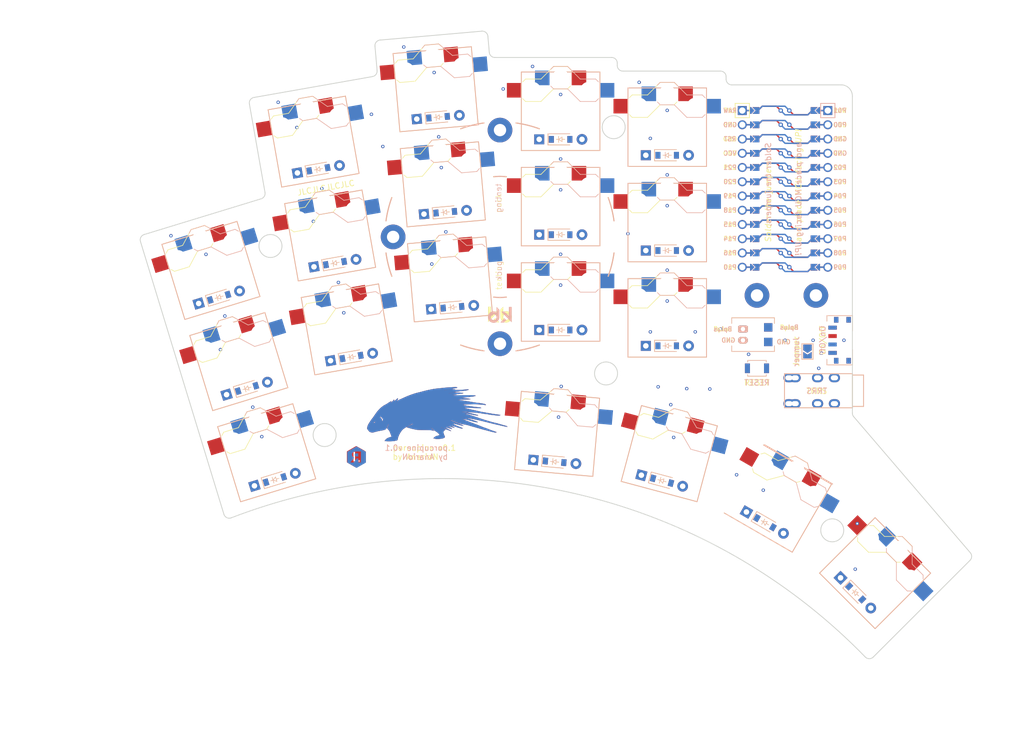
<source format=kicad_pcb>
(kicad_pcb (version 20221018) (generator pcbnew)
  (title_block (title "porcupine_4thumb_keys") (rev "v0.0.1") (company "Anarion"))
  (layers (0 "F.Cu" signal) (31 "B.Cu" signal) (34 "B.Paste" user) (35 "F.Paste" user) (36 "B.SilkS" user "B.Silkscreen") (37 "F.SilkS" user "F.Silkscreen") (38 "B.Mask" user) (39 "F.Mask" user) (44 "Edge.Cuts" user))
  (net 0 "")
  (net 1 "pinky_bottom")
  (net 2 "P20")
  (net 3 "pinky_home")
  (net 4 "pinky_top")
  (net 5 "ring_bottom")
  (net 6 "P19")
  (net 7 "ring_home")
  (net 8 "ring_top")
  (net 9 "middle_bottom")
  (net 10 "P18")
  (net 11 "middle_home")
  (net 12 "middle_top")
  (net 13 "index_bottom")
  (net 14 "P15")
  (net 15 "index_home")
  (net 16 "index_top")
  (net 17 "inner_bottom")
  (net 18 "P14")
  (net 19 "inner_home")
  (net 20 "inner_top")
  (net 21 "inner_thumb")
  (net 22 "near_thumb")
  (net 23 "home_thumb")
  (net 24 "far_thumb")
  (net 25 "P6")
  (net 26 "P5")
  (net 27 "P4")
  (net 28 "P7")
  (net 29 "RAW")
  (net 30 "GND")
  (net 31 "RST")
  (net 32 "VCC")
  (net 33 "P21")
  (net 34 "P16")
  (net 35 "P10")
  (net 36 "P1")
  (net 37 "P0")
  (net 38 "P2")
  (net 39 "P3")
  (net 40 "P8")
  (net 41 "P9")
  (net 42 "Bplus")
  (footprint "lib:bat2p0" (layer "F.Cu") (at 259.911087 129.683517)
    (fp_text reference "_2" hide)
    (fp_text value "" hide)
    (fp_text user "GND" (at -2.6 1) (layer "B.SilkS") (effects (font (size 0.8 0.8)) (justify mirror)))
    (fp_text user "Bplus" (at -3.6 -1) (layer "B.SilkS") (effects (font (size 0.8 0.8)) (justify mirror)))
    (fp_text user "GND" (at -2.6 1) (layer "F.SilkS") (effects (font (size 0.8 0.8))))
    (fp_text user "Bplus" (at -3.6 -1) (layer "F.SilkS") (effects (font (size 0.8 0.8))))
    (pad "1" thru_hole roundrect (at 0 -1) (size 1.75 1.2) (drill 0.75) (layers "*.Cu" "B.SilkS" "B.Mask") (roundrect_rratio 0.208333) (net 42 "Bplus"))
    (pad "1" thru_hole roundrect (at 0 -1) (size 1.75 1.2) (drill 0.75) (layers "*.Cu" "F.SilkS" "F.Mask") (roundrect_rratio 0.208333) (net 42 "Bplus"))
    (pad "2" thru_hole oval (at 0 1) (size 1.75 1.2) (drill 0.75) (layers "*.Cu" "B.SilkS" "B.Mask") (net 30 "GND"))
    (pad "2" thru_hole oval (at 0 1) (size 1.75 1.2) (drill 0.75) (layers "*.Cu" "F.SilkS" "F.Mask") (net 30 "GND"))
  )
  (footprint "Diode_SMD:SOD-123" (layer "F.Cu") (at 227.411087 94.850184)
    (fp_text reference "D12" hide)
    (fp_text value "D_SOD-123")
    (pad "1" smd rect (at -1.65 0) (size 0.9 1.2) (layers "F.Cu" "F.Paste" "F.Mask") (net 27 "P4"))
    (pad "1" smd rect (at -1.65 0) (size 0.9 1.2) (layers "B.Cu" "B.Paste" "B.Mask") (net 27 "P4"))
    (pad "1" thru_hole circle (at 3.81 0) (size 1.905 1.905) (drill 0.9906) (layers "*.Cu" "*.Mask") (net 16 "index_top"))
    (pad "2" thru_hole rect (at -3.81 0) (size 1.778 1.778) (drill 0.9906) (layers "*.Cu" "*.Mask") (net 27 "P4"))
    (pad "2" smd rect (at 1.65 0) (size 0.9 1.2) (layers "F.Cu" "F.Paste" "F.Mask") (net 16 "index_top"))
    (pad "2" smd rect (at 1.65 0) (size 0.9 1.2) (layers "B.Cu" "B.Paste" "B.Mask") (net 16 "index_top"))
  )
  (footprint "SMDPad" (layer "F.Cu") (at 264.411087 130.983517)
    (fp_text reference "PAD2" hide)
    (fp_text value "" hide)
    (fp_text user "GND" (at 2.75 0) (layer "B.SilkS") (effects (font (size 0.8 0.8)) (justify mirror)))
    (fp_text user "GND" (at 2.75 0) (layer "F.SilkS") (effects (font (size 0.8 0.8))))
    (pad "1" smd rect (at 0 0) (size 1.5 1.5) (layers "F.Cu" "F.Paste" "F.Mask") (net 30 "GND"))
    (pad "1" smd rect (at 0 0) (size 1.5 1.5) (layers "B.Cu" "B.Paste" "B.Mask") (net 30 "GND"))
  )
  (footprint "Diode_SMD:SOD-123" (layer "F.Cu") (at 171.521221 139.267162 17)
    (fp_text reference "D2" hide)
    (fp_text value "D_SOD-123")
    (pad "1" smd rect (at -1.65 0 17) (size 0.9 1.2) (layers "F.Cu" "F.Paste" "F.Mask") (net 26 "P5"))
    (pad "1" smd rect (at -1.65 0 17) (size 0.9 1.2) (layers "B.Cu" "B.Paste" "B.Mask") (net 26 "P5"))
    (pad "1" thru_hole circle (at 3.81 0 17) (size 1.905 1.905) (drill 0.9906) (layers "*.Cu" "*.Mask") (net 3 "pinky_home"))
    (pad "2" thru_hole rect (at -3.81 0 17) (size 1.778 1.778) (drill 0.9906) (layers "*.Cu" "*.Mask") (net 26 "P5"))
    (pad "2" smd rect (at 1.65 0 17) (size 0.9 1.2) (layers "F.Cu" "F.Paste" "F.Mask") (net 3 "pinky_home"))
    (pad "2" smd rect (at 1.65 0 17) (size 0.9 1.2) (layers "B.Cu" "B.Paste" "B.Mask") (net 3 "pinky_home"))
  )
  (footprint "PG1350" (layer "F.Cu") (at 246.411087 109.683517)
    (fp_text reference "S14" hide)
    (fp_text value "" hide)
    (pad "" np_thru_hole circle (at -5.5 0) (size 1.7018 1.7018) (drill 1.7018) (layers "*.Cu" "*.Mask"))
    (pad "" np_thru_hole circle (at -5 -3.75) (size 3 3) (drill 3) (layers "*.Cu" "*.Mask"))
    (pad "" np_thru_hole circle (at 0 -5.95) (size 3 3) (drill 3) (layers "*.Cu" "*.Mask"))
    (pad "" np_thru_hole circle (at 0 -5.95) (size 3 3) (drill 3) (layers "*.Cu" "*.Mask"))
    (pad "" np_thru_hole circle (at 0 0) (size 3.429 3.429) (drill 3.429) (layers "*.Cu" "*.Mask"))
    (pad "" np_thru_hole circle (at 5 -3.75) (size 3 3) (drill 3) (layers "*.Cu" "*.Mask"))
    (pad "" np_thru_hole circle (at 5.5 0) (size 1.7018 1.7018) (drill 1.7018) (layers "*.Cu" "*.Mask"))
    (pad "1" smd rect (at -3.275 -5.95) (size 2.6 2.6) (layers "B.Cu" "B.Paste" "B.Mask") (net 19 "inner_home"))
    (pad "1" smd rect (at 3.275 -5.95) (size 2.6 2.6) (layers "F.Cu" "F.Paste" "F.Mask") (net 19 "inner_home"))
    (pad "2" smd rect (at -8.275 -3.75) (size 2.6 2.6) (layers "F.Cu" "F.Paste" "F.Mask") (net 18 "P14"))
    (pad "2" smd rect (at 8.275 -3.75) (size 2.6 2.6) (layers "B.Cu" "B.Paste" "B.Mask") (net 18 "P14"))
  )
  (footprint "PG1350" (layer "F.Cu") (at 283.534529 172.211945 -45)
    (fp_text reference "S19" hide)
    (fp_text value "" hide)
    (pad "" np_thru_hole circle (at -5.5 0 270) (size 1.7018 1.7018) (drill 1.7018) (layers "*.Cu" "*.Mask"))
    (pad "" np_thru_hole circle (at -5 -3.75 270) (size 3 3) (drill 3) (layers "*.Cu" "*.Mask"))
    (pad "" np_thru_hole circle (at 0 -5.95 270) (size 3 3) (drill 3) (layers "*.Cu" "*.Mask"))
    (pad "" np_thru_hole circle (at 0 -5.95 270) (size 3 3) (drill 3) (layers "*.Cu" "*.Mask"))
    (pad "" np_thru_hole circle (at 0 0 270) (size 3.429 3.429) (drill 3.429) (layers "*.Cu" "*.Mask"))
    (pad "" np_thru_hole circle (at 5 -3.75 270) (size 3 3) (drill 3) (layers "*.Cu" "*.Mask"))
    (pad "" np_thru_hole circle (at 5.5 0 270) (size 1.7018 1.7018) (drill 1.7018) (layers "*.Cu" "*.Mask"))
    (pad "1" smd rect (at -3.275 -5.95 315) (size 2.6 2.6) (layers "B.Cu" "B.Paste" "B.Mask") (net 24 "far_thumb"))
    (pad "1" smd rect (at 3.275 -5.95 315) (size 2.6 2.6) (layers "F.Cu" "F.Paste" "F.Mask") (net 24 "far_thumb"))
    (pad "2" smd rect (at -8.275 -3.75 315) (size 2.6 2.6) (layers "F.Cu" "F.Paste" "F.Mask") (net 18 "P14"))
    (pad "2" smd rect (at 8.275 -3.75 315) (size 2.6 2.6) (layers "B.Cu" "B.Paste" "B.Mask") (net 18 "P14"))
  )
  (footprint "Diode_SMD:SOD-123" (layer "F.Cu") (at 176.49154 155.524343 17)
    (fp_text reference "D1" hide)
    (fp_text value "D_SOD-123")
    (pad "1" smd rect (at -1.65 0 17) (size 0.9 1.2) (layers "F.Cu" "F.Paste" "F.Mask") (net 25 "P6"))
    (pad "1" smd rect (at -1.65 0 17) (size 0.9 1.2) (layers "B.Cu" "B.Paste" "B.Mask") (net 25 "P6"))
    (pad "1" thru_hole circle (at 3.81 0 17) (size 1.905 1.905) (drill 0.9906) (layers "*.Cu" "*.Mask") (net 1 "pinky_bottom"))
    (pad "2" thru_hole rect (at -3.81 0 17) (size 1.778 1.778) (drill 0.9906) (layers "*.Cu" "*.Mask") (net 25 "P6"))
    (pad "2" smd rect (at 1.65 0 17) (size 0.9 1.2) (layers "F.Cu" "F.Paste" "F.Mask") (net 1 "pinky_bottom"))
    (pad "2" smd rect (at 1.65 0 17) (size 0.9 1.2) (layers "B.Cu" "B.Paste" "B.Mask") (net 1 "pinky_bottom"))
  )
  (footprint "TRRS-PJ-320A-dual" (layer "F.Cu") (at 279.411087 139.683517 -90)
    (fp_text reference "TRRS_F")
    (fp_text value "AudioJack4" hide)
    (fp_text user "TRRS" (at 0.054 6.35) (layer "F.SilkS"))
    (pad "" np_thru_hole circle (at 0 1.6 270) (size 1.2 1.2) (drill 1.2) (layers "*.Cu" "*.Mask"))
    (pad "" np_thru_hole circle (at 0 8.6 270) (size 1.2 1.2) (drill 1.2) (layers "*.Cu" "*.Mask"))
  )
  (footprint "PG1350" (layer "F.Cu") (at 186.339129 111.996665 10)
    (fp_text reference "S5" hide)
    (fp_text value "" hide)
    (pad "" np_thru_hole circle (at -5.5 0) (size 1.7018 1.7018) (drill 1.7018) (layers "*.Cu" "*.Mask"))
    (pad "" np_thru_hole circle (at -5 -3.75) (size 3 3) (drill 3) (layers "*.Cu" "*.Mask"))
    (pad "" np_thru_hole circle (at 0 -5.95) (size 3 3) (drill 3) (layers "*.Cu" "*.Mask"))
    (pad "" np_thru_hole circle (at 0 -5.95) (size 3 3) (drill 3) (layers "*.Cu" "*.Mask"))
    (pad "" np_thru_hole circle (at 0 0) (size 3.429 3.429) (drill 3.429) (layers "*.Cu" "*.Mask"))
    (pad "" np_thru_hole circle (at 5 -3.75) (size 3 3) (drill 3) (layers "*.Cu" "*.Mask"))
    (pad "" np_thru_hole circle (at 5.5 0) (size 1.7018 1.7018) (drill 1.7018) (layers "*.Cu" "*.Mask"))
    (pad "1" smd rect (at -3.275 -5.95 10) (size 2.6 2.6) (layers "B.Cu" "B.Paste" "B.Mask") (net 7 "ring_home"))
    (pad "1" smd rect (at 3.275 -5.95 10) (size 2.6 2.6) (layers "F.Cu" "F.Paste" "F.Mask") (net 7 "ring_home"))
    (pad "2" smd rect (at -8.275 -3.75 10) (size 2.6 2.6) (layers "F.Cu" "F.Paste" "F.Mask") (net 6 "P19"))
    (pad "2" smd rect (at 8.275 -3.75 10) (size 2.6 2.6) (layers "B.Cu" "B.Paste" "B.Mask") (net 6 "P19"))
  )
  (footprint "Diode_SMD:SOD-123" (layer "F.Cu") (at 205.574253 90.896635 5)
    (fp_text reference "D9" hide)
    (fp_text value "D_SOD-123")
    (pad "1" smd rect (at -1.65 0 5) (size 0.9 1.2) (layers "F.Cu" "F.Paste" "F.Mask") (net 27 "P4"))
    (pad "1" smd rect (at -1.65 0 5) (size 0.9 1.2) (layers "B.Cu" "B.Paste" "B.Mask") (net 27 "P4"))
    (pad "1" thru_hole circle (at 3.81 0 5) (size 1.905 1.905) (drill 0.9906) (layers "*.Cu" "*.Mask") (net 12 "middle_top"))
    (pad "2" thru_hole rect (at -3.81 0 5) (size 1.778 1.778) (drill 0.9906) (layers "*.Cu" "*.Mask") (net 27 "P4"))
    (pad "2" smd rect (at 1.65 0 5) (size 0.9 1.2) (layers "F.Cu" "F.Paste" "F.Mask") (net 12 "middle_top"))
    (pad "2" smd rect (at 1.65 0 5) (size 0.9 1.2) (layers "B.Cu" "B.Paste" "B.Mask") (net 12 "middle_top"))
  )
  (footprint "Diode_SMD:SOD-123" (layer "F.Cu") (at 246.411087 97.683517)
    (fp_text reference "D15" hide)
    (fp_text value "D_SOD-123")
    (pad "1" smd rect (at -1.65 0) (size 0.9 1.2) (layers "F.Cu" "F.Paste" "F.Mask") (net 27 "P4"))
    (pad "1" smd rect (at -1.65 0) (size 0.9 1.2) (layers "B.Cu" "B.Paste" "B.Mask") (net 27 "P4"))
    (pad "1" thru_hole circle (at 3.81 0) (size 1.905 1.905) (drill 0.9906) (layers "*.Cu" "*.Mask") (net 20 "inner_top"))
    (pad "2" thru_hole rect (at -3.81 0) (size 1.778 1.778) (drill 0.9906) (layers "*.Cu" "*.Mask") (net 27 "P4"))
    (pad "2" smd rect (at 1.65 0) (size 0.9 1.2) (layers "F.Cu" "F.Paste" "F.Mask") (net 20 "inner_top"))
    (pad "2" smd rect (at 1.65 0) (size 0.9 1.2) (layers "B.Cu" "B.Paste" "B.Mask") (net 20 "inner_top"))
  )
  (footprint "Jumper:SolderJumper-2_P1.3mm_Open_TrianglePad1.0x1.5mm" (layer "F.Cu") (at 271.411087 132.683517 -90)
    (fp_text reference "J2" hide)
    (fp_text value "Jumper" (at 0 2 270) (layer "F.SilkS"))
    (pad "1" smd custom (at -0.725 0 270) (size 0.3 0.3) (layers "F.Cu" "F.Mask") (net 42 "Bplus") (options (clearance outline) (anchor rect)) (primitives (gr_poly (pts (xy 1 0) (xy 0.5 0.75) (xy -0.5 0.75) (xy -0.5 -0.75) (xy 0.5 -0.75)) (width 0) (fill yes))))
    (pad "2" smd custom (at 0.725 0 270) (size 0.3 0.3) (layers "F.Cu" "F.Mask") (net 29 "RAW") (options (clearance outline) (anchor rect)) (primitives (gr_poly (pts (xy 0.5 0.75) (xy -0.65 0.75) (xy -0.15 0) (xy -0.65 -0.75) (xy 0.5 -0.75)) (width 0) (fill yes))))
  )
  (footprint "Diode_SMD:SOD-123" (layer "F.Cu") (at 208.13907 124.802117 5)
    (fp_text reference "D7" hide)
    (fp_text value "D_SOD-123")
    (pad "1" smd rect (at -1.65 0 5) (size 0.9 1.2) (layers "F.Cu" "F.Paste" "F.Mask") (net 25 "P6"))
    (pad "1" smd rect (at -1.65 0 5) (size 0.9 1.2) (layers "B.Cu" "B.Paste" "B.Mask") (net 25 "P6"))
    (pad "1" thru_hole circle (at 3.81 0 5) (size 1.905 1.905) (drill 0.9906) (layers "*.Cu" "*.Mask") (net 9 "middle_bottom"))
    (pad "2" thru_hole rect (at -3.81 0 5) (size 1.778 1.778) (drill 0.9906) (layers "*.Cu" "*.Mask") (net 25 "P6"))
    (pad "2" smd rect (at 1.65 0 5) (size 0.9 1.2) (layers "F.Cu" "F.Paste" "F.Mask") (net 9 "middle_bottom"))
    (pad "2" smd rect (at 1.65 0 5) (size 0.9 1.2) (layers "B.Cu" "B.Paste" "B.Mask") (net 9 "middle_bottom"))
  )
  (footprint "PG1350" (layer "F.Cu") (at 205.138474 85.915661 5)
    (fp_text reference "S9" hide)
    (fp_text value "" hide)
    (pad "" np_thru_hole circle (at -5.5 0) (size 1.7018 1.7018) (drill 1.7018) (layers "*.Cu" "*.Mask"))
    (pad "" np_thru_hole circle (at -5 -3.75) (size 3 3) (drill 3) (layers "*.Cu" "*.Mask"))
    (pad "" np_thru_hole circle (at 0 -5.95) (size 3 3) (drill 3) (layers "*.Cu" "*.Mask"))
    (pad "" np_thru_hole circle (at 0 -5.95) (size 3 3) (drill 3) (layers "*.Cu" "*.Mask"))
    (pad "" np_thru_hole circle (at 0 0) (size 3.429 3.429) (drill 3.429) (layers "*.Cu" "*.Mask"))
    (pad "" np_thru_hole circle (at 5 -3.75) (size 3 3) (drill 3) (layers "*.Cu" "*.Mask"))
    (pad "" np_thru_hole circle (at 5.5 0) (size 1.7018 1.7018) (drill 1.7018) (layers "*.Cu" "*.Mask"))
    (pad "1" smd rect (at -3.275 -5.95 5) (size 2.6 2.6) (layers "B.Cu" "B.Paste" "B.Mask") (net 12 "middle_top"))
    (pad "1" smd rect (at 3.275 -5.95 5) (size 2.6 2.6) (layers "F.Cu" "F.Paste" "F.Mask") (net 12 "middle_top"))
    (pad "2" smd rect (at -8.275 -3.75 5) (size 2.6 2.6) (layers "F.Cu" "F.Paste" "F.Mask") (net 10 "P18"))
    (pad "2" smd rect (at 8.275 -3.75 5) (size 2.6 2.6) (layers "B.Cu" "B.Paste" "B.Mask") (net 10 "P18"))
  )
  (footprint "PG1350" (layer "F.Cu") (at 246.411087 126.683517)
    (fp_text reference "S13" hide)
    (fp_text value "" hide)
    (pad "" np_thru_hole circle (at -5.5 0) (size 1.7018 1.7018) (drill 1.7018) (layers "*.Cu" "*.Mask"))
    (pad "" np_thru_hole circle (at -5 -3.75) (size 3 3) (drill 3) (layers "*.Cu" "*.Mask"))
    (pad "" np_thru_hole circle (at 0 -5.95) (size 3 3) (drill 3) (layers "*.Cu" "*.Mask"))
    (pad "" np_thru_hole circle (at 0 -5.95) (size 3 3) (drill 3) (layers "*.Cu" "*.Mask"))
    (pad "" np_thru_hole circle (at 0 0) (size 3.429 3.429) (drill 3.429) (layers "*.Cu" "*.Mask"))
    (pad "" np_thru_hole circle (at 5 -3.75) (size 3 3) (drill 3) (layers "*.Cu" "*.Mask"))
    (pad "" np_thru_hole circle (at 5.5 0) (size 1.7018 1.7018) (drill 1.7018) (layers "*.Cu" "*.Mask"))
    (pad "1" smd rect (at -3.275 -5.95) (size 2.6 2.6) (layers "B.Cu" "B.Paste" "B.Mask") (net 17 "inner_bottom"))
    (pad "1" smd rect (at 3.275 -5.95) (size 2.6 2.6) (layers "F.Cu" "F.Paste" "F.Mask") (net 17 "inner_bottom"))
    (pad "2" smd rect (at -8.275 -3.75) (size 2.6 2.6) (layers "F.Cu" "F.Paste" "F.Mask") (net 18 "P14"))
    (pad "2" smd rect (at 8.275 -3.75) (size 2.6 2.6) (layers "B.Cu" "B.Paste" "B.Mask") (net 18 "P14"))
  )
  (footprint "PG1350" (layer "F.Cu") (at 246.411087 92.683517)
    (fp_text reference "S15" hide)
    (fp_text value "" hide)
    (pad "" np_thru_hole circle (at -5.5 0) (size 1.7018 1.7018) (drill 1.7018) (layers "*.Cu" "*.Mask"))
    (pad "" np_thru_hole circle (at -5 -3.75) (size 3 3) (drill 3) (layers "*.Cu" "*.Mask"))
    (pad "" np_thru_hole circle (at 0 -5.95) (size 3 3) (drill 3) (layers "*.Cu" "*.Mask"))
    (pad "" np_thru_hole circle (at 0 -5.95) (size 3 3) (drill 3) (layers "*.Cu" "*.Mask"))
    (pad "" np_thru_hole circle (at 0 0) (size 3.429 3.429) (drill 3.429) (layers "*.Cu" "*.Mask"))
    (pad "" np_thru_hole circle (at 5 -3.75) (size 3 3) (drill 3) (layers "*.Cu" "*.Mask"))
    (pad "" np_thru_hole circle (at 5.5 0) (size 1.7018 1.7018) (drill 1.7018) (layers "*.Cu" "*.Mask"))
    (pad "1" smd rect (at -3.275 -5.95) (size 2.6 2.6) (layers "B.Cu" "B.Paste" "B.Mask") (net 20 "inner_top"))
    (pad "1" smd rect (at 3.275 -5.95) (size 2.6 2.6) (layers "F.Cu" "F.Paste" "F.Mask") (net 20 "inner_top"))
    (pad "2" smd rect (at -8.275 -3.75) (size 2.6 2.6) (layers "F.Cu" "F.Paste" "F.Mask") (net 18 "P14"))
    (pad "2" smd rect (at 8.275 -3.75) (size 2.6 2.6) (layers "B.Cu" "B.Paste" "B.Mask") (net 18 "P14"))
  )
  (footprint "Through Hole" (layer "F.Cu") (at 262.411087 122.683517)
    (fp_text reference "_73" hide)
    (fp_text value "hole" hide)
    (pad "1" thru_hole circle (at 0 0) (size 4.4 4.4) (drill 2.2) (layers "*.Cu" "*.Mask"))
  )
  (footprint "Diode_SMD:SOD-123" (layer "F.Cu") (at 246.411087 131.683517)
    (fp_text reference "D13" hide)
    (fp_text value "D_SOD-123")
    (pad "1" smd rect (at -1.65 0) (size 0.9 1.2) (layers "F.Cu" "F.Paste" "F.Mask") (net 25 "P6"))
    (pad "1" smd rect (at -1.65 0) (size 0.9 1.2) (layers "B.Cu" "B.Paste" "B.Mask") (net 25 "P6"))
    (pad "1" thru_hole circle (at 3.81 0) (size 1.905 1.905) (drill 0.9906) (layers "*.Cu" "*.Mask") (net 17 "inner_bottom"))
    (pad "2" thru_hole rect (at -3.81 0) (size 1.778 1.778) (drill 0.9906) (layers "*.Cu" "*.Mask") (net 25 "P6"))
    (pad "2" smd rect (at 1.65 0) (size 0.9 1.2) (layers "F.Cu" "F.Paste" "F.Mask") (net 17 "inner_bottom"))
    (pad "2" smd rect (at 1.65 0) (size 0.9 1.2) (layers "B.Cu" "B.Paste" "B.Mask") (net 17 "inner_bottom"))
  )
  (footprint "Diode_SMD:SOD-123" (layer "F.Cu") (at 226.347923 152.357413 -5)
    (fp_text reference "D16" hide)
    (fp_text value "D_SOD-123")
    (pad "1" smd rect (at -1.65 0 355) (size 0.9 1.2) (layers "F.Cu" "F.Paste" "F.Mask") (net 28 "P7"))
    (pad "1" smd rect (at -1.65 0 355) (size 0.9 1.2) (layers "B.Cu" "B.Paste" "B.Mask") (net 28 "P7"))
    (pad "1" thru_hole circle (at 3.81 0 355) (size 1.905 1.905) (drill 0.9906) (layers "*.Cu" "*.Mask") (net 21 "inner_thumb"))
    (pad "2" thru_hole rect (at -3.81 0 355) (size 1.778 1.778) (drill 0.9906) (layers "*.Cu" "*.Mask") (net 28 "P7"))
    (pad "2" smd rect (at 1.65 0 355) (size 0.9 1.2) (layers "F.Cu" "F.Paste" "F.Mask") (net 21 "inner_thumb"))
    (pad "2" smd rect (at 1.65 0 355) (size 0.9 1.2) (layers "B.Cu" "B.Paste" "B.Mask") (net 21 "inner_thumb"))
  )
  (footprint "Diode_SMD:SOD-123" (layer "F.Cu") (at 190.159388 133.662435 10)
    (fp_text reference "D4" hide)
    (fp_text value "D_SOD-123")
    (pad "1" smd rect (at -1.65 0 10) (size 0.9 1.2) (layers "F.Cu" "F.Paste" "F.Mask") (net 25 "P6"))
    (pad "1" smd rect (at -1.65 0 10) (size 0.9 1.2) (layers "B.Cu" "B.Paste" "B.Mask") (net 25 "P6"))
    (pad "1" thru_hole circle (at 3.81 0 10) (size 1.905 1.905) (drill 0.9906) (layers "*.Cu" "*.Mask") (net 5 "ring_bottom"))
    (pad "2" thru_hole rect (at -3.81 0 10) (size 1.778 1.778) (drill 0.9906) (layers "*.Cu" "*.Mask") (net 25 "P6"))
    (pad "2" smd rect (at 1.65 0 10) (size 0.9 1.2) (layers "F.Cu" "F.Paste" "F.Mask") (net 5 "ring_bottom"))
    (pad "2" smd rect (at 1.65 0 10) (size 0.9 1.2) (layers "B.Cu" "B.Paste" "B.Mask") (net 5 "ring_bottom"))
  )
  (footprint "PG1350" (layer "F.Cu") (at 226.783701 147.376439 -5)
    (fp_text reference "S16" hide)
    (fp_text value "" hide)
    (pad "" np_thru_hole circle (at -5.5 0) (size 1.7018 1.7018) (drill 1.7018) (layers "*.Cu" "*.Mask"))
    (pad "" np_thru_hole circle (at -5 -3.75) (size 3 3) (drill 3) (layers "*.Cu" "*.Mask"))
    (pad "" np_thru_hole circle (at 0 -5.95) (size 3 3) (drill 3) (layers "*.Cu" "*.Mask"))
    (pad "" np_thru_hole circle (at 0 -5.95) (size 3 3) (drill 3) (layers "*.Cu" "*.Mask"))
    (pad "" np_thru_hole circle (at 0 0) (size 3.429 3.429) (drill 3.429) (layers "*.Cu" "*.Mask"))
    (pad "" np_thru_hole circle (at 5 -3.75) (size 3 3) (drill 3) (layers "*.Cu" "*.Mask"))
    (pad "" np_thru_hole circle (at 5.5 0) (size 1.7018 1.7018) (drill 1.7018) (layers "*.Cu" "*.Mask"))
    (pad "1" smd rect (at -3.275 -5.95 355) (size 2.6 2.6) (layers "B.Cu" "B.Paste" "B.Mask") (net 21 "inner_thumb"))
    (pad "1" smd rect (at 3.275 -5.95 355) (size 2.6 2.6) (layers "F.Cu" "F.Paste" "F.Mask") (net 21 "inner_thumb"))
    (pad "2" smd rect (at -8.275 -3.75 355) (size 2.6 2.6) (layers "F.Cu" "F.Paste" "F.Mask") (net 6 "P19"))
    (pad "2" smd rect (at 8.275 -3.75 355) (size 2.6 2.6) (layers "B.Cu" "B.Paste" "B.Mask") (net 6 "P19"))
  )
  (footprint "PG1350" (layer "F.Cu") (at 207.703291 119.821143 5)
    (fp_text reference "S7" hide)
    (fp_text value "" hide)
    (pad "" np_thru_hole circle (at -5.5 0) (size 1.7018 1.7018) (drill 1.7018) (layers "*.Cu" "*.Mask"))
    (pad "" np_thru_hole circle (at -5 -3.75) (size 3 3) (drill 3) (layers "*.Cu" "*.Mask"))
    (pad "" np_thru_hole circle (at 0 -5.95) (size 3 3) (drill 3) (layers "*.Cu" "*.Mask"))
    (pad "" np_thru_hole circle (at 0 -5.95) (size 3 3) (drill 3) (layers "*.Cu" "*.Mask"))
    (pad "" np_thru_hole circle (at 0 0) (size 3.429 3.429) (drill 3.429) (layers "*.Cu" "*.Mask"))
    (pad "" np_thru_hole circle (at 5 -3.75) (size 3 3) (drill 3) (layers "*.Cu" "*.Mask"))
    (pad "" np_thru_hole circle (at 5.5 0) (size 1.7018 1.7018) (drill 1.7018) (layers "*.Cu" "*.Mask"))
    (pad "1" smd rect (at -3.275 -5.95 5) (size 2.6 2.6) (layers "B.Cu" "B.Paste" "B.Mask") (net 9 "middle_bottom"))
    (pad "1" smd rect (at 3.275 -5.95 5) (size 2.6 2.6) (layers "F.Cu" "F.Paste" "F.Mask") (net 9 "middle_bottom"))
    (pad "2" smd rect (at -8.275 -3.75 5) (size 2.6 2.6) (layers "F.Cu" "F.Paste" "F.Mask") (net 10 "P18"))
    (pad "2" smd rect (at 8.275 -3.75 5) (size 2.6 2.6) (layers "B.Cu" "B.Paste" "B.Mask") (net 10 "P18"))
  )
  (footprint "Diode_SMD:SOD-123" (layer "F.Cu") (at 227.411087 128.850184)
    (fp_text reference "D10" hide)
    (fp_text value "D_SOD-123")
    (pad "1" smd rect (at -1.65 0) (size 0.9 1.2) (layers "F.Cu" "F.Paste" "F.Mask") (net 25 "P6"))
    (pad "1" smd rect (at -1.65 0) (size 0.9 1.2) (layers "B.Cu" "B.Paste" "B.Mask") (net 25 "P6"))
    (pad "1" thru_hole circle (at 3.81 0) (size 1.905 1.905) (drill 0.9906) (layers "*.Cu" "*.Mask") (net 13 "index_bottom"))
    (pad "2" thru_hole rect (at -3.81 0) (size 1.778 1.778) (drill 0.9906) (layers "*.Cu" "*.Mask") (net 25 "P6"))
    (pad "2" smd rect (at 1.65 0) (size 0.9 1.2) (layers "F.Cu" "F.Paste" "F.Mask") (net 13 "index_bottom"))
    (pad "2" smd rect (at 1.65 0) (size 0.9 1.2) (layers "B.Cu" "B.Paste" "B.Mask") (net 13 "index_bottom"))
  )
  (footprint "PG1350" (layer "F.Cu") (at 175.029681 150.742819 17)
    (fp_text reference "S1" hide)
    (fp_text value "" hide)
    (pad "" np_thru_hole circle (at -5.5 0) (size 1.7018 1.7018) (drill 1.7018) (layers "*.Cu" "*.Mask"))
    (pad "" np_thru_hole circle (at -5 -3.75) (size 3 3) (drill 3) (layers "*.Cu" "*.Mask"))
    (pad "" np_thru_hole circle (at 0 -5.95) (size 3 3) (drill 3) (layers "*.Cu" "*.Mask"))
    (pad "" np_thru_hole circle (at 0 -5.95) (size 3 3) (drill 3) (layers "*.Cu" "*.Mask"))
    (pad "" np_thru_hole circle (at 0 0) (size 3.429 3.429) (drill 3.429) (layers "*.Cu" "*.Mask"))
    (pad "" np_thru_hole circle (at 5 -3.75) (size 3 3) (drill 3) (layers "*.Cu" "*.Mask"))
    (pad "" np_thru_hole circle (at 5.5 0) (size 1.7018 1.7018) (drill 1.7018) (layers "*.Cu" "*.Mask"))
    (pad "1" smd rect (at -3.275 -5.95 17) (size 2.6 2.6) (layers "B.Cu" "B.Paste" "B.Mask") (net 1 "pinky_bottom"))
    (pad "1" smd rect (at 3.275 -5.95 17) (size 2.6 2.6) (layers "F.Cu" "F.Paste" "F.Mask") (net 1 "pinky_bottom"))
    (pad "2" smd rect (at -8.275 -3.75 17) (size 2.6 2.6) (layers "F.Cu" "F.Paste" "F.Mask") (net 2 "P20"))
    (pad "2" smd rect (at 8.275 -3.75 17) (size 2.6 2.6) (layers "B.Cu" "B.Paste" "B.Mask") (net 2 "P20"))
  )
  (footprint "Diode_SMD:SOD-123" (layer "F.Cu") (at 263.829945 163.215149 -30)
    (fp_text reference "D18" hide)
    (fp_text value "D_SOD-123")
    (pad "1" smd rect (at -1.65 0 330) (size 0.9 1.2) (layers "F.Cu" "F.Paste" "F.Mask") (net 28 "P7"))
    (pad "1" smd rect (at -1.65 0 330) (size 0.9 1.2) (layers "B.Cu" "B.Paste" "B.Mask") (net 28 "P7"))
    (pad "1" thru_hole circle (at 3.81 0 330) (size 1.905 1.905) (drill 0.9906) (layers "*.Cu" "*.Mask") (net 23 "home_thumb"))
    (pad "2" thru_hole rect (at -3.81 0 330) (size 1.778 1.778) (drill 0.9906) (layers "*.Cu" "*.Mask") (net 28 "P7"))
    (pad "2" smd rect (at 1.65 0 330) (size 0.9 1.2) (layers "F.Cu" "F.Paste" "F.Mask") (net 23 "home_thumb"))
    (pad "2" smd rect (at 1.65 0 330) (size 0.9 1.2) (layers "B.Cu" "B.Paste" "B.Mask") (net 23 "home_thumb"))
  )
  (footprint "Diode_SMD:SOD-123" (layer "F.Cu") (at 245.483312 155.731498 -15)
    (fp_text reference "D17" hide)
    (fp_text value "D_SOD-123")
    (pad "1" smd rect (at -1.65 0 345) (size 0.9 1.2) (layers "F.Cu" "F.Paste" "F.Mask") (net 28 "P7"))
    (pad "1" smd rect (at -1.65 0 345) (size 0.9 1.2) (layers "B.Cu" "B.Paste" "B.Mask") (net 28 "P7"))
    (pad "1" thru_hole circle (at 3.81 0 345) (size 1.905 1.905) (drill 0.9906) (layers "*.Cu" "*.Mask") (net 22 "near_thumb"))
    (pad "2" thru_hole rect (at -3.81 0 345) (size 1.778 1.778) (drill 0.9906) (layers "*.Cu" "*.Mask") (net 28 "P7"))
    (pad "2" smd rect (at 1.65 0 345) (size 0.9 1.2) (layers "F.Cu" "F.Paste" "F.Mask") (net 22 "near_thumb"))
    (pad "2" smd rect (at 1.65 0 345) (size 0.9 1.2) (layers "B.Cu" "B.Paste" "B.Mask") (net 22 "near_thumb"))
  )
  (footprint "PG1350" (layer "F.Cu") (at 246.777407 150.901869 -15)
    (fp_text reference "S17" hide)
    (fp_text value "" hide)
    (pad "" np_thru_hole circle (at -5.5 0) (size 1.7018 1.7018) (drill 1.7018) (layers "*.Cu" "*.Mask"))
    (pad "" np_thru_hole circle (at -5 -3.75) (size 3 3) (drill 3) (layers "*.Cu" "*.Mask"))
    (pad "" np_thru_hole circle (at 0 -5.95) (size 3 3) (drill 3) (layers "*.Cu" "*.Mask"))
    (pad "" np_thru_hole circle (at 0 -5.95) (size 3 3) (drill 3) (layers "*.Cu" "*.Mask"))
    (pad "" np_thru_hole circle (at 0 0) (size 3.429 3.429) (drill 3.429) (layers "*.Cu" "*.Mask"))
    (pad "" np_thru_hole circle (at 5 -3.75) (size 3 3) (drill 3) (layers "*.Cu" "*.Mask"))
    (pad "" np_thru_hole circle (at 5.5 0) (size 1.7018 1.7018) (drill 1.7018) (layers "*.Cu" "*.Mask"))
    (pad "1" smd rect (at -3.275 -5.95 345) (size 2.6 2.6) (layers "B.Cu" "B.Paste" "B.Mask") (net 22 "near_thumb"))
    (pad "1" smd rect (at 3.275 -5.95 345) (size 2.6 2.6) (layers "F.Cu" "F.Paste" "F.Mask") (net 22 "near_thumb"))
    (pad "2" smd rect (at -8.275 -3.75 345) (size 2.6 2.6) (layers "F.Cu" "F.Paste" "F.Mask") (net 10 "P18"))
    (pad "2" smd rect (at 8.275 -3.75 345) (size 2.6 2.6) (layers "B.Cu" "B.Paste" "B.Mask") (net 10 "P18"))
  )
  (footprint "Through Hole" (layer "F.Cu") (at 272.911087 122.683517)
    (fp_text reference "_74" hide)
    (fp_text value "hole" hide)
    (pad "1" thru_hole circle (at 0 0) (size 4.4 4.4) (drill 2.2) (layers "*.Cu" "*.Mask"))
  )
  (footprint "PG1350" (layer "F.Cu") (at 227.411087 123.850184)
    (fp_text reference "S10" hide)
    (fp_text value "" hide)
    (pad "" np_thru_hole circle (at -5.5 0) (size 1.7018 1.7018) (drill 1.7018) (layers "*.Cu" "*.Mask"))
    (pad "" np_thru_hole circle (at -5 -3.75) (size 3 3) (drill 3) (layers "*.Cu" "*.Mask"))
    (pad "" np_thru_hole circle (at 0 -5.95) (size 3 3) (drill 3) (layers "*.Cu" "*.Mask"))
    (pad "" np_thru_hole circle (at 0 -5.95) (size 3 3) (drill 3) (layers "*.Cu" "*.Mask"))
    (pad "" np_thru_hole circle (at 0 0) (size 3.429 3.429) (drill 3.429) (layers "*.Cu" "*.Mask"))
    (pad "" np_thru_hole circle (at 5 -3.75) (size 3 3) (drill 3) (layers "*.Cu" "*.Mask"))
    (pad "" np_thru_hole circle (at 5.5 0) (size 1.7018 1.7018) (drill 1.7018) (layers "*.Cu" "*.Mask"))
    (pad "1" smd rect (at -3.275 -5.95) (size 2.6 2.6) (layers "B.Cu" "B.Paste" "B.Mask") (net 13 "index_bottom"))
    (pad "1" smd rect (at 3.275 -5.95) (size 2.6 2.6) (layers "F.Cu" "F.Paste" "F.Mask") (net 13 "index_bottom"))
    (pad "2" smd rect (at -8.275 -3.75) (size 2.6 2.6) (layers "F.Cu" "F.Paste" "F.Mask") (net 14 "P15"))
    (pad "2" smd rect (at 8.275 -3.75) (size 2.6 2.6) (layers "B.Cu" "B.Paste" "B.Mask") (net 14 "P15"))
  )
  (footprint "Diode_SMD:SOD-123" (layer "F.Cu") (at 227.411087 111.850184)
    (fp_text reference "D11" hide)
    (fp_text value "D_SOD-123")
    (pad "1" smd rect (at -1.65 0) (size 0.9 1.2) (layers "F.Cu" "F.Paste" "F.Mask") (net 26 "P5"))
    (pad "1" smd rect (at -1.65 0) (size 0.9 1.2) (layers "B.Cu" "B.Paste" "B.Mask") (net 26 "P5"))
    (pad "1" thru_hole circle (at 3.81 0) (size 1.905 1.905) (drill 0.9906) (layers "*.Cu" "*.Mask") (net 15 "index_home"))
    (pad "2" thru_hole rect (at -3.81 0) (size 1.778 1.778) (drill 0.9906) (layers "*.Cu" "*.Mask") (net 26 "P5"))
    (pad "2" smd rect (at 1.65 0) (size 0.9 1.2) (layers "F.Cu" "F.Paste" "F.Mask") (net 15 "index_home"))
    (pad "2" smd rect (at 1.65 0) (size 0.9 1.2) (layers "B.Cu" "B.Paste" "B.Mask") (net 15 "index_home"))
  )
  (footprint "SMDPad" (layer "F.Cu") (at 264.411087 128.383517)
    (fp_text reference "PAD1" hide)
    (fp_text value "" hide)
    (fp_text user "Bplus" (at 3.75 0) (layer "B.SilkS") (effects (font (size 0.8 0.8)) (justify mirror)))
    (fp_text user "Bplus" (at 3.75 0) (layer "F.SilkS") (effects (font (size 0.8 0.8))))
    (pad "1" smd rect (at 0 0) (size 1.5 1.5) (layers "F.Cu" "F.Paste" "F.Mask") (net 42 "Bplus"))
    (pad "1" smd rect (at 0 0) (size 1.5 1.5) (layers "B.Cu" "B.Paste" "B.Mask") (net 42 "Bplus"))
  )
  (footprint "Diode_SMD:SOD-123" (layer "F.Cu") (at 166.550902 123.009981 17)
    (fp_text reference "D3" hide)
    (fp_text value "D_SOD-123")
    (pad "1" smd rect (at -1.65 0 17) (size 0.9 1.2) (layers "F.Cu" "F.Paste" "F.Mask") (net 27 "P4"))
    (pad "1" smd rect (at -1.65 0 17) (size 0.9 1.2) (layers "B.Cu" "B.Paste" "B.Mask") (net 27 "P4"))
    (pad "1" thru_hole circle (at 3.81 0 17) (size 1.905 1.905) (drill 0.9906) (layers "*.Cu" "*.Mask") (net 4 "pinky_top"))
    (pad "2" thru_hole rect (at -3.81 0 17) (size 1.778 1.778) (drill 0.9906) (layers "*.Cu" "*.Mask") (net 27 "P4"))
    (pad "2" smd rect (at 1.65 0 17) (size 0.9 1.2) (layers "F.Cu" "F.Paste" "F.Mask") (net 4 "pinky_top"))
    (pad "2" smd rect (at 1.65 0 17) (size 0.9 1.2) (layers "B.Cu" "B.Paste" "B.Mask") (net 4 "pinky_top"))
  )
  (footprint "PG1350" (layer "F.Cu") (at 165.089043 118.228457 17)
    (fp_text reference "S3" hide)
    (fp_text value "" hide)
    (pad "" np_thru_hole circle (at -5.5 0) (size 1.7018 1.7018) (drill 1.7018) (layers "*.Cu" "*.Mask"))
    (pad "" np_thru_hole circle (at -5 -3.75) (size 3 3) (drill 3) (layers "*.Cu" "*.Mask"))
    (pad "" np_thru_hole circle (at 0 -5.95) (size 3 3) (drill 3) (layers "*.Cu" "*.Mask"))
    (pad "" np_thru_hole circle (at 0 -5.95) (size 3 3) (drill 3) (layers "*.Cu" "*.Mask"))
    (pad "" np_thru_hole circle (at 0 0) (size 3.429 3.429) (drill 3.429) (layers "*.Cu" "*.Mask"))
    (pad "" np_thru_hole circle (at 5 -3.75) (size 3 3) (drill 3) (layers "*.Cu" "*.Mask"))
    (pad "" np_thru_hole circle (at 5.5 0) (size 1.7018 1.7018) (drill 1.7018) (layers "*.Cu" "*.Mask"))
    (pad "1" smd rect (at -3.275 -5.95 17) (size 2.6 2.6) (layers "B.Cu" "B.Paste" "B.Mask") (net 4 "pinky_top"))
    (pad "1" smd rect (at 3.275 -5.95 17) (size 2.6 2.6) (layers "F.Cu" "F.Paste" "F.Mask") (net 4 "pinky_top"))
    (pad "2" smd rect (at -8.275 -3.75 17) (size 2.6 2.6) (layers "F.Cu" "F.Paste" "F.Mask") (net 2 "P20"))
    (pad "2" smd rect (at 8.275 -3.75 17) (size 2.6 2.6) (layers "B.Cu" "B.Paste" "B.Mask") (net 2 "P20"))
  )
  (footprint "Button_Switch_SMD:SW_SPST_B3U-1000P" (layer "F.Cu") (at 262.411087 135.683517)
    (fp_text reference "_4_F" hide)
    (fp_text value "SW_Push")
    (fp_text user "RESET" (at 0 2.55) (layer "F.SilkS"))
  )
  (footprint "PG1350" (layer "F.Cu") (at 227.411087 106.850184)
    (fp_text reference "S11" hide)
    (fp_text value "" hide)
    (pad "" np_thru_hole circle (at -5.5 0) (size 1.7018 1.7018) (drill 1.7018) (layers "*.Cu" "*.Mask"))
    (pad "" np_thru_hole circle (at -5 -3.75) (size 3 3) (drill 3) (layers "*.Cu" "*.Mask"))
    (pad "" np_thru_hole circle (at 0 -5.95) (size 3 3) (drill 3) (layers "*.Cu" "*.Mask"))
    (pad "" np_thru_hole circle (at 0 -5.95) (size 3 3) (drill 3) (layers "*.Cu" "*.Mask"))
    (pad "" np_thru_hole circle (at 0 0) (size 3.429 3.429) (drill 3.429) (layers "*.Cu" "*.Mask"))
    (pad "" np_thru_hole circle (at 5 -3.75) (size 3 3) (drill 3) (layers "*.Cu" "*.Mask"))
    (pad "" np_thru_hole circle (at 5.5 0) (size 1.7018 1.7018) (drill 1.7018) (layers "*.Cu" "*.Mask"))
    (pad "1" smd rect (at -3.275 -5.95) (size 2.6 2.6) (layers "B.Cu" "B.Paste" "B.Mask") (net 15 "index_home"))
    (pad "1" smd rect (at 3.275 -5.95) (size 2.6 2.6) (layers "F.Cu" "F.Paste" "F.Mask") (net 15 "index_home"))
    (pad "2" smd rect (at -8.275 -3.75) (size 2.6 2.6) (layers "F.Cu" "F.Paste" "F.Mask") (net 14 "P15"))
    (pad "2" smd rect (at 8.275 -3.75) (size 2.6 2.6) (layers "B.Cu" "B.Paste" "B.Mask") (net 14 "P15"))
  )
  (footprint "Side Indicator" (layer "F.Cu") (at 189.611087 150.400184)
    (fp_text reference "Side_F" hide)
    (fp_text value "" hide)
    (fp_poly (pts (xy 1.388254 -0.735208) (xy 1.414401 -0.721897) (xy 1.455037 -0.700118) (xy 1.508958 -0.670545) (xy 1.574964 -0.633853) (xy 1.651852 -0.590718) (xy 1.738419 -0.541814) (xy 1.833464 -0.487817) (xy 1.935785 -0.4294) (xy 2.044179 -0.367239) (xy 2.157444 -0.302009) (xy 2.178874 -0.289637) (xy 2.964962 0.164364) (xy 2.964962 1.995487) (xy 2.188308 2.444806) (xy 2.074833 2.510373) (xy 1.965926 2.573142) (xy 1.862807 2.63242) (xy 1.766694 2.687511) (xy 1.678808 2.737724) (xy 1.600367 2.782363) (xy 1.532592 2.820735) (xy 1.476701 2.852146) (xy 1.433915 2.875903) (xy 1.405452 2.891311) (xy 1.392533 2.897676) (xy 1.392116 2.897794) (xy 1.380028 2.893553) (xy 1.351559 2.879574) (xy 1.307127 2.856093) (xy 1.247151 2.823344) (xy 1.172051 2.781563) (xy 1.082247 2.730984) (xy 0.978159 2.671842) (xy 0.860205 2.604372) (xy 0.728805 2.52881) (xy 0.591039 2.449243) (xy -0.1905 1.997021) (xy -0.1905 1.992923) (xy 0.781539 1.992923) (xy 2.149231 1.992923) (xy 2.149231 1.631462) (xy 1.27 1.631462) (xy 1.27 0.087923) (xy 0.781539 0.087923) (xy 0.781539 1.992923) (xy -0.1905 1.992923) (xy -0.1905 0.162854) (xy 0.586154 -0.28613) (xy 0.69954 -0.351632) (xy 0.80827 -0.414352) (xy 0.911132 -0.473597) (xy 1.006914 -0.528673) (xy 1.094407 -0.578888) (xy 1.172398 -0.623547) (xy 1.239676 -0.661958) (xy 1.29503 -0.693426) (xy 1.337249 -0.717258) (xy 1.365122 -0.732761) (xy 1.377437 -0.739242) (xy 1.377797 -0.739376)) (stroke (width 0.2)) (fill solid) (layer "F.Cu"))
  )
  (footprint "ProMicro" (layer "F.Cu") (at 267.411087 103.683517 -90)
    (fp_text reference "MCU1" hide)
    (fp_text value "" (at 0 0 -90) (layer "F.SilkS") (effects (font (size 1.27 1.27))))
    (fp_text user "P19" (at 1.27 9.8) (layer "B.SilkS") (effects (font (size 0.8 0.8)) (justify mirror)))
    (fp_text user "RST" (at -8.89 9.8) (layer "B.SilkS") (effects (font (size 0.8 0.8)) (justify mirror)))
    (fp_text user "VCC" (at -6.35 9.8) (layer "B.SilkS") (effects (font (size 0.8 0.8)) (justify mirror)))
    (fp_text user "P10" (at 13.97 9.8) (layer "B.SilkS") (effects (font (size 0.8 0.8)) (justify mirror)))
    (fp_text user "P05" (at 3.81 -9.8) (layer "B.SilkS") (effects (font (size 0.8 0.8)) (justify mirror)))
    (fp_text user "GND" (at -8.89 -9.8) (layer "B.SilkS") (effects (font (size 0.8 0.8)) (justify mirror)))
    (fp_text user "RAW" (at -13.97 9.8) (layer "B.SilkS") (effects (font (size 0.8 0.8)) (justify mirror)))
    (fp_text user "P07" (at 8.89 -9.8) (layer "B.SilkS") (effects (font (size 0.8 0.8)) (justify mirror)))
    (fp_text user "P09" (at 13.97 -9.8) (layer "B.SilkS") (effects (font (size 0.8 0.8)) (justify mirror)))
    (fp_text user "P03" (at -1.27 -9.8) (layer "B.SilkS") (effects (font (size 0.8 0.8)) (justify mirror)))
    (fp_text user "P15" (at 6.35 9.8) (layer "B.SilkS") (effects (font (size 0.8 0.8)) (justify mirror)))
    (fp_text user "P21" (at -3.81 9.8) (layer "B.SilkS") (effects (font (size 0.8 0.8)) (justify mirror)))
    (fp_text user "P16" (at 11.43 9.8) (layer "B.SilkS") (effects (font (size 0.8 0.8)) (justify mirror)))
    (fp_text user "GND" (at -11.43 9.8) (layer "B.SilkS") (effects (font (size 0.8 0.8)) (justify mirror)))
    (fp_text user "P18" (at 3.81 9.8) (layer "B.SilkS") (effects (font (size 0.8 0.8)) (justify mirror)))
    (fp_text user "P08" (at 11.43 -9.8) (layer "B.SilkS") (effects (font (size 0.8 0.8)) (justify mirror)))
    (fp_text user "P00" (at -11.43 -9.8) (layer "B.SilkS") (effects (font (size 0.8 0.8)) (justify mirror)))
    (fp_text user "GND" (at -6.35 -9.8) (layer "B.SilkS") (effects (font (size 0.8 0.8)) (justify mirror)))
    (fp_text user "P01" (at -13.97 -9.8) (layer "B.SilkS") (effects (font (size 0.8 0.8)) (justify mirror)))
    (fp_text user "P02" (at -3.81 -9.8) (layer "B.SilkS") (effects (font (size 0.8 0.8)) (justify mirror)))
    (fp_text user "P20" (at -1.27 9.8) (layer "B.SilkS") (effects (font (size 0.8 0.8)) (justify mirror)))
    (fp_text user "P04" (at 1.27 -9.8) (layer "B.SilkS") (effects (font (size 0.8 0.8)) (justify mirror)))
    (fp_text user "P14" (at 8.89 9.8) (layer "B.SilkS") (effects (font (size 0.8 0.8)) (justify mirror)))
    (fp_text user "P06" (at 6.35 -9.8) (layer "B.SilkS") (effects (font (size 0.8 0.8)) (justify mirror)))
    (fp_text user "GND" (at -8.89 9.8) (layer "F.SilkS") (effects (font (size 0.8 0.8))))
    (fp_text user "P21" (at -3.81 -9.8) (layer "F.SilkS") (effects (font (size 0.8 0.8))))
    (fp_text user "P00" (at -11.43 9.8) (layer "F.SilkS") (effects (font (size 0.8 0.8))))
    (fp_text user "P18" (at 3.81 -9.8) (layer "F.SilkS") (effects (font (size 0.8 0.8))))
    (fp_text user "P15" (at 6.35 -9.8) (layer "F.SilkS") (effects (font (size 0.8 0.8))))
    (fp_text user "P09" (at 13.97 9.8) (layer "F.SilkS") (effects (font (size 0.8 0.8))))
    (fp_text user "P06" (at 6.35 9.8) (layer "F.SilkS") (effects (font (size 0.8 0.8))))
    (fp_text user "RAW" (at -13.97 -9.8) (layer "F.SilkS") (effects (font (size 0.8 0.8))))
    (fp_text user "P16" (at 11.43 -9.8) (layer "F.SilkS") (effects (font (size 0.8 0.8))))
    (fp_text user "RST" (at -8.89 -9.8) (layer "F.SilkS") (effects (font (size 0.8 0.8))))
    (fp_text user "P07" (at 8.89 9.8) (layer "F.SilkS") (effects (font (size 0.8 0.8))))
    (fp_text user "P10" (at 13.97 -9.8) (layer "F.SilkS") (effects (font (size 0.8 0.8))))
    (fp_text user "P04" (at 1.27 9.8) (layer "F.SilkS") (effects (font (size 0.8 0.8))))
    (fp_text user "P03" (at -1.27 9.8) (layer "F.SilkS") (effects (font (size 0.8 0.8))))
    (fp_text user "P02" (at -3.81 9.8) (layer "F.SilkS") (effects (font (size 0.8 0.8))))
    (fp_text user "P19" (at 1.27 -9.8) (layer "F.SilkS") (effects (font (size 0.8 0.8))))
    (fp_text user "VCC" (at -6.35 -9.8) (layer "F.SilkS") (effects (font (size 0.8 0.8))))
    (fp_text user "GND" (at -6.35 9.8) (layer "F.SilkS") (effects (font (size 0.8 0.8))))
    (fp_text user "P05" (at 3.81 9.8) (layer "F.SilkS") (effects (font (size 0.8 0.8))))
    (fp_text user "P01" (at -13.97 9.8) (layer "F.SilkS") (effects (font (size 0.8 0.8))))
    (fp_text user "P14" (at 8.89 -9.8) (layer "F.SilkS") (effects (font (size 0.8 0.8))))
    (fp_text user "P20" (at -1.27 -9.8) (layer "F.SilkS") (effects (font (size 0.8 0.8))))
    (fp_text user "GND" (at -11.43 -9.8) (layer "F.SilkS") (effects (font (size 0.8 0.8))))
    (fp_text user "P08" (at 11.43 9.8) (layer "F.SilkS") (effects (font (size 0.8 0.8))))
    (pad "" thru_hole circle (at -13.97 -7.62) (size 1.6 1.6) (drill 1.1) (layers "*.Cu" "*.Mask"))
    (pad "" thru_hole rect (at -13.97 -7.62 270) (size 1.6 1.6) (drill 1.1) (layers "B.Cu" "B.Mask"))
    (pad "" smd custom (at -13.97 -6.35 270) (size 0.25 1) (layers "F.Cu") (options (clearance outline) (anchor rect)) (primitives))
    (pad "" smd custom (at -13.97 -6.35 270) (size 0.25 1) (layers "B.Cu") (options (clearance outline) (anchor rect)) (primitives))
    (pad "" smd custom (at -13.97 -5.842 270) (size 0.1 0.1) (layers "F.Cu" "F.Mask") (clearance 0.1) (options (clearance outline) (anchor rect)) (primitives (gr_poly (pts (xy 0.6 -0.4) (xy -0.6 -0.4) (xy -0.6 -0.2) (xy 0 0.4) (xy 0.6 -0.2)) (width 0) (fill yes))))
    (pad "" smd custom (at -13.97 -5.842 270) (size 0.1 0.1) (layers "B.Cu" "B.Mask") (clearance 0.1) (options (clearance outline) (anchor rect)) (primitives (gr_poly (pts (xy 0.6 -0.4) (xy -0.6 -0.4) (xy -0.6 -0.2) (xy 0 0.4) (xy 0.6 -0.2)) (width 0) (fill yes))))
    (pad "" smd custom (at -13.97 5.842 90) (size 0.1 0.1) (layers "F.Cu" "F.Mask") (clearance 0.1) (options (clearance outline) (anchor rect)) (primitives (gr_poly (pts (xy 0.6 -0.4) (xy -0.6 -0.4) (xy -0.6 -0.2) (xy 0 0.4) (xy 0.6 -0.2)) (width 0) (fill yes))))
    (pad "" smd custom (at -13.97 5.842 90) (size 0.1 0.1) (layers "B.Cu" "B.Mask") (clearance 0.1) (options (clearance outline) (anchor rect)) (primitives (gr_poly (pts (xy 0.6 -0.4) (xy -0.6 -0.4) (xy -0.6 -0.2) (xy 0 0.4) (xy 0.6 -0.2)) (width 0) (fill yes))))
    (pad "" smd custom (at -13.97 6.35 90) (size 0.25 1) (layers "F.Cu") (options (clearance outline) (anchor rect)) (primitives))
    (pad "" smd custom (at -13.97 6.35 90) (size 0.25 1) (layers "B.Cu") (options (clearance outline) (anchor rect)) (primitives))
    (pad "" thru_hole circle (at -13.97 7.62) (size 1.6 1.6) (drill 1.1) (layers "*.Cu" "*.Mask"))
    (pad "" thru_hole rect (at -13.97 7.62 270) (size 1.6 1.6) (drill 1.1) (layers "F.Cu" "F.Mask"))
    (pad "" thru_hole circle (at -11.43 -7.62) (size 1.6 1.6) (drill 1.1) (layers "*.Cu" "*.Mask"))
    (pad "" smd custom (at -11.43 -6.35 270) (size 0.25 1) (layers "F.Cu") (options (clearance outline) (anchor rect)) (primitives))
    (pad "" smd custom (at -11.43 -6.35 270) (size 0.25 1) (layers "B.Cu") (options (clearance outline) (anchor rect)) (primitives))
    (pad "" smd custom (at -11.43 -5.842 270) (size 0.1 0.1) (layers "F.Cu" "F.Mask") (clearance 0.1) (options (clearance outline) (anchor rect)) (primitives (gr_poly (pts (xy 0.6 -0.4) (xy -0.6 -0.4) (xy -0.6 -0.2) (xy 0 0.4) (xy 0.6 -0.2)) (width 0) (fill yes))))
    (pad "" smd custom (at -11.43 -5.842 270) (size 0.1 0.1) (layers "B.Cu" "B.Mask") (clearance 0.1) (options (clearance outline) (anchor rect)) (primitives (gr_poly (pts (xy 0.6 -0.4) (xy -0.6 -0.4) (xy -0.6 -0.2) (xy 0 0.4) (xy 0.6 -0.2)) (width 0) (fill yes))))
    (pad "" smd custom (at -11.43 5.842 90) (size 0.1 0.1) (layers "F.Cu" "F.Mask") (clearance 0.1) (options (clearance outline) (anchor rect)) (primitives (gr_poly (pts (xy 0.6 -0.4) (xy -0.6 -0.4) (xy -0.6 -0.2) (xy 0 0.4) (xy 0.6 -0.2)) (width 0) (fill yes))))
    (pad "" smd custom (at -11.43 5.842 90) (size 0.1 0.1) (layers "B.Cu" "B.Mask") (clearance 0.1) (options (clearance outline) (anchor rect)) (primitives (gr_poly (pts (xy 0.6 -0.4) (xy -0.6 -0.4) (xy -0.6 -0.2) (xy 0 0.4) (xy 0.6 -0.2)) (width 0) (fill yes))))
    (pad "" smd custom (at -11.43 6.35 90) (size 0.25 1) (layers "F.Cu") (options (clearance outline) (anchor rect)) (primitives))
    (pad "" smd custom (at -11.43 6.35 90) (size 0.25 1) (layers "B.Cu") (options (clearance outline) (anchor rect)) (primitives))
    (pad "" thru_hole circle (at -11.43 7.62) (size 1.6 1.6) (drill 1.1) (layers "*.Cu" "*.Mask"))
    (pad "" thru_hole circle (at -8.89 -7.62) (size 1.6 1.6) (drill 1.1) (layers "*.Cu" "*.Mask"))
    (pad "" smd custom (at -8.89 -6.35 270) (size 0.25 1) (layers "F.Cu") (options (clearance outline) (anchor rect)) (primitives))
    (pad "" smd custom (at -8.89 -6.35 270) (size 0.25 1) (layers "B.Cu") (options (clearance outline) (anchor rect)) (primitives))
    (pad "" smd custom (at -8.89 -5.842 270) (size 0.1 0.1) (layers "F.Cu" "F.Mask") (clearance 0.1) (options (clearance outline) (anchor rect)) (primitives (gr_poly (pts (xy 0.6 -0.4) (xy -0.6 -0.4) (xy -0.6 -0.2) (xy 0 0.4) (xy 0.6 -0.2)) (width 0) (fill yes))))
    (pad "" smd custom (at -8.89 -5.842 270) (size 0.1 0.1) (layers "B.Cu" "B.Mask") (clearance 0.1) (options (clearance outline) (anchor rect)) (primitives (gr_poly (pts (xy 0.6 -0.4) (xy -0.6 -0.4) (xy -0.6 -0.2) (xy 0 0.4) (xy 0.6 -0.2)) (width 0) (fill yes))))
    (pad "" smd custom (at -8.89 5.842 90) (size 0.1 0.1) (layers "F.Cu" "F.Mask") (clearance 0.1) (options (clearance outline) (anchor rect)) (primitives (gr_poly (pts (xy 0.6 -0.4) (xy -0.6 -0.4) (xy -0.6 -0.2) (xy 0 0.4) (xy 0.6 -0.2)) (width 0) (fill yes))))
    (pad "" smd custom (at -8.89 5.842 90) (size 0.1 0.1) (layers "B.Cu" "B.Mask") (clearance 0.1) (options (clearance outline) (anchor rect)) (primitives (gr_poly (pts (xy 0.6 -0.4) (xy -0.6 -0.4) (xy -0.6 -0.2) (xy 0 0.4) (xy 0.6 -0.2)) (width 0) (fill yes))))
    (pad "" smd custom (at -8.89 6.35 90) (size 0.25 1) (layers "F.Cu") (options (clearance outline) (anchor rect)) (primitives))
    (pad "" smd custom (at -8.89 6.35 90) (size 0.25 1) (layers "B.Cu") (options (clearance outline) (anchor rect)) (primitives))
    (pad "" thru_hole circle (at -8.89 7.62) (size 1.6 1.6) (drill 1.1) (layers "*.Cu" "*.Mask"))
    (pad "" thru_hole circle (at -6.35 -7.62) (size 1.6 1.6) (drill 1.1) (layers "*.Cu" "*.Mask"))
    (pad "" smd custom (at -6.35 -6.35 270) (size 0.25 1) (layers "F.Cu") (options (clearance outline) (anchor rect)) (primitives))
    (pad "" smd custom (at -6.35 -6.35 270) (size 0.25 1) (layers "B.Cu") (options (clearance outline) (anchor rect)) (primitives))
    (pad "" smd custom (at -6.35 -5.842 270) (size 0.1 0.1) (layers "F.Cu" "F.Mask") (clearance 0.1) (options (clearance outline) (anchor rect)) (primitives (gr_poly (pts (xy 0.6 -0.4) (xy -0.6 -0.4) (xy -0.6 -0.2) (xy 0 0.4) (xy 0.6 -0.2)) (width 0) (fill yes))))
    (pad "" smd custom (at -6.35 -5.842 270) (size 0.1 0.1) (layers "B.Cu" "B.Mask") (clearance 0.1) (options (clearance outline) (anchor rect)) (primitives (gr_poly (pts (xy 0.6 -0.4) (xy -0.6 -0.4) (xy -0.6 -0.2) (xy 0 0.4) (xy 0.6 -0.2)) (width 0) (fill yes))))
    (pad "" smd custom (at -6.35 5.842 90) (size 0.1 0.1) (layers "F.Cu" "F.Mask") (clearance 0.1) (options (clearance outline) (anchor rect)) (primitives (gr_poly (pts (xy 0.6 -0.4) (xy -0.6 -0.4) (xy -0.6 -0.2) (xy 0 0.4) (xy 0.6 -0.2)) (width 0) (fill yes))))
    (pad "" smd custom (at -6.35 5.842 90) (size 0.1 0.1) (layers "B.Cu" "B.Mask") (clearance 0.1) (options (clearance outline) (anchor rect)) (primitives (gr_poly (pts (xy 0.6 -0.4) (xy -0.6 -0.4) (xy -0.6 -0.2) (xy 0 0.4) (xy 0.6 -0.2)) (width 0) (fill yes))))
    (pad "" smd custom (at -6.35 6.35 90) (size 0.25 1) (layers "F.Cu") (options (clearance outline) (anchor rect)) (primitives))
    (pad "" smd custom (at -6.35 6.35 90) (size 0.25 1) (layers "B.Cu") (options (clearance outline) (anchor rect)) (primitives))
    (pad "" thru_hole circle (at -6.35 7.62) (size 1.6 1.6) (drill 1.1) (layers "*.Cu" "*.Mask"))
    (pad "" thru_hole circle (at -3.81 -7.62) (size 1.6 1.6) (drill 1.1) (layers "*.Cu" "*.Mask"))
    (pad "" smd custom (at -3.81 -6.35 270) (size 0.25 1) (layers "F.Cu") (options (clearance outline) (anchor rect)) (primitives))
    (pad "" smd custom (at -3.81 -6.35 270) (size 0.25 1) (layers "B.Cu") (options (clearance outline) (anchor rect)) (primitives))
    (pad "" smd custom (at -3.81 -5.842 270) (size 0.1 0.1) (layers "F.Cu" "F.Mask") (clearance 0.1) (options (clearance outline) (anchor rect)) (primitives (gr_poly (pts (xy 0.6 -0.4) (xy -0.6 -0.4) (xy -0.6 -0.2) (xy 0 0.4) (xy 0.6 -0.2)) (width 0) (fill yes))))
    (pad "" smd custom (at -3.81 -5.842 270) (size 0.1 0.1) (layers "B.Cu" "B.Mask") (clearance 0.1) (options (clearance outline) (anchor rect)) (primitives (gr_poly (pts (xy 0.6 -0.4) (xy -0.6 -0.4) (xy -0.6 -0.2) (xy 0 0.4) (xy 0.6 -0.2)) (width 0) (fill yes))))
    (pad "" smd custom (at -3.81 5.842 90) (size 0.1 0.1) (layers "F.Cu" "F.Mask") (clearance 0.1) (options (clearance outline) (anchor rect)) (primitives (gr_poly (pts (xy 0.6 -0.4) (xy -0.6 -0.4) (xy -0.6 -0.2) (xy 0 0.4) (xy 0.6 -0.2)) (width 0) (fill yes))))
    (pad "" smd custom (at -3.81 5.842 90) (size 0.1 0.1) (layers "B.Cu" "B.Mask") (clearance 0.1) (options (clearance outline) (anchor rect)) (primitives (gr_poly (pts (xy 0.6 -0.4) (xy -0.6 -0.4) (xy -0.6 -0.2) (xy 0 0.4) (xy 0.6 -0.2)) (width 0) (fill yes))))
    (pad "" smd custom (at -3.81 6.35 90) (size 0.25 1) (layers "F.Cu") (options (clearance outline) (anchor rect)) (primitives))
    (pad "" smd custom (at -3.81 6.35 90) (size 0.25 1) (layers "B.Cu") (options (clearance outline) (anchor rect)) (primitives))
    (pad "" thru_hole circle (at -3.81 7.62) (size 1.6 1.6) (drill 1.1) (layers "*.Cu" "*.Mask"))
    (pad "" thru_hole circle (at -1.27 -7.62) (size 1.6 1.6) (drill 1.1) (layers "*.Cu" "*.Mask"))
    (pad "" smd custom (at -1.27 -6.35 270) (size 0.25 1) (layers "F.Cu") (options (clearance outline) (anchor rect)) (primitives))
    (pad "" smd custom (at -1.27 -6.35 270) (size 0.25 1) (layers "B.Cu") (options (clearance outline) (anchor rect)) (primitives))
    (pad "" smd custom (at -1.27 -5.842 270) (size 0.1 0.1) (layers "F.Cu" "F.Mask") (clearance 0.1) (options (clearance outline) (anchor rect)) (primitives (gr_poly (pts (xy 0.6 -0.4) (xy -0.6 -0.4) (xy -0.6 -0.2) (xy 0 0.4) (xy 0.6 -0.2)) (width 0) (fill yes))))
    (pad "" smd custom (at -1.27 -5.842 270) (size 0.1 0.1) (layers "B.Cu" "B.Mask") (clearance 0.1) (options (clearance outline) (anchor rect)) (primitives (gr_poly (pts (xy 0.6 -0.4) (xy -0.6 -0.4) (xy -0.6 -0.2) (xy 0 0.4) (xy 0.6 -0.2)) (width 0) (fill yes))))
    (pad "" smd custom (at -1.27 5.842 90) (size 0.1 0.1) (layers "F.Cu" "F.Mask") (clearance 0.1) (options (clearance outline) (anchor rect)) (primitives (gr_poly (pts (xy 0.6 -0.4) (xy -0.6 -0.4) (xy -0.6 -0.2) (xy 0 0.4) (xy 0.6 -0.2)) (width 0) (fill yes))))
    (pad "" smd custom (at -1.27 5.842 90) (size 0.1 0.1) (layers "B.Cu" "B.Mask") (clearance 0.1) (options (clearance outline) (anchor rect)) (primitives (gr_poly (pts (xy 0.6 -0.4) (xy -0.6 -0.4) (xy -0.6 -0.2) (xy 0 0.4) (xy 0.6 -0.2)) (width 0) (fill yes))))
    (pad "" smd custom (at -1.27 6.35 90) (size 0.25 1) (layers "F.Cu") (options (clearance outline) (anchor rect)) (primitives))
    (pad "" smd custom (at -1.27 6.35 90) (size 0.25 1) (layers "B.Cu") (options (clearance outline) (anchor rect)) (primitives))
    (pad "" thru_hole circle (at -1.27 7.62) (size 1.6 1.6) (drill 1.1) (layers "*.Cu" "*.Mask"))
    (pad "" thru_hole circle (at 1.27 -7.62) (size 1.6 1.6) (drill 1.1) (layers "*.Cu" "*.Mask"))
    (pad "" smd custom (at 1.27 -6.35 270) (size 0.25 1) (layers "F.Cu") (options (clearance outline) (anchor rect)) (primitives))
    (pad "" smd custom (at 1.27 -6.35 270) (size 0.25 1) (layers "B.Cu") (options (clearance outline) (anchor rect)) (primitives))
    (pad "" smd custom (at 1.27 -5.842 270) (size 0.1 0.1) (layers "F.Cu" "F.Mask") (clearance 0.1) (options (clearance outline) (anchor rect)) (primitives (gr_poly (pts (xy 0.6 -0.4) (xy -0.6 -0.4) (xy -0.6 -0.2) (xy 0 0.4) (xy 0.6 -0.2)) (width 0) (fill yes))))
    (pad "" smd custom (at 1.27 -5.842 270) (size 0.1 0.1) (layers "B.Cu" "B.Mask") (clearance 0.1) (options (clearance outline) (anchor rect)) (primitives (gr_poly (pts (xy 0.6 -0.4) (xy -0.6 -0.4) (xy -0.6 -0.2) (xy 0 0.4) (xy 0.6 -0.2)) (width 0) (fill yes))))
    (pad "" smd custom (at 1.27 5.842 90) (size 0.1 0.1) (layers "F.Cu" "F.Mask") (clearance 0.1) (options (clearance outline) (anchor rect)) (primitives (gr_poly (pts (xy 0.6 -0.4) (xy -0.6 -0.4) (xy -0.6 -0.2) (xy 0 0.4) (xy 0.6 -0.2)) (width 0) (fill yes))))
    (pad "" smd custom (at 1.27 5.842 90) (size 0.1 0.1) (layers "B.Cu" "B.Mask") (clearance 0.1) (options (clearance outline) (anchor rect)) (primitives (gr_poly (pts (xy 0.6 -0.4) (xy -0.6 -0.4) (xy -0.6 -0.2) (xy 0 0.4) (xy 0.6 -0.2)) (width 0) (fill yes))))
    (pad "" smd custom (at 1.27 6.35 90) (size 0.25 1) (layers "F.Cu") (options (clearance outline) (anchor rect)) (primitives))
    (pad "" smd custom (at 1.27 6.35 90) (size 0.25 1) (layers "B.Cu") (options (clearance outline) (anchor rect)) (primitives))
    (pad "" thru_hole circle (at 1.27 7.62) (size 1.6 1.6) (drill 1.1) (layers "*.Cu" "*.Mask"))
    (pad "" thru_hole circle (at 3.81 -7.62) (size 1.6 1.6) (drill 1.1) (layers "*.Cu" "*.Mask"))
    (pad "" smd custom (at 3.81 -6.35 270) (size 0.25 1) (layers "F.Cu") (options (clearance outline) (anchor rect)) (primitives))
    (pad "" smd custom (at 3.81 -6.35 270) (size 0.25 1) (layers "B.Cu") (options (clearance outline) (anchor rect)) (primitives))
    (pad "" smd custom (at 3.81 -5.842 270) (size 0.1 0.1) (layers "F.Cu" "F.Mask") (clearance 0.1) (options (clearance outline) (anchor rect)) (primitives (gr_poly (pts (xy 0.6 -0.4) (xy -0.6 -0.4) (xy -0.6 -0.2) (xy 0 0.4) (xy 0.6 -0.2)) (width 0) (fill yes))))
    (pad "" smd custom (at 3.81 -5.842 270) (size 0.1 0.1) (layers "B.Cu" "B.Mask") (clearance 0.1) (options (clearance outline) (anchor rect)) (primitives (gr_poly (pts (xy 0.6 -0.4) (xy -0.6 -0.4) (xy -0.6 -0.2) (xy 0 0.4) (xy 0.6 -0.2)) (width 0) (fill yes))))
    (pad "" smd custom (at 3.81 5.842 90) (size 0.1 0.1) (layers "F.Cu" "F.Mask") (clearance 0.1) (options (clearance outline) (anchor rect)) (primitives (gr_poly (pts (xy 0.6 -0.4) (xy -0.6 -0.4) (xy -0.6 -0.2) (xy 0 0.4) (xy 0.6 -0.2)) (width 0) (fill yes))))
    (pad "" smd custom (at 3.81 5.842 90) (size 0.1 0.1) (layers "B.Cu" "B.Mask") (clearance 0.1) (options (clearance outline) (anchor rect)) (primitives (gr_poly (pts (xy 0.6 -0.4) (xy -0.6 -0.4) (xy -0.6 -0.2) (xy 0 0.4) (xy 0.6 -0.2)) (width 0) (fill yes))))
    (pad "" smd custom (at 3.81 6.35 90) (size 0.25 1) (layers "F.Cu") (options (clearance outline) (anchor rect)) (primitives))
    (pad "" smd custom (at 3.81 6.35 90) (size 0.25 1) (layers "B.Cu") (options (clearance outline) (anchor rect)) (primitives))
    (pad "" thru_hole circle (at 3.81 7.62) (size 1.6 1.6) (drill 1.1) (layers "*.Cu" "*.Mask"))
    (pad "" thru_hole circle (at 6.35 -7.62) (size 1.6 1.6) (drill 1.1) (layers "*.Cu" "*.Mask"))
    (pad "" smd custom (at 6.35 -6.35 270) (size 0.25 1) (layers "F.Cu") (options (clearance outline) (anchor rect)) (primitives))
    (pad "" smd custom (at 6.35 -6.35 270) (size 0.25 1) (layers "B.Cu") (options (clearance outline) (anchor rect)) (primitives))
    (pad "" smd custom (at 6.35 -5.842 270) (size 0.1 0.1) (layers "F.Cu" "F.Mask") (clearance 0.1) (options (clearance outline) (anchor rect)) (primitives (gr_poly (pts (xy 0.6 -0.4) (xy -0.6 -0.4) (xy -0.6 -0.2) (xy 0 0.4) (xy 0.6 -0.2)) (width 0) (fill yes))))
    (pad "" smd custom (at 6.35 -5.842 270) (size 0.1 0.1) (layers "B.Cu" "B.Mask") (clearance 0.1) (options (clearance outline) (anchor rect)) (primitives (gr_poly (pts (xy 0.6 -0.4) (xy -0.6 -0.4) (xy -0.6 -0.2) (xy 0 0.4) (xy 0.6 -0.2)) (width 0) (fill yes))))
    (pad "" smd custom (at 6.35 5.842 90) (size 0.1 0.1) (layers "F.Cu" "F.Mask") (clearance 0.1) (options (clearance outline) (anchor rect)) (primitives (gr_poly (pts (xy 0.6 -0.4) (xy -0.6 -0.4) (xy -0.6 -0.2) (xy 0 0.4) (xy 0.6 -0.2)) (width 0) (fill yes))))
    (pad "" smd custom (at 6.35 5.842 90) (size 0.1 0.1) (layers "B.Cu" "B.Mask") (clearance 0.1) (options (clearance outline) (anchor rect)) (primitives (gr_poly (pts (xy 0.6 -0.4) (xy -0.6 -0.4) (xy -0.6 -0.2) (xy 0 0.4) (xy 0.6 -0.2)) (width 0) (fill yes))))
    (pad "" smd custom (at 6.35 6.35 90) (size 0.25 1) (layers "F.Cu") (options (clearance outline) (anchor rect)) (primitives))
    (pad "" smd custom (at 6.35 6.35 90) (size 0.25 1) (layers "B.Cu") (options (clearance outline) (anchor rect)) (primitives))
    (pad "" thru_hole circle (at 6.35 7.62) (size 1.6 1.6) (drill 1.1) (layers "*.Cu" "*.Mask"))
    (pad "" thru_hole circle (at 8.89 -7.62) (size 1.6 1.6) (drill 1.1) (layers "*.Cu" "*.Mask"))
    (pad "" smd custom (at 8.89 -6.35 270) (size 0.25 1) (layers "F.Cu") (options (clearance outline) (anchor rect)) (primitives))
    (pad "" smd custom (at 8.89 -6.35 270) (size 0.25 1) (layers "B.Cu") (options (clearance outline) (anchor rect)) (primitives))
    (pad "" smd custom (at 8.89 -5.842 270) (size 0.1 0.1) (layers "F.Cu" "F.Mask") (clearance 0.1) (options (clearance outline) (anchor rect)) (primitives (gr_poly (pts (xy 0.6 -0.4) (xy -0.6 -0.4) (xy -0.6 -0.2) (xy 0 0.4) (xy 0.6 -0.2)) (width 0) (fill yes))))
    (pad "" smd custom (at 8.89 -5.842 270) (size 0.1 0.1) (layers "B.Cu" "B.Mask") (clearance 0.1) (options (clearance outline) (anchor rect)) (primitives (gr_poly (pts (xy 0.6 -0.4) (xy -0.6 -0.4) (xy -0.6 -0.2) (xy 0 0.4) (xy 0.6 -0.2)) (width 0) (fill yes))))
    (pad "" smd custom (at 8.89 5.842 90) (size 0.1 0.1) (layers "F.Cu" "F.Mask") (clearance 0.1) (options (clearance outline) (anchor rect)) (primitives (gr_poly (pts (xy 0.6 -0.4) (xy -0.6 -0.4) (xy -0.6 -0.2) (xy 0 0.4) (xy 0.6 -0.2)) (width 0) (fill yes))))
    (pad "" smd custom (at 8.89 5.842 90) (size 0.1 0.1) (layers "B.Cu" "B.Mask") (clearance 0.1) (options (clearance outline) (anchor rect)) (primitives (gr_poly (pts (xy 0.6 -0.4) (xy -0.6 -0.4) (xy -0.6 -0.2) (xy 0 0.4) (xy 0.6 -0.2)) (width 0) (fill yes))))
    (pad "" smd custom (at 8.89 6.35 90) (size 0.25 1) (layers "F.Cu") (options (clearance outline) (anchor rect)) (primitives))
    (pad "" smd custom (at 8.89 6.35 90) (size 0.25 1) (layers "B.Cu") (options (clearance outline) (anchor rect)) (primitives))
    (pad "" thru_hole circle (at 8.89 7.62) (size 1.6 1.6) (drill 1.1) (layers "*.Cu" "*.Mask"))
    (pad "" thru_hole circle (at 11.43 -7.62) (size 1.6 1.6) (drill 1.1) (layers "*.Cu" "*.Mask"))
    (pad "" smd custom (at 11.43 -6.35 270) (size 0.25 1) (layers "F.Cu") (options (clearance outline) (anchor rect)) (primitives))
    (pad "" smd custom (at 11.43 -6.35 270) (size 0.25 1) (layers "B.Cu") (options (clearance outline) (anchor rect)) (primitives))
    (pad "" smd custom (at 11.43 -5.842 270) (size 0.1 0.1) (layers "F.Cu" "F.Mask") (clearance 0.1) (options (clearance outline) (anchor rect)) (primitives (gr_poly (pts (xy 0.6 -0.4) (xy -0.6 -0.4) (xy -0.6 -0.2) (xy 0 0.4) (xy 0.6 -0.2)) (width 0) (fill yes))))
    (pad "" smd custom (at 11.43 -5.842 270) (size 0.1 0.1) (layers "B.Cu" "B.Mask") (clearance 0.1) (options (clearance outline) (anchor rect)) (primitives (gr_poly (pts (xy 0.6 -0.4) (xy -0.6 -0.4) (xy -0.6 -0.2) (xy 0 0.4) (xy 0.6 -0.2)) (width 0) (fill yes))))
    (pad "" smd custom (at 11.43 5.842 90) (size 0.1 0.1) (layers "F.Cu" "F.Mask") (clearance 0.1) (options (clearance outline) (anchor rect)) (primitives (gr_poly (pts (xy 0.6 -0.4) (xy -0.6 -0.4) (xy -0.6 -0.2) (xy 0 0.4) (xy 0.6 -0.2)) (width 0) (fill yes))))
    (pad "" smd custom (at 11.43 5.842 90) (size 0.1 0.1) (layers "B.Cu" "B.Mask") (clearance 0.1) (options (clearance outline) (anchor rect)) (primitives (gr_poly (pts (xy 0.6 -0.4) (xy -0.6 -0.4) (xy -0.6 -0.2) (xy 0 0.4) (xy 0.6 -0.2)) (width 0) (fill yes))))
    (pad "" smd custom (at 11.43 6.35 90) (size 0.25 1) (layers "F.Cu") (options (clearance outline) (anchor rect)) (primitives))
    (pad "" smd custom (at 11.43 6.35 90) (size 0.25 1) (layers "B.Cu") (options (clearance outline) (anchor rect)) (primitives))
    (pad "" thru_hole circle (at 11.43 7.62) (size 1.6 1.6) (drill 1.1) (layers "*.Cu" "*.Mask"))
    (pad "" thru_hole circle (at 13.97 -7.62) (size 1.6 1.6) (drill 1.1) (layers "*.Cu" "*.Mask"))
    (pad "" smd custom (at 13.97 -6.35 270) (size 0.25 1) (layers "F.Cu") (options (clearance outline) (anchor rect)) (primitives))
    (pad "" smd custom (at 13.97 -6.35 270) (size 0.25 1) (layers "B.Cu") (options (clearance outline) (anchor rect)) (primitives))
    (pad "" smd custom (at 13.97 -5.842 270) (size 0.1 0.1) (layers "F.Cu" "F.Mask") (clearance 0.1) (options (clearance outline) (anchor rect)) (primitives (gr_poly (pts (xy 0.6 -0.4) (xy -0.6 -0.4) (xy -0.6 -0.2) (xy 0 0.4) (xy 0.6 -0.2)) (width 0) (fill yes))))
    (pad "" smd custom (at 13.97 -5.842 270) (size 0.1 0.1) (layers "B.Cu" "B.Mask") (clearance 0.1) (options (clearance outline) (anchor rect)) (primitives (gr_poly (pts (xy 0.6 -0.4) (xy -0.6 -0.4) (xy -0.6 -0.2) (xy 0 0.4) (xy 0.6 -0.2)) (width 0) (fill yes))))
    (pad "" smd custom (at 13.97 5.842 90) (size 0.1 0.1) (layers "F.Cu" "F.Mask") (clearance 0.1) (options (clearance outline) (anchor rect)) (primitives (gr_poly (pts (xy 0.6 -0.4) (xy -0.6 -0.4) (xy -0.6 -0.2) (xy 0 0.4) (xy 0.6 -0.2)) (width 0) (fill yes))))
    (pad "" smd custom (at 13.97 5.842 90) (size 0.1 0.1) (layers "B.Cu" "B.Mask") (clearance 0.1) (options (clearance outline) (anchor rect)) (primitives (gr_poly (pts (xy 0.6 -0.4) (xy -0.6 -0.4) (xy -0.6 -0.2) (xy 0 0.4) (xy 0.6 -0.2)) (width 0) (fill yes))))
    (pad "" smd custom (at 13.97 6.35 90) (size 0.25 1) (layers "F.Cu") (options (clearance outline) (anchor rect)) (primitives))
    (pad "" smd custom (at 13.97 6.35 90) (size 0.25 1) (layers "B.Cu") (options (clearance outline) (anchor rect)) (primitives))
    (pad "" thru_hole circle (at 13.97 7.62) (size 1.6 1.6) (drill 1.1) (layers "*.Cu" "*.Mask"))
    (pad "1" smd custom (at -13.97 -4.826 270) (size 1.2 0.5) (layers "F.Cu" "F.Mask") (net 29 "RAW") (clearance 0.1) (options (clearance outline) (anchor rect)) (primitives (gr_poly (pts (xy 0.6 0) (xy -0.6 0) (xy -0.6 -1) (xy 0 -0.4) (xy 0.6 -1)) (width 0) (fill yes))))
    (pad "1" smd custom (at -13.97 -0.762 270) (size 0.25 0.25) (layers "F.Cu") (net 29 "RAW") (options (clearance outline) (anchor circle)) (primitives (gr_line (start 0 0) (end 0.766 -0.766) (width 0.25)) (gr_line (start 0.766 -0.766) (end 0.766 -3.298) (width 0.25)) (gr_line (start 0.766 -3.298) (end 0 -4.064) (width 0.25))))
    (pad "1" smd custom (at -13.97 -0.762 270) (size 0.25 0.25) (layers "B.Cu") (net 29 "RAW") (options (clearance outline) (anchor circle)) (primitives (gr_line (start 0 0) (end -0.766 0.766) (width 0.25)) (gr_line (start -0.766 0.766) (end -0.766 4.822) (width 0.25)) (gr_line (start -0.766 4.822) (end 0 5.588) (width 0.25))))
    (pad "1" thru_hole circle (at -13.97 -0.762 90) (size 0.8 0.8) (drill 0.4) (layers "*.Cu") (net 29 "RAW"))
    (pad "1" smd custom (at -13.97 4.826 90) (size 1.2 0.5) (layers "B.Cu" "B.Mask") (net 29 "RAW") (clearance 0.1) (options (clearance outline) (anchor rect)) (primitives (gr_poly (pts (xy 0.6 0) (xy -0.6 0) (xy -0.6 -1) (xy 0 -0.4) (xy 0.6 -1)) (width 0) (fill yes))))
    (pad "2" smd custom (at -11.43 -4.826 270) (size 1.2 0.5) (layers "F.Cu" "F.Mask") (net 30 "GND") (clearance 0.1) (options (clearance outline) (anchor rect)) (primitives (gr_poly (pts (xy 0.6 0) (xy -0.6 0) (xy -0.6 -1) (xy 0 -0.4) (xy 0.6 -1)) (width 0) (fill yes))))
    (pad "2" smd custom (at -11.43 -0.762 270) (size 0.25 0.25) (layers "F.Cu") (net 30 "GND") (options (clearance outline) (anchor circle)) (primitives (gr_line (start 0 0) (end 0.766 -0.766) (width 0.25)) (gr_line (start 0.766 -0.766) (end 0.766 -3.298) (width 0.25)) (gr_line (start 0.766 -3.298) (end 0 -4.064) (width 0.25))))
    (pad "2" smd custom (at -11.43 -0.762 270) (size 0.25 0.25) (layers "B.Cu") (net 30 "GND") (options (clearance outline) (anchor circle)) (primitives (gr_line (start 0 0) (end -0.766 0.766) (width 0.25)) (gr_line (start -0.766 0.766) (end -0.766 4.822) (width 0.25)) (gr_line (start -0.766 4.822) (end 0 5.588) (width 0.25))))
    (pad "2" thru_hole circle (at -11.43 -0.762 90) (size 0.8 0.8) (drill 0.4) (layers "*.Cu") (net 30 "GND"))
    (pad "2" smd custom (at -11.43 4.826 90) (size 1.2 0.5) (layers "B.Cu" "B.Mask") (clearance 0.1) (options (clearance outline) (anchor rect)) (primitives (gr_poly (pts (xy 0.6 0) (xy -0.6 0) (xy -0.6 -1) (xy 0 -0.4) (xy 0.6 -1)) (width 0) (fill yes))))
    (pad "3" smd custom (at -8.89 -4.826 270) (size 1.2 0.5) (layers "F.Cu" "F.Mask") (net 31 "RST") (clearance 0.1) (options (clearance outline) (anchor rect)) (primitives (gr_poly (pts (xy 0.6 0) (xy -0.6 0) (xy -0.6 -1) (xy 0 -0.4) (xy 0.6 -1)) (width 0) (fill yes))))
    (pad "3" smd custom (at -8.89 -0.762 270) (size 0.25 0.25) (layers "F.Cu") (net 31 "RST") (options (clearance outline) (anchor circle)) (primitives (gr_line (start 0 0) (end 0.766 -0.766) (width 0.25)) (gr_line (start 0.766 -0.766) (end 0.766 -3.298) (width 0.25)) (gr_line (start 0.766 -3.298) (end 0 -4.064) (width 0.25))))
    (pad "3" smd custom (at -8.89 -0.762 270) (size 0.25 0.25) (layers "B.Cu") (net 31 "RST") (options (clearance outline) (anchor circle)) (primitives (gr_line (start 0 0) (end -0.766 0.766) (width 0.25)) (gr_line (start -0.766 0.766) (end -0.766 4.822) (width 0.25)) (gr_line (start -0.766 4.822) (end 0 5.588) (width 0.25))))
    (pad "3" thru_hole circle (at -8.89 -0.762 90) (size 0.8 0.8) (drill 0.4) (layers "*.Cu") (net 31 "RST"))
    (pad "3" smd custom (at -8.89 4.826 90) (size 1.2 0.5) (layers "B.Cu" "B.Mask") (net 31 "RST") (clearance 0.1) (options (clearance outline) (anchor rect)) (primitives (gr_poly (pts (xy 0.6 0) (xy -0.6 0) (xy -0.6 -1) (xy 0 -0.4) (xy 0.6 -1)) (width 0) (fill yes))))
    (pad "4" smd custom (at -6.35 -4.826 270) (size 1.2 0.5) (layers "F.Cu" "F.Mask") (net 32 "VCC") (clearance 0.1) (options (clearance outline) (anchor rect)) (primitives (gr_poly (pts (xy 0.6 0) (xy -0.6 0) (xy -0.6 -1) (xy 0 -0.4) (xy 0.6 -1)) (width 0) (fill yes))))
    (pad "4" smd custom (at -6.35 -0.762 270) (size 0.25 0.25) (layers "F.Cu") (net 32 "VCC") (options (clearance outline) (anchor circle)) (primitives (gr_line (start 0 0) (end 0.766 -0.766) (width 0.25)) (gr_line (start 0.766 -0.766) (end 0.766 -3.298) (width 0.25)) (gr_line (start 0.766 -3.298) (end 0 -4.064) (width 0.25))))
    (pad "4" smd custom (at -6.35 -0.762 270) (size 0.25 0.25) (layers "B.Cu") (net 32 "VCC") (options (clearance outline) (anchor circle)) (primitives (gr_line (start 0 0) (end -0.766 0.766) (width 0.25)) (gr_line (start -0.766 0.766) (end -0.766 4.822) (width 0.25)) (gr_line (start -0.766 4.822) (end 0 5.588) (width 0.25))))
    (pad "4" thru_hole circle (at -6.35 -0.762 90) (size 0.8 0.8) (drill 0.4) (layers "*.Cu") (net 32 "VCC"))
    (pad "4" smd custom (at -6.35 4.826 90) (size 1.2 0.5) (layers "B.Cu" "B.Mask") (net 32 "VCC") (clearance 0.1) (options (clearance outline) (anchor rect)) (primitives (gr_poly (pts (xy 0.6 0) (xy -0.6 0) (xy -0.6 -1) (xy 0 -0.4) (xy 0.6 -1)) (width 0) (fill yes))))
    (pad "5" smd custom (at -3.81 -4.826 270) (size 1.2 0.5) (layers "F.Cu" "F.Mask") (net 33 "P21") (clearance 0.1) (options (clearance outline) (anchor rect)) (primitives (gr_poly (pts (xy 0.6 0) (xy -0.6 0) (xy -0.6 -1) (xy 0 -0.4) (xy 0.6 -1)) (width 0) (fill yes))))
    (pad "5" smd custom (at -3.81 -0.762 270) (size 0.25 0.25) (layers "F.Cu") (net 33 "P21") (options (clearance outline) (anchor circle)) (primitives (gr_line (start 0 0) (end 0.766 -0.766) (width 0.25)) (gr_line (start 0.766 -0.766) (end 0.766 -3.298) (width 0.25)) (gr_line (start 0.766 -3.298) (end 0 -4.064) (width 0.25))))
    (pad "5" smd custom (at -3.81 -0.762 270) (size 0.25 0.25) (layers "B.Cu") (net 33 "P21") (options (clearance outline) (anchor circle)) (primitives (gr_line (start 0 0) (end -0.766 0.766) (width 0.25)) (gr_line (start -0.766 0.766) (end -0.766 4.822) (width 0.25)) (gr_line (start -0.766 4.822) (end 0 5.588) (width 0.25))))
    (pad "5" thru_hole circle (at -3.81 -0.762 90) (size 0.8 0.8) (drill 0.4) (layers "*.Cu") (net 33 "P21"))
    (pad "5" smd custom (at -3.81 4.826 90) (size 1.2 0.5) (layers "B.Cu" "B.Mask") (net 33 "P21") (clearance 0.1) (options (clearance outline) (anchor rect)) (primitives (gr_poly (pts (xy 0.6 0) (xy -0.6 0) (xy -0.6 -1) (xy 0 -0.4) (xy 0.6 -1)) (width 0) (fill yes))))
    (pad "6" smd custom (at -1.27 -4.826 270) (size 1.2 0.5) (layers "F.Cu" "F.Mask") (net 2 "P20") (clearance 0.1) (options (clearance outline) (anchor rect)) (primitives (gr_poly (pts (xy 0.6 0) (xy -0.6 0) (xy -0.6 -1) (xy 0 -0.4) (xy 0.6 -1)) (width 0) (fill yes))))
    (pad "6" smd custom (at -1.27 -0.762 270) (size 0.25 0.25) (layers "F.Cu") (net 2 "P20") (options (clearance outline) (anchor circle)) (primitives (gr_line (start 0 0) (end 0.766 -0.766) (width 0.25)) (gr_line (start 0.766 -0.766) (end 0.766 -3.298) (width 0.25)) (gr_line (start 0.766 -3.298) (end 0 -4.064) (width 0.25))))
    (pad "6" smd custom (at -1.27 -0.762 270) (size 0.25 0.25) (layers "B.Cu") (net 2 "P20") (options (clearance outline) (anchor circle)) (primitives (gr_line (start 0 0) (end -0.766 0.766) (width 0.25)) (gr_line (start -0.766 0.766) (end -0.766 4.822) (width 0.25)) (gr_line (start -0.766 4.822) (end 0 5.588) (width 0.25))))
    (pad "6" thru_hole circle (at -1.27 -0.762 90) (size 0.8 0.8) (drill 0.4) (layers "*.Cu") (net 2 "P20"))
    (pad "6" smd custom (at -1.27 4.826 90) (size 1.2 0.5) (layers "B.Cu" "B.Mask") (net 2 "P20") (clearance 0.1) (options (clearance outline) (anchor rect)) (primitives (gr_poly (pts (xy 0.6 0) (xy -0.6 0) (xy -0.6 -1) (xy 0 -0.4) (xy 0.6 -1)) (width 0) (fill yes))))
    (pad "7" smd custom (at 1.27 -4.826 270) (size 1.2 0.5) (layers "F.Cu" "F.Mask") (net 6 "P19") (clearance 0.1) (options (clearance outline) (anchor rect)) (primitives (gr_poly (pts (xy 0.6 0) (xy -0.6 0) (xy -0.6 -1) (xy 0 -0.4) (xy 0.6 -1)) (width 0) (fill yes))))
    (pad "7" smd custom (at 1.27 -0.762 270) (size 0.25 0.25) (layers "F.Cu") (net 6 "P19") (options (clearance outline) (anchor circle)) (primitives (gr_line (start 0 0) (end 0.766 -0.766) (width 0.25)) (gr_line (start 0.766 -0.766) (end 0.766 -3.298) (width 0.25)) (gr_line (start 0.766 -3.298) (end 0 -4.064) (width 0.25))))
    (pad "7" smd custom (at 1.27 -0.762 270) (size 0.25 0.25) (layers "B.Cu") (net 6 "P19") (options (clearance outline) (anchor circle)) (primitives (gr_line (start 0 0) (end -0.766 0.766) (width 0.25)) (gr_line (start -0.766 0.766) (end -0.766 4.822) (width 0.25)) (gr_line (start -0.766 4.822) (end 0 5.588) (width 0.25))))
    (pad "7" thru_hole circle (at 1.27 -0.762 90) (size 0.8 0.8) (drill 0.4) (layers "*.Cu") (net 6 "P19"))
    (pad "7" smd custom (at 1.27 4.826 90) (size 1.2 0.5) (layers "B.Cu" "B.Mask") (net 6 "P19") (clearance 0.1) (options (clearance outline) (anchor rect)) (primitives (gr_poly (pts (xy 0.6 0) (xy -0.6 0) (xy -0.6 -1) (xy 0 -0.4) (xy 0.6 -1)) (width 0) (fill yes))))
    (pad "8" smd custom (at 3.81 -4.826 270) (size 1.2 0.5) (layers "F.Cu" "F.Mask") (net 10 "P18") (clearance 0.1) (options (clearance outline) (anchor rect)) (primitives (gr_poly (pts (xy 0.6 0) (xy -0.6 0) (xy -0.6 -1) (xy 0 -0.4) (xy 0.6 -1)) (width 0) (fill yes))))
    (pad "8" smd custom (at 3.81 -0.762 270) (size 0.25 0.25) (layers "F.Cu") (net 10 "P18") (options (clearance outline) (anchor circle)) (primitives (gr_line (start 0 0) (end 0.766 -0.766) (width 0.25)) (gr_line (start 0.766 -0.766) (end 0.766 -3.298) (width 0.25)) (gr_line (start 0.766 -3.298) (end 0 -4.064) (width 0.25))))
    (pad "8" smd custom (at 3.81 -0.762 270) (size 0.25 0.25) (layers "B.Cu") (net 10 "P18") (options (clearance outline) (anchor circle)) (primitives (gr_line (start 0 0) (end -0.766 0.766) (width 0.25)) (gr_line (start -0.766 0.766) (end -0.766 4.822) (width 0.25)) (gr_line (start -0.766 4.822) (end 0 5.588) (width 0.25))))
    (pad "8" thru_hole circle (at 3.81 -0.762 90) (size 0.8 0.8) (drill 0.4) (layers "*.Cu") (net 10 "P18"))
    (pad "8" smd custom (at 3.81 4.826 90) (size 1.2 0.5) (layers "B.Cu" "B.Mask") (net 10 "P18") (clearance 0.1) (options (clearance outline) (anchor rect)) (primitives (gr_poly (pts (xy 0.6 0) (xy -0.6 0) (xy -0.6 -1) (xy 0 -0.4) (xy 0.6 -1)) (width 0) (fill yes))))
    (pad "9" smd custom (at 6.35 -4.826 270) (size 1.2 0.5) (layers "F.Cu" "F.Mask") (net 14 "P15") (clearance 0.1) (options (clearance outline) (anchor rect)) (primitives (gr_poly (pts (xy 0.6 0) (xy -0.6 0) (xy -0.6 -1) (xy 0 -0.4) (xy 0.6 -1)) (width 0) (fill yes))))
    (pad "9" smd custom (at 6.35 -0.762 270) (size 0.25 0.25) (layers "F.Cu") (net 14 "P15") (options (clearance outline) (anchor circle)) (primitives (gr_line (start 0 0) (end 0.766 -0.766) (width 0.25)) (gr_line (start 0.766 -0.766) (end 0.766 -3.298) (width 0.25)) (gr_line (start 0.766 -3.298) (end 0 -4.064) (width 0.25))))
    (pad "9" smd custom (at 6.35 -0.762 270) (size 0.25 0.25) (layers "B.Cu") (net 14 "P15") (options (clearance outline) (anchor circle)) (primitives (gr_line (start 0 0) (end -0.766 0.766) (width 0.25)) (gr_line (start -0.766 0.766) (end -0.766 4.822) (width 0.25)) (gr_line (start -0.766 4.822) (end 0 5.588) (width 0.25))))
    (pad "9" thru_hole circle (at 6.35 -0.762 90) (size 0.8 0.8) (drill 0.4) (layers "*.Cu") (net 14 "P15"))
    (pad "9" smd custom (at 6.35 4.826 90) (size 1.2 0.5) (layers "B.Cu" "B.Mask") (net 14 "P15") (clearance 0.1) (options (clearance outline) (anchor rect)) (primitives (gr_poly (pts (xy 0.6 0) (xy -0.6 0) (xy -0.6 -1) (xy 0 -0.4) (xy 0.6 -1)) (width 0) (fill yes))))
    (pad "10" smd custom (at 8.89 -4.826 270) (size 1.2 0.5) (layers "F.Cu" "F.Mask") (net 18 "P14") (clearance 0.1) (options (clearance outline) (anchor rect)) (primitives (gr_poly (pts (xy 0.6 0) (xy -0.6 0) (xy -0.6 -1) (xy 0 -0.4) (xy 0.6 -1)) (width 0) (fill yes))))
    (pad "10" smd custom (at 8.89 -0.762 270) (size 0.25 0.25) (layers "F.Cu") (net 18 "P14") (options (clearance outline) (anchor circle)) (primitives (gr_line (start 0 0) (end 0.766 -0.766) (width 0.25)) (gr_line (start 0.766 -0.766) (end 0.766 -3.298) (width 0.25)) (gr_line (start 0.766 -3.298) (end 0 -4.064) (width 0.25))))
    (pad "10" smd custom (at 8.89 -0.762 270) (size 0.25 0.25) (layers "B.Cu") (net 18 "P14") (options (clearance outline) (anchor circle)) (primitives (gr_line (start 0 0) (end -0.766 0.766) (width 0.25)) (gr_line (start -0.766 0.766) (end -0.766 4.822) (width 0.25)) (gr_line (start -0.766 4.822) (end 0 5.588) (width 0.25))))
    (pad "10" thru_hole circle (at 8.89 -0.762 90) (size 0.8 0.8) (drill 0.4) (layers "*.Cu") (net 18 "P14"))
    (pad "10" smd custom (at 8.89 4.826 90) (size 1.2 0.5) (layers "B.Cu" "B.Mask") (net 18 "P14") (clearance 0.1) (options (clearance outline) (anchor rect)) (primitives (gr_poly (pts (xy 0.6 0) (xy -0.6 0) (xy -0.6 -1) (xy 0 -0.4) (xy 0.6 -1)) (width 0) (fill yes))))
    (pad "11" smd custom (at 11.43 -4.826 270) (size 1.2 0.5) (layers "F.Cu" "F.Mask") (net 34 "P16") (clearance 0.1) (options (clearance outline) (anchor rect)) (primitives (gr_poly (pts (xy 0.6 0) (xy -0.6 0) (xy -0.6 -1) (xy 0 -0.4) (xy 0.6 -1)) (width 0) (fill yes))))
    (pad "11" smd custom (at 11.43 -0.762 270) (size 0.25 0.25) (layers "F.Cu") (net 34 "P16") (options (clearance outline) (anchor circle)) (primitives (gr_line (start 0 0) (end 0.766 -0.766) (width 0.25)) (gr_line (start 0.766 -0.766) (end 0.766 -3.298) (width 0.25)) (gr_line (start 0.766 -3.298) (end 0 -4.064) (width 0.25))))
    (pad "11" smd custom (at 11.43 -0.762 270) (size 0.25 0.25) (layers "B.Cu") (net 34 "P16") (options (clearance outline) (anchor circle)) (primitives (gr_line (start 0 0) (end -0.766 0.766) (width 0.25)) (gr_line (start -0.766 0.766) (end -0.766 4.822) (width 0.25)) (gr_line (start -0.766 4.822) (end 0 5.588) (width 0.25))))
    (pad "11" thru_hole circle (at 11.43 -0.762 90) (size 0.8 0.8) (drill 0.4) (layers "*.Cu") (net 34 "P16"))
    (pad "11" smd custom (at 11.43 4.826 90) (size 1.2 0.5) (layers "B.Cu" "B.Mask") (net 34 "P16") (clearance 0.1) (options (clearance outline) (anchor rect)) (primitives (gr_poly (pts (xy 0.6 0) (xy -0.6 0) (xy -0.6 -1) (xy 0 -0.4) (xy 0.6 -1)) (width 0) (fill yes))))
    (pad "12" smd custom (at 13.97 -4.826 270) (size 1.2 0.5) (layers "F.Cu" "F.Mask") (net 35 "P10") (clearance 0.1) (options (clearance outline) (anchor rect)) (primitives (gr_poly (pts (xy 0.6 0) (xy -0.6 0) (xy -0.6 -1) (xy 0 -0.4) (xy 0.6 -1)) (width 0) (fill yes))))
    (pad "12" smd custom (at 13.97 -0.762 270) (size 0.25 0.25) (layers "F.Cu") (net 35 "P10") (options (clearance outline) (anchor circle)) (primitives (gr_line (start 0 0) (end 0.766 -0.766) (width 0.25)) (gr_line (start 0.766 -0.766) (end 0.766 -3.298) (width 0.25)) (gr_line (start 0.766 -3.298) (end 0 -4.064) (width 0.25))))
    (pad "12" smd custom (at 13.97 -0.762 270) (size 0.25 0.25) (layers "B.Cu") (net 35 "P10") (options (clearance outline) (anchor circle)) (primitives (gr_line (start 0 0) (end -0.766 0.766) (width 0.25)) (gr_line (start -0.766 0.766) (end -0.766 4.822) (width 0.25)) (gr_line (start -0.766 4.822) (end 0 5.588) (width 0.25))))
    (pad "12" thru_hole circle (at 13.97 -0.762 90) (size 0.8 0.8) (drill 0.4) (layers "*.Cu") (net 35 "P10"))
    (pad "12" smd custom (at 13.97 4.826 90) (size 1.2 0.5) (layers "B.Cu" "B.Mask") (net 35 "P10") (clearance 0.1) (options (clearance outline) (anchor rect)) (primitives (gr_poly (pts (xy 0.6 0) (xy -0.6 0) (xy -0.6 -1) (xy 0 -0.4) (xy 0.6 -1)) (width 0) (fill yes))))
    (pad "13" smd custom (at 13.97 -4.826 270) (size 1.2 0.5) (layers "B.Cu" "B.Mask") (net 41 "P9") (clearance 0.1) (options (clearance outline) (anchor rect)) (primitives (gr_poly (pts (xy 0.6 0) (xy -0.6 0) (xy -0.6 -1) (xy 0 -0.4) (xy 0.6 -1)) (width 0) (fill yes))))
    (pad "13" smd custom (at 13.97 0.762 90) (size 0.25 0.25) (layers "F.Cu") (net 41 "P9") (options (clearance outline) (anchor circle)) (primitives (gr_line (start 0 0) (end 0.762 -0.762) (width 0.25)) (gr_line (start 0.762 -0.762) (end 0.762 -3.302) (width 0.25)) (gr_line (start 0.762 -3.302) (end 0 -4.064) (width 0.25))))
    (pad "13" smd custom (at 13.97 0.762 90) (size 0.25 0.25) (layers "B.Cu") (net 41 "P9") (options (clearance outline) (anchor circle)) (primitives (gr_line (start 0 0) (end -0.766 0.766) (width 0.25)) (gr_line (start -0.766 0.766) (end -0.766 4.822) (width 0.25)) (gr_line (start -0.766 4.822) (end 0 5.588) (width 0.25))))
    (pad "13" thru_hole circle (at 13.97 0.762 90) (size 0.8 0.8) (drill 0.4) (layers "*.Cu") (net 41 "P9"))
    (pad "13" smd custom (at 13.97 4.826 90) (size 1.2 0.5) (layers "F.Cu" "F.Mask") (net 41 "P9") (clearance 0.1) (options (clearance outline) (anchor rect)) (primitives (gr_poly (pts (xy 0.6 0) (xy -0.6 0) (xy -0.6 -1) (xy 0 -0.4) (xy 0.6 -1)) (width 0) (fill yes))))
    (pad "14" smd custom (at 11.43 -4.826 270) (size 1.2 0.5) (layers "B.Cu" "B.Mask") (net 40 "P8") (clearance 0.1) (options (clearance outline) (anchor rect)) (primitives (gr_poly (pts (xy 0.6 0) (xy -0.6 0) (xy -0.6 -1) (xy 0 -0.4) (xy 0.6 -1)) (width 0) (fill yes))))
    (pad "14" smd custom (at 11.43 0.762 90) (size 0.25 0.25) (layers "F.Cu") (net 40 "P8") (options (clearance outline) (anchor circle)) (primitives (gr_line (start 0 0) (end 0.762 -0.762) (width 0.25)) (gr_line (start 0.762 -0.762) (end 0.762 -3.302) (width 0.25)) (gr_line (start 0.762 -3.302) (end 0 -4.064) (width 0.25))))
    (pad "14" smd custom (at 11.43 0.762 90) (size 0.25 0.25) (layers "B.Cu") (net 40 "P8") (options (clearance outline) (anchor circle)) (primitives (gr_line (start 0 0) (end -0.766 0.766) (width 0.25)) (gr_line (start -0.766 0.766) (end -0.766 4.822) (width 0.25)) (gr_line (start -0.766 4.822) (end 0 5.588) (width 0.25))))
    (pad "14" thru_hole circle (at 11.43 0.762 90) (size 0.8 0.8) (drill 0.4) (layers "*.Cu") (net 40 "P8"))
    (pad "14" smd custom (at 11.43 4.826 90) (size 1.2 0.5) (layers "F.Cu" "F.Mask") (net 40 "P8") (clearance 0.1) (options (clearance outline) (anchor rect)) (primitives (gr_poly (pts (xy 0.6 0) (xy -0.6 0) (xy -0.6 -1) (xy 0 -0.4) (xy 0.6 -1)) (width 0) (fill yes))))
    (pad "15" smd custom (at 8.89 -4.826 270) (size 1.2 0.5) (layers "B.Cu" "B.Mask") (net 28 "P7") (clearance 0.1) (options (clearance outline) (anchor rect)) (primitives (gr_poly (pts (xy 0.6 0) (xy -0.6 0) (xy -0.6 -1) (xy 0 -0.4) (xy 0.6 -1)) (width 0) (fill yes))))
    (pad "15" smd custom (at 8.89 0.762 90) (size 0.25 0.25) (layers "F.Cu") (net 28 "P7") (options (clearance outline) (anchor circle)) (primitives (gr_line (start 0 0) (end 0.762 -0.762) (width 0.25)) (gr_line (start 0.762 -0.762) (end 0.762 -3.302) (width 0.25)) (gr_line (start 0.762 -3.302) (end 0 -4.064) (width 0.25))))
    (pad "15" smd custom (at 8.89 0.762 90) (size 0.25 0.25) (layers "B.Cu") (net 28 "P7") (options (clearance outline) (anchor circle)) (primitives (gr_line (start 0 0) (end -0.766 0.766) (width 0.25)) (gr_line (start -0.766 0.766) (end -0.766 4.822) (width 0.25)) (gr_line (start -0.766 4.822) (end 0 5.588) (width 0.25))))
    (pad "15" thru_hole circle (at 8.89 0.762 90) (size 0.8 0.8) (drill 0.4) (layers "*.Cu") (net 28 "P7"))
    (pad "15" smd custom (at 8.89 4.826 90) (size 1.2 0.5) (layers "F.Cu" "F.Mask") (net 28 "P7") (clearance 0.1) (options (clearance outline) (anchor rect)) (primitives (gr_poly (pts (xy 0.6 0) (xy -0.6 0) (xy -0.6 -1) (xy 0 -0.4) (xy 0.6 -1)) (width 0) (fill yes))))
    (pad "16" smd custom (at 6.35 -4.826 270) (size 1.2 0.5) (layers "B.Cu" "B.Mask") (net 25 "P6") (clearance 0.1) (options (clearance outline) (anchor rect)) (primitives (gr_poly (pts (xy 0.6 0) (xy -0.6 0) (xy -0.6 -1) (xy 0 -0.4) (xy 0.6 -1)) (width 0) (fill yes))))
    (pad "16" smd custom (at 6.35 0.762 90) (size 0.25 0.25) (layers "F.Cu") (net 25 "P6") (options (clearance outline) (anchor circle)) (primitives (gr_line (start 0 0) (end 0.762 -0.762) (width 0.25)) (gr_line (start 0.762 -0.762) (end 0.762 -3.302) (width 0.25)) (gr_line (start 0.762 -3.302) (end 0 -4.064) (width 0.25))))
    (pad "16" smd custom (at 6.35 0.762 90) (size 0.25 0.25) (layers "B.Cu") (net 25 "P6") (options (clearance outline) (anchor circle)) (primitives (gr_line (start 0 0) (end -0.766 0.766) (width 0.25)) (gr_line (start -0.766 0.766) (end -0.766 4.822) (width 0.25)) (gr_line (start -0.766 4.822) (end 0 5.588) (width 0.25))))
    (pad "16" thru_hole circle (at 6.35 0.762 90) (size 0.8 0.8) (drill 0.4) (layers "*.Cu") (net 25 "P6"))
    (pad "16" smd custom (at 6.35 4.826 90) (size 1.2 0.5) (layers "F.Cu" "F.Mask") (net 25 "P6") (clearance 0.1) (options (clearance outline) (anchor rect)) (primitives (gr_poly (pts (xy 0.6 0) (xy -0.6 0) (xy -0.6 -1) (xy 0 -0.4) (xy 0.6 -1)) (width 0) (fill yes))))
    (pad "17" smd custom (at 3.81 -4.826 270) (size 1.2 0.5) (layers "B.Cu" "B.Mask") (net 26 "P5") (clearance 0.1) (options (clearance outline) (anchor rect)) (primitives (gr_poly (pts (xy 0.6 0) (xy -0.6 0) (xy -0.6 -1) (xy 0 -0.4) (xy 0.6 -1)) (width 0) (fill yes))))
    (pad "17" smd custom (at 3.81 0.762 90) (size 0.25 0.25) (layers "F.Cu") (net 26 "P5") (options (clearance outline) (anchor circle)) (primitives (gr_line (start 0 0) (end 0.762 -0.762) (width 0.25)) (gr_line (start 0.762 -0.762) (end 0.762 -3.302) (width 0.25)) (gr_line (start 0.762 -3.302) (end 0 -4.064) (width 0.25))))
    (pad "17" smd custom (at 3.81 0.762 90) (size 0.25 0.25) (layers "B.Cu") (net 26 "P5") (options (clearance outline) (anchor circle)) (primitives (gr_line (start 0 0) (end -0.766 0.766) (width 0.25)) (gr_line (start -0.766 0.766) (end -0.766 4.822) (width 0.25)) (gr_line (start -0.766 4.822) (end 0 5.588) (width 0.25))))
    (pad "17" thru_hole circle (at 3.81 0.762 90) (size 0.8 0.8) (drill 0.4) (layers "*.Cu") (net 26 "P5"))
    (pad "17" smd custom (at 3.81 4.826 90) (size 1.2 0.5) (layers "F.Cu" "F.Mask") (net 26 "P5") (clearance 0.1) (options (clearance outline) (anchor rect)) (primitives (gr_poly (pts (xy 0.6 0) (xy -0.6 0) (xy -0.6 -1) (xy 0 -0.4) (xy 0.6 -1)) (width 0) (fill yes))))
    (pad "18" smd custom (at 1.27 -4.826 270) (size 1.2 0.5) (layers "B.Cu" "B.Mask") (net 27 "P4") (clearance 0.1) (options (clearance outline) (anchor rect)) (primitives (gr_poly (pts (xy 0.6 0) (xy -0.6 0) (xy -0.6 -1) (xy 0 -0.4) (xy 0.6 -1)) (width 0) (fill yes))))
    (pad "18" smd custom (at 1.27 0.762 90) (size 0.25 0.25) (layers "F.Cu") (net 27 "P4") (options (clearance outline) (anchor circle)) (primitives (gr_line (start 0 0) (end 0.762 -0.762) (width 0.25)) (gr_line (start 0.762 -0.762) (end 0.762 -3.302) (width 0.25)) (gr_line (start 0.762 -3.302) (end 0 -4.064) (width 0.25))))
    (pad "18" smd custom (at 1.27 0.762 90) (size 0.25 0.25) (layers "B.Cu") (net 27 "P4") (options (clearance outline) (anchor circle)) (primitives (gr_line (start 0 0) (end -0.766 0.766) (width 0.25)) (gr_line (start -0.766 0.766) (end -0.766 4.822) (width 0.25)) (gr_line (start -0.766 4.822) (end 0 5.588) (width 0.25))))
    (pad "18" thru_hole circle (at 1.27 0.762 90) (size 0.8 0.8) (drill 0.4) (layers "*.Cu") (net 27 "P4"))
    (pad "18" smd custom (at 1.27 4.826 90) (size 1.2 0.5) (layers "F.Cu" "F.Mask") (net 27 "P4") (clearance 0.1) (options (clearance outline) (anchor rect)) (primitives (gr_poly (pts (xy 0.6 0) (xy -0.6 0) (xy -0.6 -1) (xy 0 -0.4) (xy 0.6 -1)) (width 0) (fill yes))))
    (pad "19" smd custom (at -1.27 -4.826 270) (size 1.2 0.5) (layers "B.Cu" "B.Mask") (net 39 "P3") (clearance 0.1) (options (clearance outline) (anchor rect)) (primitives (gr_poly (pts (xy 0.6 0) (xy -0.6 0) (xy -0.6 -1) (xy 0 -0.4) (xy 0.6 -1)) (width 0) (fill yes))))
    (pad "19" smd custom (at -1.27 0.762 90) (size 0.25 0.25) (layers "F.Cu") (net 39 "P3") (options (clearance outline) (anchor circle)) (primitives (gr_line (start 0 0) (end 0.762 -0.762) (width 0.25)) (gr_line (start 0.762 -0.762) (end 0.762 -3.302) (width 0.25)) (gr_line (start 0.762 -3.302) (end 0 -4.064) (width 0.25))))
    (pad "19" smd custom (at -1.27 0.762 90) (size 0.25 0.25) (layers "B.Cu") (net 39 "P3") (options (clearance outline) (anchor circle)) (primitives (gr_line (start 0 0) (end -0.766 0.766) (width 0.25)) (gr_line (start -0.766 0.766) (end -0.766 4.822) (width 0.25)) (gr_line (start -0.766 4.822) (end 0 5.588) (width 0.25))))
    (pad "19" thru_hole circle (at -1.27 0.762 90) (size 0.8 0.8) (drill 0.4) (layers "*.Cu") (net 39 "P3"))
    (pad "19" smd custom (at -1.27 4.826 90) (size 1.2 0.5) (layers "F.Cu" "F.Mask") (net 39 "P3") (clearance 0.1) (options (clearance outline) (anchor rect)) (primitives (gr_poly (pts (xy 0.6 0) (xy -0.6 0) (xy -0.6 -1) (xy 0 -0.4) (xy 0.6 -1)) (width 0) (fill yes))))
    (pad "20" smd custom (at -3.81 -4.826 270) (size 1.2 0.5) (layers "B.Cu" "B.Mask") (net 38 "P2") (clearance 0.1) (options (clearance outline) (anchor rect)) (primitives (gr_poly (pts (xy 0.6 0) (xy -0.6 0) (xy -0.6 -1) (xy 0 -0.4) (xy 0.6 -1)) (width 0) (fill yes))))
    (pad "20" smd custom (at -3.81 0.762 90) (size 0.25 0.25) (layers "F.Cu") (net 38 "P2") (options (clearance outline) (anchor circle)) (primitives (gr_line (start 0 0) (end 0.762 -0.762) (width 0.25)) (gr_line (start 0.762 -0.762) (end 0.762 -3.302) (width 0.25)) (gr_line (start 0.762 -3.302) (end 0 -4.064) (width 0.25))))
    (pad "20" smd custom (at -3.81 0.762 90) (size 0.25 0.25) (layers "B.Cu") (net 38 "P2") (options (clearance outline) (anchor circle)) (primitives (gr_line (start 0 0) (end -0.766 0.766) (width 0.25)) (gr_line (start -0.766 0.766) (end -0.766 4.822) (width 0.25)) (gr_line (start -0.766 4.822) (end 0 5.588) (width 0.25))))
    (pad "20" thru_hole circle (at -3.81 0.762 90) (size 0.8 0.8) (drill 0.4) (layers "*.Cu") (net 38 "P2"))
    (pad "20" smd custom (at -3.81 4.826 90) (size 1.2 0.5) (layers "F.Cu" "F.Mask") (net 38 "P2") (clearance 0.1) (options (clearance outline) (anchor rect)) (primitives (gr_poly (pts (xy 0.6 0) (xy -0.6 0) (xy -0.6 -1) (xy 0 -0.4) (xy 0.6 -1)) (width 0) (fill yes))))
    (pad "21" smd custom (at -6.35 -4.826 270) (size 1.2 0.5) (layers "B.Cu" "B.Mask") (net 30 "GND") (clearance 0.1) (options (clearance outline) (anchor rect)) (primitives (gr_poly (pts (xy 0.6 0) (xy -0.6 0) (xy -0.6 -1) (xy 0 -0.4) (xy 0.6 -1)) (width 0) (fill yes))))
    (pad "21" smd custom (at -6.35 0.762 90) (size 0.25 0.25) (layers "F.Cu") (net 30 "GND") (options (clearance outline) (anchor circle)) (primitives (gr_line (start 0 0) (end 0.762 -0.762) (width 0.25)) (gr_line (start 0.762 -0.762) (end 0.762 -3.302) (width 0.25)) (gr_line (start 0.762 -3.302) (end 0 -4.064) (width 0.25))))
    (pad "21" smd custom (at -6.35 0.762 90) (size 0.25 0.25) (layers "B.Cu") (net 30 "GND") (options (clearance outline) (anchor circle)) (primitives (gr_line (start 0 0) (end -0.766 0.766) (width 0.25)) (gr_line (start -0.766 0.766) (end -0.766 4.822) (width 0.25)) (gr_line (start -0.766 4.822) (end 0 5.588) (width 0.25))))
    (pad "21" thru_hole circle (at -6.35 0.762 90) (size 0.8 0.8) (drill 0.4) (layers "*.Cu") (net 30 "GND"))
    (pad "21" smd custom (at -6.35 4.826 90) (size 1.2 0.5) (layers "F.Cu" "F.Mask") (net 30 "GND") (clearance 0.1) (options (clearance outline) (anchor rect)) (primitives (gr_poly (pts (xy 0.6 0) (xy -0.6 0) (xy -0.6 -1) (xy 0 -0.4) (xy 0.6 -1)) (width 0) (fill yes))))
    (pad "22" smd custom (at -8.89 -4.826 270) (size 1.2 0.5) (layers "B.Cu" "B.Mask") (net 30 "GND") (clearance 0.1) (options (clearance outline) (anchor rect)) (primitives (gr_poly (pts (xy 0.6 0) (xy -0.6 0) (xy -0.6 -1) (xy 0 -0.4) (xy 0.6 -1)) (width 0) (fill yes))))
    (pad "22" smd custom (at -8.89 0.762 90) (size 0.25 0.25) (layers "F.Cu") (net 30 "GND") (options (clearance outline) (anchor circle)) (primitives (gr_line (start 0 0) (end 0.762 -0.762) (width 0.25)) (gr_line (start 0.762 -0.762) (end 0.762 -3.302) (width 0.25)) (gr_line (start 0.762 -3.302) (end 0 -4.064) (width 0.25))))
    (pad "22" smd custom (at -8.89 0.762 90) (size 0.25 0.25) (layers "B.Cu") (net 30 "GND") (options (clearance outline) (anchor circle)) (primitives (gr_line (start 0 0) (end -0.766 0.766) (width 0.25)) (gr_line (start -0.766 0.766) (end -0.766 4.822) (width 0.25)) (gr_line (start -0.766 4.822) (end 0 5.588) (width 0.25))))
    (pad "22" thru_hole circle (at -8.89 0.762 90) (size 0.8 0.8) (drill 0.4) (layers "*.Cu") (net 30 "GND"))
    (pad "22" smd custom (at -8.89 4.826 90) (size 1.2 0.5) (layers "F.Cu" "F.Mask") (net 30 "GND") (clearance 0.1) (options (clearance outline) (anchor rect)) (primitives (gr_poly (pts (xy 0.6 0) (xy -0.6 0) (xy -0.6 -1) (xy 0 -0.4) (xy 0.6 -1)) (width 0) (fill yes))))
    (pad "23" smd custom (at -11.43 -4.826 270) (size 1.2 0.5) (layers "B.Cu" "B.Mask") (net 37 "P0") (clearance 0.1) (options (clearance outline) (anchor rect)) (primitives (gr_poly (pts (xy 0.6 0) (xy -0.6 0) (xy -0.6 -1) (xy 0 -0.4) (xy 0.6 -1)) (width 0) (fill yes))))
    (pad "23" smd custom (at -11.43 0.762 90) (size 0.25 0.25) (layers "F.Cu") (net 37 "P0") (options (clearance outline) (anchor circle)) (primitives (gr_line (start 0 0) (end 0.762 -0.762) (width 0.25)) (gr_line (start 0.762 -0.762) (end 0.762 -3.302) (width 0.25)) (gr_line (start 0.762 -3.302) (end 0 -4.064) (width 0.25))))
    (pad "23" smd custom (at -11.43 0.762 90) (size 0.25 0.25) (layers "B.Cu") (net 37 "P0") (options (clearance outline) (anchor circle)) (primitives (gr_line (start 0 0) (end -0.766 0.766) (width 0.25)) (gr_line (start -0.766 0.766) (end -0.766 4.822) (width 0.25)) (gr_line (start -0.766 4.822) (end 0 5.588) (width 0.25))))
    (pad "23" thru_hole circle (at -11.43 0.762 90) (size 0.8 0.8) (drill 0.4) (layers "*.Cu") (net 37 "P0"))
    (pad "23" smd custom (at -11.43 4.826 90) (size 1.2 0.5) (layers "F.Cu" "F.Mask") (net 37 "P0") (clearance 0.1) (options (clearance outline) (anchor rect)) (primitives (gr_poly (pts (xy 0.6 0) (xy -0.6 0) (xy -0.6 -1) (xy 0 -0.4) (xy 0.6 -1)) (width 0) (fill yes))))
    (pad "24" smd custom (at -13.97 -4.826 270) (size 1.2 0.5) (layers "B.Cu" "B.Mask") (net 36 "P1") (clearance 0.1) (options (clearance outline) (anchor rect)) (primitives (gr_poly (pts (xy 0.6 0) (xy -0.6 0) (xy -0.6 -1) (xy 0 -0.4) (xy 0.6 -1)) (width 0) (fill yes))))
    (pad "24" smd custom (at -13.97 0.762 90) (size 0.25 0.25) (layers "F.Cu") (net 36 "P1") (options (clearance outline) (anchor circle)) (primitives (gr_line (start 0 0) (end 0.762 -0.762) (width 0.25)) (gr_line (start 0.762 -0.762) (end 0.762 -3.302) (width 0.25)) (gr_line (start 0.762 -3.302) (end 0 -4.064) (width 0.25))))
    (pad "24" smd custom (at -13.97 0.762 90) (size 0.25 0.25) (layers "B.Cu") (net 36 "P1") (options (clearance outline) (anchor circle)) (primitives (gr_line (start 0 0) (end -0.766 0.766) (width 0.25)) (gr_line (start -0.766 0.766) (end -0.766 4.822) (width 0.25)) (gr_line (start -0.766 4.822) (end 0 5.588) (width 0.25))))
    (pad "24" thru_hole circle (at -13.97 0.762 90) (size 0.8 0.8) (drill 0.4) (layers "*.Cu") (net 36 "P1"))
    (pad "24" smd custom (at -13.97 4.826 90) (size 1.2 0.5) (layers "F.Cu" "F.Mask") (net 36 "P1") (clearance 0.1) (options (clearance outline) (anchor rect)) (primitives (gr_poly (pts (xy 0.6 0) (xy -0.6 0) (xy -0.6 -1) (xy 0 -0.4) (xy 0.6 -1)) (width 0) (fill yes))))
  )
  (footprint "PG1350" (layer "F.Cu") (at 170.059362 134.485638 17)
    (fp_text reference "S2" hide)
    (fp_text value "" hide)
    (pad "" np_thru_hole circle (at -5.5 0) (size 1.7018 1.7018) (drill 1.7018) (layers "*.Cu" "*.Mask"))
    (pad "" np_thru_hole circle (at -5 -3.75) (size 3 3) (drill 3) (layers "*.Cu" "*.Mask"))
    (pad "" np_thru_hole circle (at 0 -5.95) (size 3 3) (drill 3) (layers "*.Cu" "*.Mask"))
    (pad "" np_thru_hole circle (at 0 -5.95) (size 3 3) (drill 3) (layers "*.Cu" "*.Mask"))
    (pad "" np_thru_hole circle (at 0 0) (size 3.429 3.429) (drill 3.429) (layers "*.Cu" "*.Mask"))
    (pad "" np_thru_hole circle (at 5 -3.75) (size 3 3) (drill 3) (layers "*.Cu" "*.Mask"))
    (pad "" np_thru_hole circle (at 5.5 0) (size 1.7018 1.7018) (drill 1.7018) (layers "*.Cu" "*.Mask"))
    (pad "1" smd rect (at -3.275 -5.95 17) (size 2.6 2.6) (layers "B.Cu" "B.Paste" "B.Mask") (net 3 "pinky_home"))
    (pad "1" smd rect (at 3.275 -5.95 17) (size 2.6 2.6) (layers "F.Cu" "F.Paste" "F.Mask") (net 3 "pinky_home"))
    (pad "2" smd rect (at -8.275 -3.75 17) (size 2.6 2.6) (layers "F.Cu" "F.Paste" "F.Mask") (net 2 "P20"))
    (pad "2" smd rect (at 8.275 -3.75 17) (size 2.6 2.6) (layers "B.Cu" "B.Paste" "B.Mask") (net 2 "P20"))
  )
  (footprint "Tenting Puck" (layer "F.Cu") (at 216.611087 112.250184)
    (fp_text reference "_7" hide)
    (fp_text value "Tenting Puck")
    (fp_text user "puck" (at -0.1905 6.0325 90 unlocked) (layer "B.SilkS") (effects (font (thickness 0.1)) (justify mirror)))
    (fp_text user "tenting" (at -0.254 -6.9215 90) (layer "B.SilkS") (effects (font (thickness 0.1)) (justify mirror)))
    (fp_text user "tenting" (at -0.1905 6.858 90) (layer "F.SilkS") (effects (font (thickness 0.1))))
    (fp_text user "puck" (at -0.254 -6.0325 90) (layer "F.SilkS") (effects (font (thickness 0.1))))
    (pad "1" thru_hole circle (at -19.05 0) (size 4.4 4.4) (drill 2.2) (layers "*.Cu" "*.Mask"))
    (pad "1" thru_hole circle (at 0 -19.05) (size 4.4 4.4) (drill 2.2) (layers "*.Cu" "*.Mask"))
    (pad "1" thru_hole circle (at 0 19.05) (size 4.4 4.4) (drill 2.2) (layers "*.Cu" "*.Mask"))
  )
  (footprint "PG1350" (layer "F.Cu") (at 183.38711 95.254933 10)
    (fp_text reference "S6" hide)
    (fp_text value "" hide)
    (pad "" np_thru_hole circle (at -5.5 0) (size 1.7018 1.7018) (drill 1.7018) (layers "*.Cu" "*.Mask"))
    (pad "" np_thru_hole circle (at -5 -3.75) (size 3 3) (drill 3) (layers "*.Cu" "*.Mask"))
    (pad "" np_thru_hole circle (at 0 -5.95) (size 3 3) (drill 3) (layers "*.Cu" "*.Mask"))
    (pad "" np_thru_hole circle (at 0 -5.95) (size 3 3) (drill 3) (layers "*.Cu" "*.Mask"))
    (pad "" np_thru_hole circle (at 0 0) (size 3.429 3.429) (drill 3.429) (layers "*.Cu" "*.Mask"))
    (pad "" np_thru_hole circle (at 5 -3.75) (size 3 3) (drill 3) (layers "*.Cu" "*.Mask"))
    (pad "" np_thru_hole circle (at 5.5 0) (size 1.7018 1.7018) (drill 1.7018) (layers "*.Cu" "*.Mask"))
    (pad "1" smd rect (at -3.275 -5.95 10) (size 2.6 2.6) (layers "B.Cu" "B.Paste" "B.Mask") (net 8 "ring_top"))
    (pad "1" smd rect (at 3.275 -5.95 10) (size 2.6 2.6) (layers "F.Cu" "F.Paste" "F.Mask") (net 8 "ring_top"))
    (pad "2" smd rect (at -8.275 -3.75 10) (size 2.6 2.6) (layers "F.Cu" "F.Paste" "F.Mask") (net 6 "P19"))
    (pad "2" smd rect (at 8.275 -3.75 10) (size 2.6 2.6) (layers "B.Cu" "B.Paste" "B.Mask") (net 6 "P19"))
  )
  (footprint "Diode_SMD:SOD-123" (layer "F.Cu") (at 246.411087 114.683517)
    (fp_text reference "D14" hide)
    (fp_text value "D_SOD-123")
    (pad "1" smd rect (at -1.65 0) (size 0.9 1.2) (layers "F.Cu" "F.Paste" "F.Mask") (net 26 "P5"))
    (pad "1" smd rect (at -1.65 0) (size 0.9 1.2) (layers "B.Cu" "B.Paste" "B.Mask") (net 26 "P5"))
    (pad "1" thru_hole circle (at 3.81 0) (size 1.905 1.905) (drill 0.9906) (layers "*.Cu" "*.Mask") (net 19 "inner_home"))
    (pad "2" thru_hole rect (at -3.81 0) (size 1.778 1.778) (drill 0.9906) (layers "*.Cu" "*.Mask") (net 26 "P5"))
    (pad "2" smd rect (at 1.65 0) (size 0.9 1.2) (layers "F.Cu" "F.Paste" "F.Mask") (net 19 "inner_home"))
    (pad "2" smd rect (at 1.65 0) (size 0.9 1.2) (layers "B.Cu" "B.Paste" "B.Mask") (net 19 "inner_home"))
  )
  (footprint "PG1350" (layer "F.Cu") (at 189.291148 128.738397 10)
    (fp_text reference "S4" hide)
    (fp_text value "" hide)
    (pad "" np_thru_hole circle (at -5.5 0) (size 1.7018 1.7018) (drill 1.7018) (layers "*.Cu" "*.Mask"))
    (pad "" np_thru_hole circle (at -5 -3.75) (size 3 3) (drill 3) (layers "*.Cu" "*.Mask"))
    (pad "" np_thru_hole circle (at 0 -5.95) (size 3 3) (drill 3) (layers "*.Cu" "*.Mask"))
    (pad "" np_thru_hole circle (at 0 -5.95) (size 3 3) (drill 3) (layers "*.Cu" "*.Mask"))
    (pad "" np_thru_hole circle (at 0 0) (size 3.429 3.429) (drill 3.429) (layers "*.Cu" "*.Mask"))
    (pad "" np_thru_hole circle (at 5 -3.75) (size 3 3) (drill 3) (layers "*.Cu" "*.Mask"))
    (pad "" np_thru_hole circle (at 5.5 0) (size 1.7018 1.7018) (drill 1.7018) (layers "*.Cu" "*.Mask"))
    (pad "1" smd rect (at -3.275 -5.95 10) (size 2.6 2.6) (layers "B.Cu" "B.Paste" "B.Mask") (net 5 "ring_bottom"))
    (pad "1" smd rect (at 3.275 -5.95 10) (size 2.6 2.6) (layers "F.Cu" "F.Paste" "F.Mask") (net 5 "ring_bottom"))
    (pad "2" smd rect (at -8.275 -3.75 10) (size 2.6 2.6) (layers "F.Cu" "F.Paste" "F.Mask") (net 6 "P19"))
    (pad "2" smd rect (at 8.275 -3.75 10) (size 2.6 2.6) (layers "B.Cu" "B.Paste" "B.Mask") (net 6 "P19"))
  )
  (footprint "Diode_SMD:SOD-123" (layer "F.Cu") (at 187.207369 116.920704 10)
    (fp_text reference "D5" hide)
    (fp_text value "D_SOD-123")
    (pad "1" smd rect (at -1.65 0 10) (size 0.9 1.2) (layers "F.Cu" "F.Paste" "F.Mask") (net 26 "P5"))
    (pad "1" smd rect (at -1.65 0 10) (size 0.9 1.2) (layers "B.Cu" "B.Paste" "B.Mask") (net 26 "P5"))
    (pad "1" thru_hole circle (at 3.81 0 10) (size 1.905 1.905) (drill 0.9906) (layers "*.Cu" "*.Mask") (net 7 "ring_home"))
    (pad "2" thru_hole rect (at -3.81 0 10) (size 1.778 1.778) (drill 0.9906) (layers "*.Cu" "*.Mask") (net 26 "P5"))
    (pad "2" smd rect (at 1.65 0 10) (size 0.9 1.2) (layers "F.Cu" "F.Paste" "F.Mask") (net 7 "ring_home"))
    (pad "2" smd rect (at 1.65 0 10) (size 0.9 1.2) (layers "B.Cu" "B.Paste" "B.Mask") (net 7 "ring_home"))
  )
  (footprint "Button_Switch_SMD:SW_SPDT_PCM12" (layer "F.Cu") (at 277.311087 130.683517 90)
    (fp_text reference "_3" hide)
    (fp_text value "" (at 0 0 90) (layer "F.SilkS") (effects (font (size 1.27 1.27))))
    (fp_text user "On/Off" (at 0 -3.2 90) (layer "B.SilkS") (effects (justify mirror)))
    (fp_text user "On/Off" (at 0 -3.2 90) (layer "F.SilkS"))
    (pad "" smd rect (at -3.65 -0.78 90) (size 1 0.8) (layers "F.Cu" "F.Paste" "F.Mask"))
    (pad "" smd rect (at -3.65 -0.78 90) (size 1 0.8) (layers "B.Cu" "B.Paste" "B.Mask"))
    (pad "" smd rect (at -3.65 1.43 90) (size 1 0.8) (layers "F.Cu" "F.Paste" "F.Mask"))
    (pad "" smd rect (at -3.65 1.43 90) (size 1 0.8) (layers "B.Cu" "B.Paste" "B.Mask"))
    (pad "" np_thru_hole circle (at -1.5 0.33) (size 0.9 0.9) (drill 0.9) (layers "*.Cu" "*.Mask"))
    (pad "" np_thru_hole circle (at -1.5 0.33) (size 0.9 0.9) (drill 0.9) (layers "*.Cu" "*.Mask"))
    (pad "" np_thru_hole circle (at 1.5 0.33) (size 0.9 0.9) (drill 0.9) (layers "*.Cu" "*.Mask"))
    (pad "" np_thru_hole circle (at 1.5 0.33) (size 0.9 0.9) (drill 0.9) (layers "*.Cu" "*.Mask"))
    (pad "" smd rect (at 3.65 -0.78 90) (size 1 0.8) (layers "F.Cu" "F.Paste" "F.Mask"))
    (pad "" smd rect (at 3.65 -0.78 90) (size 1 0.8) (layers "B.Cu" "B.Paste" "B.Mask"))
    (pad "" smd rect (at 3.65 1.43 90) (size 1 0.8) (layers "F.Cu" "F.Paste" "F.Mask"))
    (pad "" smd rect (at 3.65 1.43 90) (size 1 0.8) (layers "B.Cu" "B.Paste" "B.Mask"))
    (pad "1" smd rect (at -2.25 -1.43 90) (size 0.7 1.5) (layers "F.Cu" "F.Paste" "F.Mask") (net 29 "RAW"))
    (pad "1" smd rect (at 2.25 -1.43 90) (size 0.7 1.5) (layers "B.Cu" "B.Paste" "B.Mask") (net 29 "RAW"))
    (pad "2" smd rect (at -0.75 -1.43 90) (size 0.7 1.5) (layers "B.Cu" "B.Paste" "B.Mask") (net 42 "Bplus"))
    (pad "2" smd rect (at 0.75 -1.43 90) (size 0.7 1.5) (layers "F.Cu" "F.Paste" "F.Mask") (net 42 "Bplus"))
    (pad "3" smd rect (at -2.25 -1.43 90) (size 0.7 1.5) (layers "B.Cu" "B.Paste" "B.Mask"))
    (pad "3" smd rect (at 2.25 -1.43 90) (size 0.7 1.5) (layers "F.Cu" "F.Paste" "F.Mask"))
  )
  (footprint "Diode_SMD:SOD-123" (layer "F.Cu") (at 206.856661 107.849376 5)
    (fp_text reference "D8" hide)
    (fp_text value "D_SOD-123")
    (pad "1" smd rect (at -1.65 0 5) (size 0.9 1.2) (layers "F.Cu" "F.Paste" "F.Mask") (net 26 "P5"))
    (pad "1" smd rect (at -1.65 0 5) (size 0.9 1.2) (layers "B.Cu" "B.Paste" "B.Mask") (net 26 "P5"))
    (pad "1" thru_hole circle (at 3.81 0 5) (size 1.905 1.905) (drill 0.9906) (layers "*.Cu" "*.Mask") (net 11 "middle_home"))
    (pad "2" thru_hole rect (at -3.81 0 5) (size 1.778 1.778) (drill 0.9906) (layers "*.Cu" "*.Mask") (net 26 "P5"))
    (pad "2" smd rect (at 1.65 0 5) (size 0.9 1.2) (layers "F.Cu" "F.Paste" "F.Mask") (net 11 "middle_home"))
    (pad "2" smd rect (at 1.65 0 5) (size 0.9 1.2) (layers "B.Cu" "B.Paste" "B.Mask") (net 11 "middle_home"))
  )
  (footprint "PG1350" (layer "F.Cu") (at 206.420883 102.868402 5)
    (fp_text reference "S8" hide)
    (fp_text value "" hide)
    (pad "" np_thru_hole circle (at -5.5 0) (size 1.7018 1.7018) (drill 1.7018) (layers "*.Cu" "*.Mask"))
    (pad "" np_thru_hole circle (at -5 -3.75) (size 3 3) (drill 3) (layers "*.Cu" "*.Mask"))
    (pad "" np_thru_hole circle (at 0 -5.95) (size 3 3) (drill 3) (layers "*.Cu" "*.Mask"))
    (pad "" np_thru_hole circle (at 0 -5.95) (size 3 3) (drill 3) (layers "*.Cu" "*.Mask"))
    (pad "" np_thru_hole circle (at 0 0) (size 3.429 3.429) (drill 3.429) (layers "*.Cu" "*.Mask"))
    (pad "" np_thru_hole circle (at 5 -3.75) (size 3 3) (drill 3) (layers "*.Cu" "*.Mask"))
    (pad "" np_thru_hole circle (at 5.5 0) (size 1.7018 1.7018) (drill 1.7018) (layers "*.Cu" "*.Mask"))
    (pad "1" smd rect (at -3.275 -5.95 5) (size 2.6 2.6) (layers "B.Cu" "B.Paste" "B.Mask") (net 11 "middle_home"))
    (pad "1" smd rect (at 3.275 -5.95 5) (size 2.6 2.6) (layers "F.Cu" "F.Paste" "F.Mask") (net 11 "middle_home"))
    (pad "2" smd rect (at -8.275 -3.75 5) (size 2.6 2.6) (layers "F.Cu" "F.Paste" "F.Mask") (net 10 "P18"))
    (pad "2" smd rect (at 8.275 -3.75 5) (size 2.6 2.6) (layers "B.Cu" "B.Paste" "B.Mask") (net 10 "P18"))
  )
  (footprint "Diode_SMD:SOD-123" (layer "F.Cu") (at 279.998995 175.747479 -45)
    (fp_text reference "D19" hide)
    (fp_text value "D_SOD-123")
    (pad "1" smd rect (at -1.65 0 315) (size 0.9 1.2) (layers "F.Cu" "F.Paste" "F.Mask") (net 28 "P7"))
    (pad "1" smd rect (at -1.65 0 315) (size 0.9 1.2) (layers "B.Cu" "B.Paste" "B.Mask") (net 28 "P7"))
    (pad "1" thru_hole circle (at 3.81 0 315) (size 1.905 1.905) (drill 0.9906) (layers "*.Cu" "*.Mask") (net 24 "far_thumb"))
    (pad "2" thru_hole rect (at -3.81 0 315) (size 1.778 1.778) (drill 0.9906) (layers "*.Cu" "*.Mask") (net 28 "P7"))
    (pad "2" smd rect (at 1.65 0 315) (size 0.9 1.2) (layers "F.Cu" "F.Paste" "F.Mask") (net 24 "far_thumb"))
    (pad "2" smd rect (at 1.65 0 315) (size 0.9 1.2) (layers "B.Cu" "B.Paste" "B.Mask") (net 24 "far_thumb"))
  )
  (footprint "Porcupine Logo" (layer "F.Cu") (at 205.411087 143.850184)
    (fp_text reference "LOGO_F" hide)
    (fp_text value "" hide)
    (fp_poly (pts (xy 3.292597 -4.819749) (xy 3.301615 -4.819412) (xy 3.445604 -4.810309) (xy 3.531472 -4.795645) (xy 3.573644 -4.771703) (xy 3.585103 -4.746368) (xy 3.575408 -4.706776) (xy 3.525066 -4.672666) (xy 3.426809 -4.642007) (xy 3.273368 -4.612769) (xy 3.057474 -4.582919) (xy 2.957286 -4.570964) (xy 2.803553 -4.55212) (xy 2.679291 -4.534869) (xy 2.600486 -4.521548) (xy 2.581076 -4.515985) (xy 2.596392 -4.500492) (xy 2.672388 -4.480037) (xy 2.813171 -4.453702) (xy 2.975233 -4.427777) (xy 3.097288 -4.404178) (xy 3.18675 -4.377586) (xy 3.223186 -4.354873) (xy 3.264703 -4.337223) (xy 3.369394 -4.325413) (xy 3.528116 -4.319202) (xy 3.731726 -4.318348) (xy 3.971082 -4.32261) (xy 4.237039 -4.331748) (xy 4.520457 -4.34552) (xy 4.812192 -4.363684) (xy 5.103101 -4.386) (xy 5.379357 -4.411746) (xy 5.51055 -4.422968) (xy 5.585028 -4.42151) (xy 5.617863 -4.405347) (xy 5.624286 -4.378839) (xy 5.588028 -4.329313) (xy 5.479248 -4.281281) (xy 5.297939 -4.234738) (xy 5.044093 -4.189685) (xy 4.717704 -4.146119) (xy 4.465097 -4.118439) (xy 4.218482 -4.090752) (xy 3.941444 -4.055631) (xy 3.668974 -4.017715) (xy 3.449097 -3.983802) (xy 3.255298 -3.951485) (xy 3.126397 -3.928377) (xy 3.055645 -3.912145) (xy 3.036294 -3.900456) (xy 3.061594 -3.890978) (xy 3.124795 -3.881377) (xy 3.145168 -3.878756) (xy 3.243549 -3.869413) (xy 3.398256 -3.858525) (xy 3.593085 -3.847061) (xy 3.811835 -3.835992) (xy 3.989262 -3.828231) (xy 4.267403 -3.813749) (xy 4.474651 -3.795971) (xy 4.610778 -3.77525) (xy 4.675558 -3.751936) (xy 4.668762 -3.726382) (xy 4.590163 -3.698939) (xy 4.439533 -3.669958) (xy 4.216645 -3.639792) (xy 4.118429 -3.628683) (xy 3.920462 -3.603221) (xy 3.716245 -3.570329) (xy 3.53639 -3.535207) (xy 3.456882 -3.516282) (xy 3.291055 -3.480492) (xy 3.118005 -3.455509) (xy 2.988191 -3.447143) (xy 2.880771 -3.444151) (xy 2.813666 -3.436397) (xy 2.801041 -3.428008) (xy 2.8431 -3.418181) (xy 2.941278 -3.406536) (xy 3.079184 -3.394219) (xy 3.240423 -3.382376) (xy 3.408605 -3.372154) (xy 3.567338 -3.364698) (xy 3.700229 -3.361154) (xy 3.755572 -3.361273) (xy 3.82632 -3.362111) (xy 3.959857 -3.36321) (xy 4.146401 -3.364508) (xy 4.376169 -3.365943) (xy 4.639379 -3.367452) (xy 4.92625 -3.368973) (xy 5.116286 -3.369918) (xy 5.537032 -3.371037) (xy 5.889952 -3.369819) (xy 6.179765 -3.366021) (xy 6.411185 -3.359399) (xy 6.58893 -3.349711) (xy 6.717715 -3.336714) (xy 6.802258 -3.320166) (xy 6.847273 -3.299823) (xy 6.858 -3.280251) (xy 6.826572 -3.238814) (xy 6.730644 -3.200593) (xy 6.567754 -3.164939) (xy 6.335439 -3.131201) (xy 6.259286 -3.122199) (xy 6.06814 -3.099683) (xy 5.862894 -3.074245) (xy 5.683561 -3.050862) (xy 5.660572 -3.04773) (xy 5.492906 -3.026132) (xy 5.290409 -3.002111) (xy 5.0905 -2.980066) (xy 5.043715 -2.975216) (xy 4.870571 -2.956436) (xy 4.704385 -2.936476) (xy 4.572417 -2.918679) (xy 4.535715 -2.912979) (xy 4.372429 -2.885882) (xy 4.608286 -2.863334) (xy 4.736832 -2.851143) (xy 4.914577 -2.834416) (xy 5.118457 -2.815319) (xy 5.32541 -2.796015) (xy 5.334 -2.795216) (xy 5.583183 -2.768884) (xy 5.763631 -2.742245) (xy 5.879176 -2.714344) (xy 5.933653 -2.684224) (xy 5.930894 -2.650931) (xy 5.927475 -2.647246) (xy 5.884925 -2.638918) (xy 5.778568 -2.629675) (xy 5.617152 -2.619945) (xy 5.40943 -2.610157) (xy 5.164151 -2.600739) (xy 4.890066 -2.59212) (xy 4.698936 -2.587108) (xy 4.421141 -2.579963) (xy 4.175579 -2.572817) (xy 3.969233 -2.565939) (xy 3.809082 -2.5596) (xy 3.70211 -2.554069) (xy 3.655296 -2.549618) (xy 3.664857 -2.547081) (xy 3.747197 -2.538262) (xy 3.890436 -2.519451) (xy 4.083842 -2.492295) (xy 4.316684 -2.458444) (xy 4.578229 -2.419546) (xy 4.857745 -2.377247) (xy 5.1445 -2.333198) (xy 5.427762 -2.289045) (xy 5.696798 -2.246438) (xy 5.940877 -2.207024) (xy 6.149267 -2.172452) (xy 6.311234 -2.144369) (xy 6.413672 -2.124924) (xy 6.542281 -2.101687) (xy 6.721242 -2.074249) (xy 6.928708 -2.04574) (xy 7.142831 -2.019288) (xy 7.184572 -2.014515) (xy 7.383609 -1.990908) (xy 7.567046 -1.966983) (xy 7.71782 -1.945117) (xy 7.818869 -1.927689) (xy 7.837715 -1.923488) (xy 7.946184 -1.901436) (xy 8.088488 -1.878887) (xy 8.182429 -1.866786) (xy 8.348049 -1.837598) (xy 8.498572 -1.79285) (xy 8.618535 -1.739032) (xy 8.692473 -1.68264) (xy 8.708572 -1.645864) (xy 8.691022 -1.60672) (xy 8.627467 -1.605931) (xy 8.608786 -1.609639) (xy 8.479617 -1.631172) (xy 8.292688 -1.653888) (xy 8.062776 -1.676682) (xy 7.804656 -1.698451) (xy 7.533105 -1.718088) (xy 7.262898 -1.734491) (xy 7.008812 -1.746553) (xy 6.785622 -1.753171) (xy 6.676572 -1.754081) (xy 6.430093 -1.752149) (xy 6.166613 -1.747796) (xy 5.895828 -1.741416) (xy 5.627434 -1.733398) (xy 5.371129 -1.724133) (xy 5.136607 -1.714013) (xy 4.933567 -1.703429) (xy 4.771704 -1.692772) (xy 4.660715 -1.682432) (xy 4.610297 -1.672802) (xy 4.608286 -1.670669) (xy 4.641625 -1.651449) (xy 4.732176 -1.622647) (xy 4.865735 -1.587598) (xy 5.028101 -1.549635) (xy 5.205072 -1.512092) (xy 5.382447 -1.478304) (xy 5.533572 -1.453433) (xy 5.867187 -1.405284) (xy 6.211812 -1.357982) (xy 6.549161 -1.313885) (xy 6.860947 -1.275352) (xy 7.128883 -1.244741) (xy 7.2449 -1.232729) (xy 7.477069 -1.207863) (xy 7.645367 -1.184461) (xy 7.758411 -1.160459) (xy 7.824815 -1.133793) (xy 7.853196 -1.102399) (xy 7.855857 -1.086358) (xy 7.843606 -1.064002) (xy 7.799507 -1.050059) (xy 7.712545 -1.043466) (xy 7.571706 -1.043157) (xy 7.438572 -1.046019) (xy 7.211667 -1.054334) (xy 6.954005 -1.067308) (xy 6.707073 -1.082734) (xy 6.604 -1.090405) (xy 6.43818 -1.101061) (xy 6.242956 -1.10947) (xy 6.028797 -1.115642) (xy 5.806174 -1.119586) (xy 5.585556 -1.121312) (xy 5.377413 -1.12083) (xy 5.192215 -1.118149) (xy 5.040432 -1.113279) (xy 4.932533 -1.106228) (xy 4.878988 -1.097008) (xy 4.880429 -1.08883) (xy 4.942962 -1.069568) (xy 5.066545 -1.037904) (xy 5.241163 -0.996142) (xy 5.456799 -0.946589) (xy 5.70344 -0.891549) (xy 5.971069 -0.833327) (xy 6.223 -0.779819) (xy 6.41099 -0.739504) (xy 6.648878 -0.687194) (xy 6.915929 -0.627541) (xy 7.191405 -0.565195) (xy 7.454568 -0.504809) (xy 7.601857 -0.470533) (xy 7.758175 -0.436455) (xy 7.958329 -0.396457) (xy 8.174475 -0.355954) (xy 8.345715 -0.325892) (xy 8.567958 -0.28758) (xy 8.810809 -0.244487) (xy 9.040478 -0.202665) (xy 9.180286 -0.176434) (xy 9.372519 -0.14138) (xy 9.598364 -0.102926) (xy 9.845416 -0.062904) (xy 10.10127 -0.023147) (xy 10.353522 0.014509) (xy 10.589767 0.048234) (xy 10.7976 0.076192) (xy 10.964616 0.09655) (xy 11.078411 0.107476) (xy 11.110359 0.108831) (xy 11.221774 0.121567) (xy 11.268803 0.153509) (xy 11.253791 0.195343) (xy 11.179083 0.237751) (xy 11.070469 0.267279) (xy 10.992316 0.270813) (xy 10.855693 0.26545) (xy 10.673973 0.252573) (xy 10.460524 0.233565) (xy 10.228717 0.209809) (xy 9.991923 0.18269) (xy 9.763511 0.15359) (xy 9.556853 0.123893) (xy 9.385319 0.094983) (xy 9.361714 0.090462) (xy 9.213051 0.064363) (xy 9.019244 0.034546) (xy 8.807312 0.004997) (xy 8.636 -0.016588) (xy 8.419253 -0.044772) (xy 8.163047 -0.081909) (xy 7.899179 -0.123201) (xy 7.659447 -0.163849) (xy 7.656286 -0.164413) (xy 7.26734 -0.22233) (xy 6.82971 -0.266889) (xy 6.440715 -0.292251) (xy 6.203516 -0.305086) (xy 5.972084 -0.319773) (xy 5.763734 -0.335056) (xy 5.595779 -0.349679) (xy 5.497286 -0.360708) (xy 5.366258 -0.374654) (xy 5.184347 -0.388701) (xy 4.973227 -0.401421) (xy 4.75457 -0.411384) (xy 4.699 -0.413352) (xy 4.516785 -0.418192) (xy 4.405806 -0.418447) (xy 4.364888 -0.41436) (xy 4.392855 -0.406174) (xy 4.488532 -0.394134) (xy 4.650746 -0.378482) (xy 4.87832 -0.359462) (xy 5.007429 -0.349435) (xy 5.166753 -0.336119) (xy 5.303836 -0.320788) (xy 5.434531 -0.300242) (xy 5.574695 -0.271283) (xy 5.740181 -0.23071) (xy 5.946844 -0.175324) (xy 6.150429 -0.118774) (xy 6.371858 -0.058102) (xy 6.59428 0.000547) (xy 6.797336 0.051957) (xy 6.960666 0.090916) (xy 7.01827 0.103514) (xy 7.153868 0.136621) (xy 7.259114 0.171517) (xy 7.315926 0.201915) (xy 7.320651 0.208642) (xy 7.300595 0.240488) (xy 7.217802 0.253941) (xy 7.079567 0.249638) (xy 6.893187 0.228213) (xy 6.665957 0.190304) (xy 6.405172 0.136547) (xy 6.35 0.124034) (xy 6.120283 0.073811) (xy 5.882023 0.026335) (xy 5.647335 -0.016458) (xy 5.428333 -0.05263) (xy 5.237133 -0.080243) (xy 5.085848 -0.09736) (xy 4.986594 -0.102044) (xy 4.95831 -0.098532) (xy 4.970601 -0.084444) (xy 5.039901 -0.059242) (xy 5.15241 -0.027711) (xy 5.189003 -0.018587) (xy 5.389694 0.032051) (xy 5.595601 0.088021) (xy 5.81656 0.152389) (xy 6.062407 0.228216) (xy 6.342977 0.318568) (xy 6.668107 0.426505) (xy 7.047634 0.555094) (xy 7.216287 0.612794) (xy 7.514747 0.714159) (xy 7.822062 0.816787) (xy 8.12302 0.915723) (xy 8.402411 1.00601) (xy 8.645025 1.082695) (xy 8.835652 1.14082) (xy 8.849144 1.144797) (xy 9.069021 1.209575) (xy 9.290729 1.275236) (xy 9.493324 1.335553) (xy 9.655864 1.384304) (xy 9.706429 1.399613) (xy 9.891372 1.451355) (xy 10.096411 1.501916) (xy 10.275879 1.540091) (xy 10.407749 1.569087) (xy 10.589563 1.615058) (xy 10.802148 1.672858) (xy 11.026331 1.737341) (xy 11.154767 1.775976) (xy 11.378219 1.843115) (xy 11.602383 1.908186) (xy 11.807667 1.965655) (xy 11.97448 2.009993) (xy 12.04476 2.027251) (xy 12.242818 2.08164) (xy 12.393389 2.140177) (xy 12.488061 2.1989) (xy 12.518572 2.25055) (xy 12.514952 2.26726) (xy 12.499524 2.277828) (xy 12.465434 2.281035) (xy 12.405831 2.275661) (xy 12.313861 2.260489) (xy 12.182672 2.2343) (xy 12.00541 2.195875) (xy 11.775222 2.143995) (xy 11.485257 2.077441) (xy 11.284857 2.031144) (xy 11.079625 1.983869) (xy 10.893501 1.941363) (xy 10.74042 1.90678) (xy 10.634318 1.883274) (xy 10.595429 1.875094) (xy 10.498387 1.854287) (xy 10.340365 1.817582) (xy 10.119841 1.764606) (xy 9.835298 1.694987) (xy 9.485214 1.608354) (xy 9.06807 1.504334) (xy 8.582347 1.382554) (xy 8.527143 1.368681) (xy 8.218058 1.291852) (xy 7.910894 1.217088) (xy 7.617956 1.147269) (xy 7.351549 1.085275) (xy 7.12398 1.033986) (xy 6.947553 0.996282) (xy 6.876143 0.982262) (xy 6.667134 0.942681) (xy 6.418001 0.894338) (xy 6.159665 0.84329) (xy 5.923044 0.795594) (xy 5.918364 0.794638) (xy 5.733701 0.757837) (xy 5.576027 0.728194) (xy 5.458121 0.70797) (xy 5.392764 0.699431) (xy 5.383924 0.699981) (xy 5.408024 0.719668) (xy 5.493234 0.758499) (xy 5.631541 0.8135) (xy 5.814937 0.881699) (xy 6.035411 0.960121) (xy 6.284953 1.045793) (xy 6.555551 1.135742) (xy 6.574617 1.141972) (xy 6.832735 1.228769) (xy 7.024439 1.2995) (xy 7.153587 1.356214) (xy 7.22404 1.400961) (xy 7.239657 1.435789) (xy 7.204297 1.462748) (xy 7.188965 1.468177) (xy 7.113495 1.47111) (xy 6.980057 1.454408) (xy 6.799807 1.420535) (xy 6.583899 1.37196) (xy 6.34349 1.311148) (xy 6.089735 1.240565) (xy 5.896429 1.182406) (xy 5.624017 1.098782) (xy 5.409796 1.036104) (xy 5.243304 0.991802) (xy 5.114076 0.963303) (xy 5.01165 0.948036) (xy 4.925563 0.943429) (xy 4.924204 0.943428) (xy 4.796766 0.930507) (xy 4.68442 0.902947) (xy 4.601972 0.879756) (xy 4.554628 0.876812) (xy 4.552669 0.878092) (xy 4.579874 0.896153) (xy 4.668847 0.937208) (xy 4.813394 0.998795) (xy 5.007322 1.078455) (xy 5.244438 1.173725) (xy 5.518549 1.282145) (xy 5.823463 1.401254) (xy 6.152985 1.528589) (xy 6.500924 1.661691) (xy 6.861085 1.798097) (xy 6.985 1.844707) (xy 7.19937 1.926312) (xy 7.410682 2.008733) (xy 7.600692 2.084715) (xy 7.751155 2.147006) (xy 7.81184 2.17343) (xy 7.937681 2.226251) (xy 8.111837 2.294236) (xy 8.313773 2.369608) (xy 8.522954 2.444588) (xy 8.580943 2.46477) (xy 8.776051 2.533653) (xy 8.957862 2.600543) (xy 9.110022 2.659231) (xy 9.21618 2.703511) (xy 9.241817 2.715655) (xy 9.332952 2.755998) (xy 9.472536 2.810674) (xy 9.63992 2.871832) (xy 9.779 2.919828) (xy 10.041437 3.008385) (xy 10.242316 3.077648) (xy 10.389142 3.130604) (xy 10.489424 3.170239) (xy 10.550669 3.199541) (xy 10.580384 3.221497) (xy 10.586078 3.239092) (xy 10.585615 3.240727) (xy 10.537437 3.279839) (xy 10.427399 3.291408) (xy 10.254407 3.275297) (xy 10.017367 3.231367) (xy 9.715185 3.159479) (xy 9.506857 3.104158) (xy 9.254007 3.035448) (xy 8.990266 2.964659) (xy 8.736594 2.897356) (xy 8.513953 2.839105) (xy 8.363857 2.800639) (xy 8.165041 2.749484) (xy 7.963154 2.695827) (xy 7.78437 2.646712) (xy 7.674429 2.615087) (xy 7.521906 2.569757) (xy 7.381809 2.528533) (xy 7.240888 2.487624) (xy 7.085891 2.443243) (xy 6.903567 2.391598) (xy 6.680664 2.328902) (xy 6.403932 2.251364) (xy 6.336406 2.232468) (xy 6.118029 2.170897) (xy 5.9233 2.115099) (xy 5.763108 2.068268) (xy 5.648341 2.033595) (xy 5.589888 2.014275) (xy 5.585332 2.012208) (xy 5.530224 1.992982) (xy 5.420017 1.964878) (xy 5.271133 1.931309) (xy 5.099997 1.89569) (xy 4.923031 1.861434) (xy 4.756659 1.831957) (xy 4.617304 1.810671) (xy 4.613282 1.810138) (xy 4.376941 1.772019) (xy 4.136329 1.717403) (xy 3.861015 1.63936) (xy 3.853943 1.637207) (xy 3.759659 1.604517) (xy 3.616394 1.550165) (xy 3.441788 1.481274) (xy 3.253479 1.404966) (xy 3.069105 1.328365) (xy 2.906305 1.258594) (xy 2.812143 1.216492) (xy 2.690306 1.165944) (xy 2.570082 1.124901) (xy 2.469561 1.098438) (xy 2.406834 1.091631) (xy 2.394857 1.099407) (xy 2.426149 1.119213) (xy 2.508138 1.155097) (xy 2.621643 1.198755) (xy 2.754673 1.249447) (xy 2.872378 1.297995) (xy 2.939143 1.328892) (xy 3.015223 1.364138) (xy 3.143968 1.419115) (xy 3.310226 1.487726) (xy 3.498842 1.563875) (xy 3.694662 1.641466) (xy 3.882531 1.714403) (xy 4.047296 1.77659) (xy 4.100286 1.795986) (xy 4.345854 1.888492) (xy 4.525237 1.964286) (xy 4.637161 2.022773) (xy 4.680353 2.063359) (xy 4.680857 2.066996) (xy 4.6513 2.099863) (xy 4.623667 2.104571) (xy 4.577469 2.096009) (xy 4.473073 2.072329) (xy 4.322553 2.036543) (xy 4.137983 1.99166) (xy 3.931434 1.940692) (xy 3.714981 1.886648) (xy 3.500697 1.83254) (xy 3.300656 1.781377) (xy 3.126929 1.736171) (xy 2.991592 1.699932) (xy 2.921285 1.680075) (xy 2.872096 1.670255) (xy 2.880914 1.69625) (xy 2.901055 1.721399) (xy 2.956556 1.780136) (xy 3.02723 1.83734) (xy 3.1204 1.896527) (xy 3.243389 1.961214) (xy 3.403519 2.034916) (xy 3.608116 2.121151) (xy 3.864501 2.223434) (xy 4.179999 2.345281) (xy 4.279032 2.383042) (xy 4.442536 2.451584) (xy 4.535707 2.50633) (xy 4.559308 2.548037) (xy 4.514101 2.577461) (xy 4.482873 2.584863) (xy 4.382233 2.583343) (xy 4.218946 2.553375) (xy 3.996726 2.495892) (xy 3.719284 2.411825) (xy 3.483429 2.334007) (xy 3.167359 2.228678) (xy 2.91449 2.148625) (xy 2.725482 2.093972) (xy 2.600995 2.064846) (xy 2.541692 2.061373) (xy 2.548231 2.083679) (xy 2.621275 2.131889) (xy 2.730237 2.190319) (xy 2.870865 2.261503) (xy 2.989734 2.320492) (xy 3.07031 2.35914) (xy 3.093094 2.369067) (xy 3.118421 2.398955) (xy 3.100965 2.426256) (xy 3.031201 2.448629) (xy 2.955823 2.434247) (xy 2.781055 2.382006) (xy 2.59348 2.326956) (xy 2.406472 2.272899) (xy 2.233403 2.223638) (xy 2.087648 2.182972) (xy 1.982579 2.154703) (xy 1.93157 2.142634) (xy 1.929313 2.14246) (xy 1.926502 2.147809) (xy 1.949222 2.16526) (xy 2.005411 2.199478) (xy 2.103006 2.255129) (xy 2.249945 2.336879) (xy 2.413 2.426759) (xy 2.532006 2.498112) (xy 2.621147 2.562791) (xy 2.664947 2.60922) (xy 2.667 2.616732) (xy 2.663612 2.64097) (xy 2.647178 2.654621) (xy 2.60829 2.656012) (xy 2.537544 2.64347) (xy 2.425534 2.615323) (xy 2.262853 2.569898) (xy 2.040096 2.505521) (xy 2.03759 2.504793) (xy 1.854754 2.452891) (xy 1.697905 2.410753) (xy 1.579549 2.381552) (xy 1.512191 2.36846) (xy 1.501638 2.368838) (xy 1.520368 2.397967) (xy 1.601163 2.457565) (xy 1.741122 2.54576) (xy 1.937344 2.660679) (xy 2.068286 2.734647) (xy 2.209746 2.81502) (xy 2.333382 2.887606) (xy 2.421068 2.941656) (xy 2.446637 2.959014) (xy 2.499631 3.008584) (xy 2.491486 3.030261) (xy 2.428038 3.024092) (xy 2.315126 2.990124) (xy 2.228237 2.957288) (xy 2.080627 2.899897) (xy 1.936403 2.846536) (xy 1.835625 2.81171) (xy 1.729921 2.775435) (xy 1.584792 2.722858) (xy 1.428362 2.664205) (xy 1.398997 2.652955) (xy 1.253837 2.599591) (xy 1.15381 2.567426) (xy 1.103807 2.556663) (xy 1.108718 2.567502) (xy 1.173434 2.600145) (xy 1.286839 2.648327) (xy 1.393696 2.69805) (xy 1.466527 2.744093) (xy 1.48765 2.771) (xy 1.459244 2.81202) (xy 1.386428 2.872935) (xy 1.324192 2.915369) (xy 1.216686 2.998358) (xy 1.149388 3.08087) (xy 1.138352 3.108028) (xy 1.126895 3.277188) (xy 1.163844 3.481498) (xy 1.246034 3.705049) (xy 1.265111 3.745535) (xy 1.342052 3.925739) (xy 1.370214 4.060449) (xy 1.347235 4.159959) (xy 1.270753 4.23456) (xy 1.139177 4.294279) (xy 0.95199 4.348069) (xy 0.739502 4.390098) (xy 0.512792 4.420276) (xy 0.282939 4.438513) (xy 0.061023 4.444717) (xy -0.141879 4.4388) (xy -0.314686 4.420672) (xy -0.446319 4.390241) (xy -0.525699 4.347417) (xy -0.544286 4.307973) (xy -0.566336 4.301066) (xy -0.616857 4.336142) (xy -0.672415 4.377115) (xy -0.689548 4.369524) (xy -0.671924 4.323922) (xy -0.62321 4.250863) (xy -0.561364 4.176457) (xy -0.379031 4.021906) (xy -0.148288 3.911375) (xy 0.091995 3.849119) (xy 0.220349 3.816395) (xy 0.326953 3.773462) (xy 0.374757 3.741655) (xy 0.407778 3.703595) (xy 0.413123 3.668137) (xy 0.383945 3.619631) (xy 0.313397 3.542431) (xy 0.266591 3.494426) (xy 0.007332 3.255367) (xy -0.245405 3.076288) (xy -0.362857 3.01141) (xy -0.45902 2.950305) (xy -0.585892 2.852529) (xy -0.723905 2.733745) (xy -0.807357 2.655575) (xy -0.920692 2.547891) (xy -0.949654 2.521857) (xy 1.016 2.521857) (xy 1.034143 2.539999) (xy 1.052286 2.521857) (xy 1.034143 2.503714) (xy 1.016 2.521857) (xy -0.949654 2.521857) (xy -0.990021 2.485571) (xy 0.943429 2.485571) (xy 0.961572 2.503714) (xy 0.979714 2.485571) (xy 0.961572 2.467428) (xy 0.943429 2.485571) (xy -0.990021 2.485571) (xy -1.012175 2.465657) (xy -1.07139 2.417926) (xy -1.088571 2.411141) (xy -1.064628 2.446976) (xy -0.9995 2.522928) (xy -0.903244 2.627722) (xy -0.790468 2.745419) (xy -0.666645 2.873361) (xy -0.589781 2.956784) (xy -0.555417 3.002388) (xy -0.5591 3.016871) (xy -0.596373 3.006934) (xy -0.623875 2.995881) (xy -0.719786 2.959056) (xy -0.819147 2.92925) (xy -0.930918 2.905664) (xy -1.064056 2.887498) (xy -1.227523 2.873952) (xy -1.430276 2.864227) (xy -1.681276 2.857523) (xy -1.989481 2.853039) (xy -2.249714 2.850753) (xy -2.576277 2.84698) (xy -2.879891 2.840769) (xy -3.150579 2.832483) (xy -3.378365 2.822487) (xy -3.553271 2.811144) (xy -3.663249 2.799154) (xy -3.831855 2.768057) (xy -4.050568 2.72177) (xy -4.299717 2.665033) (xy -4.559627 2.602585) (xy -4.810624 2.539163) (xy -5.033036 2.479507) (xy -5.207188 2.428354) (xy -5.220903 2.423982) (xy -5.416154 2.361143) (xy 0.707572 2.361143) (xy 0.708059 2.375863) (xy 0.759284 2.411438) (xy 0.762 2.412999) (xy 0.84013 2.450998) (xy 0.889 2.464856) (xy 0.888513 2.450136) (xy 0.837287 2.414561) (xy 0.834572 2.412999) (xy 0.756442 2.375001) (xy 0.707572 2.361143) (xy -5.416154 2.361143) (xy -5.45252 2.349439) (xy -5.257188 2.227894) (xy -5.1355 2.158773) (xy -4.973556 2.075677) (xy -4.79825 1.992153) (xy -4.717143 1.95584) (xy -4.533562 1.874142) (xy -4.413185 1.815856) (xy -4.351813 1.777498) (xy -4.345245 1.755583) (xy -4.389282 1.74663) (xy -4.464957 1.746655) (xy -4.542689 1.752343) (xy -4.563262 1.761423) (xy -4.544919 1.767304) (xy -4.526689 1.781768) (xy -4.555206 1.812202) (xy -4.635934 1.862169) (xy -4.774333 1.935234) (xy -4.893293 1.99458) (xy -5.173374 2.138557) (xy -5.445574 2.289865) (xy -5.695144 2.439649) (xy -5.907338 2.579059) (xy -6.067406 2.699242) (xy -6.067729 2.699512) (xy -6.238677 2.870053) (xy -6.41411 3.094161) (xy -6.583897 3.354314) (xy -6.737908 3.632995) (xy -6.866014 3.912684) (xy -6.958083 4.175862) (xy -6.985618 4.286911) (xy -7.015365 4.425627) (xy -7.041791 4.542037) (xy -7.059599 4.612888) (xy -7.060694 4.616547) (xy -7.079349 4.648457) (xy -7.120535 4.676481) (xy -7.194493 4.703799) (xy -7.311464 4.733592) (xy -7.481687 4.769042) (xy -7.662802 4.803557) (xy -7.818115 4.825185) (xy -8.014967 4.841769) (xy -8.237147 4.853096) (xy -8.468446 4.858956) (xy -8.692653 4.859138) (xy -8.893557 4.853432) (xy -9.05495 4.841626) (xy -9.16062 4.82351) (xy -9.162143 4.823055) (xy -9.253187 4.804611) (xy -9.316357 4.806892) (xy -9.360972 4.808667) (xy -9.358239 4.767566) (xy -9.312552 4.691598) (xy -9.228309 4.588769) (xy -9.153071 4.509424) (xy -9.001183 4.375007) (xy -8.836613 4.270359) (xy -8.640867 4.186233) (xy -8.395451 4.11338) (xy -8.327571 4.096657) (xy -8.222657 4.070522) (xy -8.151961 4.050914) (xy -8.135259 4.044739) (xy -8.139591 4.006597) (xy -8.166651 3.914655) (xy -8.211563 3.782233) (xy -8.269456 3.622648) (xy -8.335455 3.44922) (xy -8.404688 3.275267) (xy -8.47228 3.114107) (xy -8.493333 3.066142) (xy -8.541973 2.986093) (xy -8.624781 2.877069) (xy -8.724649 2.761448) (xy -8.734027 2.751336) (xy -8.825359 2.649199) (xy -8.893188 2.565151) (xy -8.925246 2.514606) (xy -8.926286 2.50979) (xy -8.912192 2.461426) (xy -8.874983 2.366535) (xy -8.822261 2.244337) (xy -8.813957 2.225882) (xy -8.736868 2.05384) (xy -8.687046 1.937119) (xy -8.66094 1.865337) (xy -8.654999 1.828113) (xy -8.665671 1.815065) (xy -8.673184 1.814285) (xy -8.707284 1.842152) (xy -8.708571 1.852295) (xy -8.723289 1.898675) (xy -8.763227 1.995642) (xy -8.822063 2.128422) (xy -8.884444 2.263153) (xy -8.961024 2.421675) (xy -9.030437 2.547082) (xy -9.102653 2.645112) (xy -9.187638 2.721502) (xy -9.295362 2.781988) (xy -9.435792 2.832307) (xy -9.618898 2.878197) (xy -9.854648 2.925394) (xy -10.118694 2.973484) (xy -10.355044 3.018939) (xy -10.599271 3.071178) (xy -10.828322 3.124931) (xy -11.019148 3.174925) (xy -11.086517 3.194825) (xy -11.272964 3.249416) (xy -11.413039 3.280555) (xy -11.527771 3.291695) (xy -11.638187 3.286292) (xy -11.64132 3.285947) (xy -11.87333 3.240839) (xy -12.042552 3.163522) (xy -12.14213 3.067364) (xy -12.203823 2.984881) (xy -12.289908 2.876225) (xy -12.350595 2.802358) (xy -12.428783 2.70391) (xy -12.468565 2.629381) (xy -12.479871 2.548554) (xy -12.47263 2.431216) (xy -12.472614 2.431038) (xy -12.427226 2.201327) (xy -12.336525 1.953906) (xy -12.253031 1.796206) (xy -4.984583 1.796206) (xy -4.943372 1.801677) (xy -4.862286 1.803412) (xy -4.772704 1.801162) (xy -4.739129 1.795304) (xy -4.7625 1.788295) (xy -4.879706 1.782221) (xy -4.962071 1.788295) (xy -4.984583 1.796206) (xy -12.253031 1.796206) (xy -12.211208 1.717213) (xy -12.194122 1.690531) (xy -12.125158 1.583803) (xy -12.113745 1.565909) (xy -11.321143 1.565909) (xy -11.310868 1.592396) (xy -11.26991 1.586527) (xy -11.183068 1.545785) (xy -11.175274 1.541767) (xy -11.088196 1.481162) (xy -11.030933 1.415285) (xy -11.010265 1.367561) (xy -11.032526 1.360978) (xy -11.093291 1.3819) (xy -11.194837 1.433353) (xy -11.27754 1.497102) (xy -11.319537 1.555493) (xy -11.321143 1.565909) (xy -12.113745 1.565909) (xy -12.038116 1.447329) (xy -11.962554 1.327674) (xy -11.872252 1.191315) (xy -11.758015 1.029156) (xy -11.641541 0.871826) (xy -11.61784 0.840993) (xy -11.539905 0.739886) (xy -11.470135 0.647565) (xy -11.400928 0.553318) (xy -11.364942 0.502867) (xy -10.188136 0.502867) (xy -10.143657 0.554989) (xy -10.085837 0.605621) (xy -9.962406 0.745276) (xy -9.869674 0.919064) (xy -9.822768 1.096812) (xy -9.820034 1.13575) (xy -9.816367 1.275612) (xy -9.734183 1.180068) (xy -9.677997 1.099525) (xy -9.652183 1.032493) (xy -9.652 1.028531) (xy -9.677126 0.91656) (xy -9.742967 0.789063) (xy -9.822577 0.680753) (xy 5.240881 0.680753) (xy 5.276548 0.686563) (xy 5.323611 0.679892) (xy 5.324173 0.667505) (xy 5.275608 0.658843) (xy 5.254625 0.664641) (xy 5.240881 0.680753) (xy -9.822577 0.680753) (xy -9.835213 0.663561) (xy -9.869285 0.628952) (xy 5.092095 0.628952) (xy 5.097076 0.650524) (xy 5.116286 0.653142) (xy 5.146153 0.639866) (xy 5.140476 0.628952) (xy 5.097414 0.624609) (xy 5.092095 0.628952) (xy -9.869285 0.628952) (xy -9.889733 0.608181) (xy 4.914309 0.608181) (xy 4.949976 0.613992) (xy 4.99704 0.607321) (xy 4.997601 0.594934) (xy 4.949037 0.586272) (xy 4.928054 0.592069) (xy 4.914309 0.608181) (xy -9.889733 0.608181) (xy -9.927533 0.569784) (xy 4.739799 0.569784) (xy 4.789715 0.574842) (xy 4.841227 0.569139) (xy 4.835072 0.55654) (xy 4.760782 0.551747) (xy 4.744357 0.55654) (xy 4.739799 0.569784) (xy -9.927533 0.569784) (xy -9.939558 0.557569) (xy -9.975209 0.533498) (xy 4.485799 0.533498) (xy 4.535715 0.538556) (xy 4.587227 0.532854) (xy 4.581072 0.520254) (xy 4.506782 0.515461) (xy 4.490357 0.520254) (xy 4.485799 0.533498) (xy -9.975209 0.533498) (xy -10.028951 0.497212) (xy 4.231799 0.497212) (xy 4.281714 0.50227) (xy 4.333227 0.496568) (xy 4.327072 0.483968) (xy 4.252782 0.479176) (xy 4.236357 0.483968) (xy 4.231799 0.497212) (xy -10.028951 0.497212) (xy -10.041694 0.488608) (xy -10.106781 0.471714) (xy -10.175386 0.478038) (xy -10.188136 0.502867) (xy -11.364942 0.502867) (xy -11.324686 0.44643) (xy -11.233809 0.31619) (xy -11.120696 0.151885) (xy -10.977747 -0.057199) (xy -10.905387 -0.163286) (xy -10.745349 -0.380484) (xy -10.556409 -0.60879) (xy -10.35238 -0.833601) (xy -10.147075 -1.040314) (xy -9.954306 -1.214329) (xy -9.797143 -1.33486) (xy -9.692757 -1.406451) (xy -9.614159 -1.462459) (xy -9.579428 -1.489835) (xy -9.541574 -1.514613) (xy -9.454267 -1.565001) (xy -9.33219 -1.632654) (xy -9.243076 -1.680904) (xy -9.082292 -1.770401) (xy -8.923905 -1.863946) (xy -8.793585 -1.946192) (xy -8.753219 -1.973799) (xy -8.626503 -2.059081) (xy -8.495508 -2.13991) (xy -8.436428 -2.17318) (xy -8.332666 -2.230798) (xy -8.248116 -2.281729) (xy -8.229526 -2.294169) (xy -8.166362 -2.322434) (xy -8.143292 -2.295029) (xy -8.162919 -2.218421) (xy -8.182428 -2.177143) (xy -8.218069 -2.097425) (xy -8.228876 -2.049938) (xy -8.227389 -2.046723) (xy -8.196948 -2.063064) (xy -8.167178 -2.089453) (xy -7.181707 -2.089453) (xy -7.175035 -2.04239) (xy -7.162649 -2.041828) (xy -7.153987 -2.090392) (xy -7.159784 -2.111376) (xy -7.175896 -2.12512) (xy -7.181707 -2.089453) (xy -8.167178 -2.089453) (xy -8.131879 -2.120744) (xy -8.045026 -2.206209) (xy -8.003225 -2.249715) (xy -7.148285 -2.249715) (xy -7.135009 -2.219848) (xy -7.124095 -2.225524) (xy -7.119752 -2.268587) (xy -7.124095 -2.273905) (xy -7.145667 -2.268924) (xy -7.148285 -2.249715) (xy -8.003225 -2.249715) (xy -7.949234 -2.305909) (xy -7.857345 -2.40629) (xy -7.782204 -2.4938) (xy -7.736656 -2.554885) (xy -7.728857 -2.572758) (xy -7.704705 -2.610808) (xy -7.694658 -2.612572) (xy -7.67142 -2.580222) (xy -7.653437 -2.498875) (xy -7.6493 -2.458358) (xy -7.638143 -2.304143) (xy -7.420428 -2.50669) (xy -7.241646 -2.66688) (xy -7.108451 -2.771782) (xy -7.019658 -2.821597) (xy -6.974081 -2.816524) (xy -6.970536 -2.756763) (xy -7.007837 -2.642516) (xy -7.038631 -2.571177) (xy -7.078831 -2.471351) (xy -7.104406 -2.386894) (xy -7.112371 -2.332803) (xy -7.09974 -2.324078) (xy -7.08423 -2.342177) (xy -7.011812 -2.411112) (xy -6.890085 -2.492131) (xy -6.738296 -2.573519) (xy -6.707717 -2.587074) (xy 3.28837 -2.587074) (xy 3.338286 -2.582016) (xy 3.389798 -2.587718) (xy 3.383643 -2.600318) (xy 3.309354 -2.60511) (xy 3.292929 -2.600318) (xy 3.28837 -2.587074) (xy -6.707717 -2.587074) (xy -6.630626 -2.621247) (xy 3.063738 -2.621247) (xy 3.099405 -2.615437) (xy 3.146468 -2.622108) (xy 3.14703 -2.634495) (xy 3.098466 -2.643157) (xy 3.077482 -2.637359) (xy 3.063738 -2.621247) (xy -6.630626 -2.621247) (xy -6.612367 -2.629341) (xy -6.523163 -2.667) (xy 2.939143 -2.667) (xy 2.957286 -2.648858) (xy 2.975429 -2.667) (xy 2.957286 -2.685143) (xy 2.939143 -2.667) (xy -6.523163 -2.667) (xy -6.489158 -2.681356) (xy -6.325982 -2.7538) (xy -6.185507 -2.818191) (xy 4.03981 -2.818191) (xy 4.044791 -2.796619) (xy 4.064 -2.794001) (xy 4.093867 -2.807277) (xy 4.088191 -2.818191) (xy 4.045128 -2.822534) (xy 4.03981 -2.818191) (xy -6.185507 -2.818191) (xy -6.148117 -2.83533) (xy -6.140399 -2.838961) (xy 4.224881 -2.838961) (xy 4.260548 -2.833151) (xy 4.307611 -2.839822) (xy 4.308173 -2.852209) (xy 4.259608 -2.860871) (xy 4.238625 -2.855073) (xy 4.224881 -2.838961) (xy -6.140399 -2.838961) (xy -6.041677 -2.885408) (xy -5.670497 -3.054512) (xy -5.274512 -3.221367) (xy -4.868672 -3.380512) (xy -4.66193 -3.455819) (xy 2.664595 -3.455819) (xy 2.700262 -3.450008) (xy 2.747325 -3.456679) (xy 2.747887 -3.469066) (xy 2.699323 -3.477728) (xy 2.678339 -3.471931) (xy 2.664595 -3.455819) (xy -4.66193 -3.455819) (xy -4.467921 -3.526488) (xy -4.087209 -3.653834) (xy -4.021251 -3.673533) (xy 2.047738 -3.673533) (xy 2.083405 -3.667722) (xy 2.130468 -3.674394) (xy 2.13103 -3.68678) (xy 2.082466 -3.695442) (xy 2.061482 -3.689645) (xy 2.047738 -3.673533) (xy -4.021251 -3.673533) (xy -3.899756 -3.709819) (xy 2.192881 -3.709819) (xy 2.228548 -3.704008) (xy 2.275611 -3.710679) (xy 2.276173 -3.723066) (xy 2.227608 -3.731728) (xy 2.206625 -3.725931) (xy 2.192881 -3.709819) (xy -3.899756 -3.709819) (xy -3.778264 -3.746104) (xy 2.338024 -3.746104) (xy 2.373691 -3.740294) (xy 2.420754 -3.746965) (xy 2.421316 -3.759352) (xy 2.372751 -3.768014) (xy 2.351768 -3.762216) (xy 2.338024 -3.746104) (xy -3.778264 -3.746104) (xy -3.74148 -3.75709) (xy -3.63245 -3.784502) (xy 2.490085 -3.784502) (xy 2.54 -3.779444) (xy 2.591513 -3.785146) (xy 2.585357 -3.797746) (xy 2.511068 -3.802539) (xy 2.494643 -3.797746) (xy 2.490085 -3.784502) (xy -3.63245 -3.784502) (xy -3.488124 -3.820788) (xy 2.671513 -3.820788) (xy 2.721429 -3.81573) (xy 2.772941 -3.821432) (xy 2.766786 -3.834032) (xy 2.692496 -3.838824) (xy 2.676072 -3.834032) (xy 2.671513 -3.820788) (xy -3.488124 -3.820788) (xy -3.465285 -3.82653) (xy -3.34201 -3.854961) (xy 2.846024 -3.854961) (xy 2.881691 -3.849151) (xy 2.928754 -3.855822) (xy 2.929316 -3.868209) (xy 2.880751 -3.876871) (xy 2.859768 -3.871073) (xy 2.846024 -3.854961) (xy -3.34201 -3.854961) (xy -3.248567 -3.876512) (xy -3.012422 -3.934502) (xy -2.790736 -3.992025) (xy -2.667 -4.026135) (xy -2.112998 -4.172683) (xy -1.84815 -4.233334) (xy 1.318381 -4.233334) (xy 1.323362 -4.211762) (xy 1.342572 -4.209143) (xy 1.372439 -4.22242) (xy 1.366762 -4.233334) (xy 1.323699 -4.237677) (xy 1.318381 -4.233334) (xy -1.84815 -4.233334) (xy -1.689698 -4.26962) (xy 1.463524 -4.26962) (xy 1.468505 -4.248048) (xy 1.487714 -4.245429) (xy 1.517582 -4.258705) (xy 1.511905 -4.26962) (xy 1.468842 -4.273962) (xy 1.463524 -4.26962) (xy -1.689698 -4.26962) (xy -1.53125 -4.305905) (xy 1.572381 -4.305905) (xy 1.577362 -4.284333) (xy 1.596572 -4.281715) (xy 1.626439 -4.294991) (xy 1.620762 -4.305905) (xy 1.577699 -4.310248) (xy 1.572381 -4.305905) (xy -1.53125 -4.305905) (xy -1.512132 -4.310283) (xy -1.430516 -4.326676) (xy 1.721167 -4.326676) (xy 1.756834 -4.320865) (xy 1.803897 -4.327537) (xy 1.804459 -4.339923) (xy 1.755894 -4.348585) (xy 1.734911 -4.342788) (xy 1.721167 -4.326676) (xy -1.430516 -4.326676) (xy -1.172612 -4.378477) (xy 1.898953 -4.378477) (xy 1.903934 -4.356905) (xy 1.923143 -4.354286) (xy 1.95301 -4.367563) (xy 1.947334 -4.378477) (xy 1.904271 -4.382819) (xy 1.898953 -4.378477) (xy -1.172612 -4.378477) (xy -1.069203 -4.399247) (xy 2.047738 -4.399247) (xy 2.083405 -4.393437) (xy 2.130468 -4.400108) (xy 2.13103 -4.412495) (xy 2.082466 -4.421157) (xy 2.061482 -4.415359) (xy 2.047738 -4.399247) (xy -1.069203 -4.399247) (xy -1.034143 -4.406289) (xy -0.802765 -4.4498) (xy -0.795932 -4.451048) (xy 2.225524 -4.451048) (xy 2.230505 -4.429476) (xy 2.249714 -4.426858) (xy 2.279582 -4.440134) (xy 2.273905 -4.451048) (xy 2.230842 -4.455391) (xy 2.225524 -4.451048) (xy -0.795932 -4.451048) (xy -0.623238 -4.482588) (xy -0.595136 -4.487334) (xy 2.406953 -4.487334) (xy 2.411934 -4.465762) (xy 2.431143 -4.463143) (xy 2.46101 -4.47642) (xy 2.455334 -4.487334) (xy 2.412271 -4.491677) (xy 2.406953 -4.487334) (xy -0.595136 -4.487334) (xy -0.476109 -4.507436) (xy -0.341926 -4.527125) (xy -0.201235 -4.544436) (xy -0.034582 -4.56215) (xy 0.177484 -4.583049) (xy 0.254 -4.590466) (xy 0.473169 -4.61236) (xy 0.689906 -4.635189) (xy 0.883353 -4.656678) (xy 1.032654 -4.674551) (xy 1.070429 -4.679505) (xy 1.224861 -4.697408) (xy 1.430568 -4.716719) (xy 1.673969 -4.736588) (xy 1.941486 -4.756162) (xy 2.219541 -4.774591) (xy 2.494553 -4.791022) (xy 2.752943 -4.804606) (xy 2.981134 -4.814489) (xy 3.165545 -4.81982)) (fill solid) (layer "F.Cu"))
  )
  (footprint "Diode_SMD:SOD-123" (layer "F.Cu") (at 184.25535 100.178972 10)
    (fp_text reference "D6" hide)
    (fp_text value "D_SOD-123")
    (pad "1" smd rect (at -1.65 0 10) (size 0.9 1.2) (layers "F.Cu" "F.Paste" "F.Mask") (net 27 "P4"))
    (pad "1" smd rect (at -1.65 0 10) (size 0.9 1.2) (layers "B.Cu" "B.Paste" "B.Mask") (net 27 "P4"))
    (pad "1" thru_hole circle (at 3.81 0 10) (size 1.905 1.905) (drill 0.9906) (layers "*.Cu" "*.Mask") (net 8 "ring_top"))
    (pad "2" thru_hole rect (at -3.81 0 10) (size 1.778 1.778) (drill 0.9906) (layers "*.Cu" "*.Mask") (net 27 "P4"))
    (pad "2" smd rect (at 1.65 0 10) (size 0.9 1.2) (layers "F.Cu" "F.Paste" "F.Mask") (net 8 "ring_top"))
    (pad "2" smd rect (at 1.65 0 10) (size 0.9 1.2) (layers "B.Cu" "B.Paste" "B.Mask") (net 8 "ring_top"))
  )
  (footprint "PG1350" (layer "F.Cu") (at 227.411087 89.850184)
    (fp_text reference "S12" hide)
    (fp_text value "" hide)
    (pad "" np_thru_hole circle (at -5.5 0) (size 1.7018 1.7018) (drill 1.7018) (layers "*.Cu" "*.Mask"))
    (pad "" np_thru_hole circle (at -5 -3.75) (size 3 3) (drill 3) (layers "*.Cu" "*.Mask"))
    (pad "" np_thru_hole circle (at 0 -5.95) (size 3 3) (drill 3) (layers "*.Cu" "*.Mask"))
    (pad "" np_thru_hole circle (at 0 -5.95) (size 3 3) (drill 3) (layers "*.Cu" "*.Mask"))
    (pad "" np_thru_hole circle (at 0 0) (size 3.429 3.429) (drill 3.429) (layers "*.Cu" "*.Mask"))
    (pad "" np_thru_hole circle (at 5 -3.75) (size 3 3) (drill 3) (layers "*.Cu" "*.Mask"))
    (pad "" np_thru_hole circle (at 5.5 0) (size 1.7018 1.7018) (drill 1.7018) (layers "*.Cu" "*.Mask"))
    (pad "1" smd rect (at -3.275 -5.95) (size 2.6 2.6) (layers "B.Cu" "B.Paste" "B.Mask") (net 16 "index_top"))
    (pad "1" smd rect (at 3.275 -5.95) (size 2.6 2.6) (layers "F.Cu" "F.Paste" "F.Mask") (net 16 "index_top"))
    (pad "2" smd rect (at -8.275 -3.75) (size 2.6 2.6) (layers "F.Cu" "F.Paste" "F.Mask") (net 14 "P15"))
    (pad "2" smd rect (at 8.275 -3.75) (size 2.6 2.6) (layers "B.Cu" "B.Paste" "B.Mask") (net 14 "P15"))
  )
  (footprint "PG1350" (layer "F.Cu") (at 266.329945 158.885022 -30)
    (fp_text reference "S18" hide)
    (fp_text value "" hide)
    (pad "" np_thru_hole circle (at -5.5 0 270) (size 1.7018 1.7018) (drill 1.7018) (layers "*.Cu" "*.Mask"))
    (pad "" np_thru_hole circle (at -5 -3.75 270) (size 3 3) (drill 3) (layers "*.Cu" "*.Mask"))
    (pad "" np_thru_hole circle (at 0 -5.95 270) (size 3 3) (drill 3) (layers "*.Cu" "*.Mask"))
    (pad "" np_thru_hole circle (at 0 -5.95 270) (size 3 3) (drill 3) (layers "*.Cu" "*.Mask"))
    (pad "" np_thru_hole circle (at 0 0 270) (size 3.429 3.429) (drill 3.429) (layers "*.Cu" "*.Mask"))
    (pad "" np_thru_hole circle (at 5 -3.75 270) (size 3 3) (drill 3) (layers "*.Cu" "*.Mask"))
    (pad "" np_thru_hole circle (at 5.5 0 270) (size 1.7018 1.7018) (drill 1.7018) (layers "*.Cu" "*.Mask"))
    (pad "1" smd rect (at -3.275 -5.95 330) (size 2.6 2.6) (layers "B.Cu" "B.Paste" "B.Mask") (net 23 "home_thumb"))
    (pad "1" smd rect (at 3.275 -5.95 330) (size 2.6 2.6) (layers "F.Cu" "F.Paste" "F.Mask") (net 23 "home_thumb"))
    (pad "2" smd rect (at -8.275 -3.75 330) (size 2.6 2.6) (layers "F.Cu" "F.Paste" "F.Mask") (net 14 "P15"))
    (pad "2" smd rect (at 8.275 -3.75 330) (size 2.6 2.6) (layers "B.Cu" "B.Paste" "B.Mask") (net 14 "P15"))
  )
  (footprint "Side Indicator" (layer "B.Cu") (at 189.611087 154.450184)
    (fp_text reference "Side_B" hide)
    (fp_text value "" hide)
    (fp_poly (pts (xy 1.58496 -3.584327) (xy 1.72212 -3.5814) (xy 1.72212 -3.05308) (xy 1.58496 -3.051693) (xy 1.527537 -3.051794) (xy 1.471229 -3.053083) (xy 1.422331 -3.055344) (xy 1.387138 -3.058361) (xy 1.385854 -3.058527) (xy 1.30409 -3.076637) (xy 1.237301 -3.107679) (xy 1.18418 -3.15243) (xy 1.150891 -3.198205) (xy 1.136626 -3.225008) (xy 1.128149 -3.249907) (xy 1.12401 -3.279821) (xy 1.122756 -3.321669) (xy 1.122724 -3.33248) (xy 1.123634 -3.378656) (xy 1.127298 -3.411375) (xy 1.135035 -3.437451) (xy 1.14808 -3.463547) (xy 1.176074 -3.501272) (xy 1.213816 -3.531352) (xy 1.263025 -3.554263) (xy 1.32542 -3.570481) (xy 1.402723 -3.58048) (xy 1.496652 -3.584737)) (stroke (width 0.02)) (fill solid) (layer "B.Cu"))
    (fp_poly (pts (xy 2.262458 -4.339502) (xy 3.08356 -3.865346) (xy 3.086151 -2.914643) (xy 3.088743 -1.96394) (xy 2.274219 -1.493662) (xy 2.155776 -1.425344) (xy 2.042164 -1.359944) (xy 1.934638 -1.298177) (xy 1.834454 -1.240758) (xy 1.742867 -1.188402) (xy 1.661132 -1.141824) (xy 1.590505 -1.101741) (xy 1.532242 -1.068866) (xy 1.487598 -1.043915) (xy 1.457827 -1.027603) (xy 1.444187 -1.020646) (xy 1.443588 -1.020449) (xy 1.432636 -1.025013) (xy 1.405383 -1.039102) (xy 1.363082 -1.062007) (xy 1.306986 -1.093021) (xy 1.23835 -1.131435) (xy 1.158426 -1.176542) (xy 1.06847 -1.227634) (xy 0.969733 -1.284002) (xy 0.863472 -1.344939) (xy 0.750938 -1.409737) (xy 0.633385 -1.477687) (xy 0.61468 -1.488524) (xy -0.19812 -1.959533) (xy -0.198162 -1.976759) (xy 0.33528 -1.976759) (xy 0.345027 -1.975345) (xy 0.372621 -1.974083) (xy 0.415589 -1.973018) (xy 0.471457 -1.972191) (xy 0.537753 -1.971645) (xy 0.612003 -1.971424) (xy 0.64262 -1.971435) (xy 0.94996 -1.971829) (xy 1.214838 -2.329575) (xy 1.479717 -2.68732) (xy 1.603458 -2.690173) (xy 1.7272 -2.693026) (xy 1.7272 -1.97104) (xy 2.22504 -1.97104) (xy 2.22504 -3.943315) (xy 1.65862 -3.939677) (xy 1.536658 -3.938869) (xy 1.433212 -3.93809) (xy 1.346475 -3.937267) (xy 1.274643 -3.936328) (xy 1.21591 -3.935199) (xy 1.168472 -3.933808) (xy 1.130523 -3.932083) (xy 1.100258 -3.92995) (xy 1.075873 -3.927338) (xy 1.055561 -3.924172) (xy 1.037519 -3.920382) (xy 1.019941 -3.915893) (xy 1.011701 -3.913626) (xy 0.90375 -3.874552) (xy 0.809733 -3.821504) (xy 0.730337 -3.754943) (xy 0.674683 -3.687831) (xy 0.637587 -3.624292) (xy 0.613035 -3.55635) (xy 0.599723 -3.479192) (xy 0.596273 -3.39852) (xy 0.602941 -3.29227) (xy 0.623034 -3.197649) (xy 0.657493 -3.110254) (xy 0.658132 -3.10896) (xy 0.686029 -3.064538) (xy 0.72697 -3.014506) (xy 0.776398 -2.963407) (xy 0.829755 -2.915786) (xy 0.882486 -2.876185) (xy 0.90678 -2.861047) (xy 0.939227 -2.841336) (xy 0.963386 -2.824484) (xy 0.974938 -2.81356) (xy 0.97536 -2.812263) (xy 0.969285 -2.802629) (xy 0.951844 -2.778549) (xy 0.924212 -2.741561) (xy 0.887564 -2.693209) (xy 0.843076 -2.635032) (xy 0.791922 -2.568571) (xy 0.735277 -2.495368) (xy 0.674318 -2.416963) (xy 0.65532 -2.392601) (xy 0.593331 -2.313055) (xy 0.535298 -2.238376) (xy 0.482394 -2.170088) (xy 0.435792 -2.109715) (xy 0.396665 -2.058781) (xy 0.366185 -2.018809) (xy 0.345526 -1.991324) (xy 0.33586 -1.977849) (xy 0.33528 -1.976759) (xy -0.198162 -1.976759) (xy -0.200462 -2.912707) (xy -0.202803 -3.86588) (xy 0.423202 -4.22656) (xy 0.533018 -4.289836) (xy 0.642511 -4.352931) (xy 0.749635 -4.414668) (xy 0.852346 -4.473868) (xy 0.948597 -4.52935) (xy 1.036343 -4.579937) (xy 1.11354 -4.624448) (xy 1.178141 -4.661706) (xy 1.228102 -4.690532) (xy 1.245282 -4.700449) (xy 1.441357 -4.813657)) (stroke (width 0.02)) (fill solid) (layer "B.Cu"))
  )
  (footprint "TRRS-PJ-320A-dual" (layer "B.Cu") (at 279.411087 139.683517 -90)
    (fp_text reference "TRRS_B")
    (fp_text value "AudioJack4" hide)
    (fp_text user "TRRS" (at 0.054 6.35) (layer "B.SilkS") (effects (justify mirror)))
    (pad "" np_thru_hole circle (at 0 1.6 270) (size 1.2 1.2) (drill 1.2) (layers "*.Cu" "*.Mask"))
    (pad "" np_thru_hole circle (at 0 8.6 270) (size 1.2 1.2) (drill 1.2) (layers "*.Cu" "*.Mask"))
    (pad "R1" thru_hole oval (at -2.3 6.2 270) (size 1.6 2) (drill oval 0.9 1.3) (layers "*.Cu" "*.Mask") (net 30 "GND"))
    (pad "R1" thru_hole oval (at 2.3 6.2 270) (size 1.6 2) (drill oval 0.9 1.3) (layers "*.Cu" "*.Mask") (net 30 "GND"))
    (pad "R2" thru_hole oval (at -2.3 3.2 270) (size 1.6 2) (drill oval 0.9 1.3) (layers "*.Cu" "*.Mask") (net 37 "P0"))
    (pad "R2" thru_hole oval (at 2.3 3.2 270) (size 1.6 2) (drill oval 0.9 1.3) (layers "*.Cu" "*.Mask") (net 37 "P0"))
    (pad "S" thru_hole oval (at -2.3 11.3 270) (size 1.6 2) (drill oval 0.9 1.3) (layers "*.Cu" "*.Mask") (net 32 "VCC"))
    (pad "S" thru_hole oval (at 2.3 11.3 270) (size 1.6 2) (drill oval 0.9 1.3) (layers "*.Cu" "*.Mask") (net 32 "VCC"))
    (pad "T" thru_hole oval (at -2.3 10.2 270) (size 1.6 2) (drill oval 0.9 1.3) (layers "*.Cu" "*.Mask") (net 32 "VCC"))
    (pad "T" thru_hole oval (at 2.3 10.2 270) (size 1.6 2) (drill oval 0.9 1.3) (layers "*.Cu" "*.Mask") (net 32 "VCC"))
  )
  (footprint "Button_Switch_SMD:SW_SPST_B3U-1000P" (layer "B.Cu") (at 262.411087 135.683517)
    (fp_text reference "_4_B" hide)
    (fp_text value "SW_Push")
    (fp_text user "RESET" (at 0 2.55) (layer "B.SilkS") (effects (justify mirror)))
    (pad "1" smd rect (at -1.7 0) (size 0.9 1.7) (layers "B.Cu" "B.Paste" "B.Mask") (net 31 "RST"))
    (pad "1" smd rect (at 1.7 0) (size 0.9 1.7) (layers "F.Cu" "F.Paste" "F.Mask") (net 31 "RST"))
    (pad "2" smd rect (at -1.7 0) (size 0.9 1.7) (layers "F.Cu" "F.Paste" "F.Mask") (net 30 "GND"))
    (pad "2" smd rect (at 1.7 0) (size 0.9 1.7) (layers "B.Cu" "B.Paste" "B.Mask") (net 30 "GND"))
  )
  (footprint "Porcupine Logo" (layer "B.Cu") (at 205.411087 143.850184)
    (fp_text reference "LOGO_B" hide)
    (fp_text value "" hide)
    (fp_poly (pts (xy 3.292597 -4.819749) (xy 3.301615 -4.819412) (xy 3.445604 -4.810309) (xy 3.531472 -4.795645) (xy 3.573644 -4.771703) (xy 3.585103 -4.746368) (xy 3.575408 -4.706776) (xy 3.525066 -4.672666) (xy 3.426809 -4.642007) (xy 3.273368 -4.612769) (xy 3.057474 -4.582919) (xy 2.957286 -4.570964) (xy 2.803553 -4.55212) (xy 2.679291 -4.534869) (xy 2.600486 -4.521548) (xy 2.581076 -4.515985) (xy 2.596392 -4.500492) (xy 2.672388 -4.480037) (xy 2.813171 -4.453702) (xy 2.975233 -4.427777) (xy 3.097288 -4.404178) (xy 3.18675 -4.377586) (xy 3.223186 -4.354873) (xy 3.264703 -4.337223) (xy 3.369394 -4.325413) (xy 3.528116 -4.319202) (xy 3.731726 -4.318348) (xy 3.971082 -4.32261) (xy 4.237039 -4.331748) (xy 4.520457 -4.34552) (xy 4.812192 -4.363684) (xy 5.103101 -4.386) (xy 5.379357 -4.411746) (xy 5.51055 -4.422968) (xy 5.585028 -4.42151) (xy 5.617863 -4.405347) (xy 5.624286 -4.378839) (xy 5.588028 -4.329313) (xy 5.479248 -4.281281) (xy 5.297939 -4.234738) (xy 5.044093 -4.189685) (xy 4.717704 -4.146119) (xy 4.465097 -4.118439) (xy 4.218482 -4.090752) (xy 3.941444 -4.055631) (xy 3.668974 -4.017715) (xy 3.449097 -3.983802) (xy 3.255298 -3.951485) (xy 3.126397 -3.928377) (xy 3.055645 -3.912145) (xy 3.036294 -3.900456) (xy 3.061594 -3.890978) (xy 3.124795 -3.881377) (xy 3.145168 -3.878756) (xy 3.243549 -3.869413) (xy 3.398256 -3.858525) (xy 3.593085 -3.847061) (xy 3.811835 -3.835992) (xy 3.989262 -3.828231) (xy 4.267403 -3.813749) (xy 4.474651 -3.795971) (xy 4.610778 -3.77525) (xy 4.675558 -3.751936) (xy 4.668762 -3.726382) (xy 4.590163 -3.698939) (xy 4.439533 -3.669958) (xy 4.216645 -3.639792) (xy 4.118429 -3.628683) (xy 3.920462 -3.603221) (xy 3.716245 -3.570329) (xy 3.53639 -3.535207) (xy 3.456882 -3.516282) (xy 3.291055 -3.480492) (xy 3.118005 -3.455509) (xy 2.988191 -3.447143) (xy 2.880771 -3.444151) (xy 2.813666 -3.436397) (xy 2.801041 -3.428008) (xy 2.8431 -3.418181) (xy 2.941278 -3.406536) (xy 3.079184 -3.394219) (xy 3.240423 -3.382376) (xy 3.408605 -3.372154) (xy 3.567338 -3.364698) (xy 3.700229 -3.361154) (xy 3.755572 -3.361273) (xy 3.82632 -3.362111) (xy 3.959857 -3.36321) (xy 4.146401 -3.364508) (xy 4.376169 -3.365943) (xy 4.639379 -3.367452) (xy 4.92625 -3.368973) (xy 5.116286 -3.369918) (xy 5.537032 -3.371037) (xy 5.889952 -3.369819) (xy 6.179765 -3.366021) (xy 6.411185 -3.359399) (xy 6.58893 -3.349711) (xy 6.717715 -3.336714) (xy 6.802258 -3.320166) (xy 6.847273 -3.299823) (xy 6.858 -3.280251) (xy 6.826572 -3.238814) (xy 6.730644 -3.200593) (xy 6.567754 -3.164939) (xy 6.335439 -3.131201) (xy 6.259286 -3.122199) (xy 6.06814 -3.099683) (xy 5.862894 -3.074245) (xy 5.683561 -3.050862) (xy 5.660572 -3.04773) (xy 5.492906 -3.026132) (xy 5.290409 -3.002111) (xy 5.0905 -2.980066) (xy 5.043715 -2.975216) (xy 4.870571 -2.956436) (xy 4.704385 -2.936476) (xy 4.572417 -2.918679) (xy 4.535715 -2.912979) (xy 4.372429 -2.885882) (xy 4.608286 -2.863334) (xy 4.736832 -2.851143) (xy 4.914577 -2.834416) (xy 5.118457 -2.815319) (xy 5.32541 -2.796015) (xy 5.334 -2.795216) (xy 5.583183 -2.768884) (xy 5.763631 -2.742245) (xy 5.879176 -2.714344) (xy 5.933653 -2.684224) (xy 5.930894 -2.650931) (xy 5.927475 -2.647246) (xy 5.884925 -2.638918) (xy 5.778568 -2.629675) (xy 5.617152 -2.619945) (xy 5.40943 -2.610157) (xy 5.164151 -2.600739) (xy 4.890066 -2.59212) (xy 4.698936 -2.587108) (xy 4.421141 -2.579963) (xy 4.175579 -2.572817) (xy 3.969233 -2.565939) (xy 3.809082 -2.5596) (xy 3.70211 -2.554069) (xy 3.655296 -2.549618) (xy 3.664857 -2.547081) (xy 3.747197 -2.538262) (xy 3.890436 -2.519451) (xy 4.083842 -2.492295) (xy 4.316684 -2.458444) (xy 4.578229 -2.419546) (xy 4.857745 -2.377247) (xy 5.1445 -2.333198) (xy 5.427762 -2.289045) (xy 5.696798 -2.246438) (xy 5.940877 -2.207024) (xy 6.149267 -2.172452) (xy 6.311234 -2.144369) (xy 6.413672 -2.124924) (xy 6.542281 -2.101687) (xy 6.721242 -2.074249) (xy 6.928708 -2.04574) (xy 7.142831 -2.019288) (xy 7.184572 -2.014515) (xy 7.383609 -1.990908) (xy 7.567046 -1.966983) (xy 7.71782 -1.945117) (xy 7.818869 -1.927689) (xy 7.837715 -1.923488) (xy 7.946184 -1.901436) (xy 8.088488 -1.878887) (xy 8.182429 -1.866786) (xy 8.348049 -1.837598) (xy 8.498572 -1.79285) (xy 8.618535 -1.739032) (xy 8.692473 -1.68264) (xy 8.708572 -1.645864) (xy 8.691022 -1.60672) (xy 8.627467 -1.605931) (xy 8.608786 -1.609639) (xy 8.479617 -1.631172) (xy 8.292688 -1.653888) (xy 8.062776 -1.676682) (xy 7.804656 -1.698451) (xy 7.533105 -1.718088) (xy 7.262898 -1.734491) (xy 7.008812 -1.746553) (xy 6.785622 -1.753171) (xy 6.676572 -1.754081) (xy 6.430093 -1.752149) (xy 6.166613 -1.747796) (xy 5.895828 -1.741416) (xy 5.627434 -1.733398) (xy 5.371129 -1.724133) (xy 5.136607 -1.714013) (xy 4.933567 -1.703429) (xy 4.771704 -1.692772) (xy 4.660715 -1.682432) (xy 4.610297 -1.672802) (xy 4.608286 -1.670669) (xy 4.641625 -1.651449) (xy 4.732176 -1.622647) (xy 4.865735 -1.587598) (xy 5.028101 -1.549635) (xy 5.205072 -1.512092) (xy 5.382447 -1.478304) (xy 5.533572 -1.453433) (xy 5.867187 -1.405284) (xy 6.211812 -1.357982) (xy 6.549161 -1.313885) (xy 6.860947 -1.275352) (xy 7.128883 -1.244741) (xy 7.2449 -1.232729) (xy 7.477069 -1.207863) (xy 7.645367 -1.184461) (xy 7.758411 -1.160459) (xy 7.824815 -1.133793) (xy 7.853196 -1.102399) (xy 7.855857 -1.086358) (xy 7.843606 -1.064002) (xy 7.799507 -1.050059) (xy 7.712545 -1.043466) (xy 7.571706 -1.043157) (xy 7.438572 -1.046019) (xy 7.211667 -1.054334) (xy 6.954005 -1.067308) (xy 6.707073 -1.082734) (xy 6.604 -1.090405) (xy 6.43818 -1.101061) (xy 6.242956 -1.10947) (xy 6.028797 -1.115642) (xy 5.806174 -1.119586) (xy 5.585556 -1.121312) (xy 5.377413 -1.12083) (xy 5.192215 -1.118149) (xy 5.040432 -1.113279) (xy 4.932533 -1.106228) (xy 4.878988 -1.097008) (xy 4.880429 -1.08883) (xy 4.942962 -1.069568) (xy 5.066545 -1.037904) (xy 5.241163 -0.996142) (xy 5.456799 -0.946589) (xy 5.70344 -0.891549) (xy 5.971069 -0.833327) (xy 6.223 -0.779819) (xy 6.41099 -0.739504) (xy 6.648878 -0.687194) (xy 6.915929 -0.627541) (xy 7.191405 -0.565195) (xy 7.454568 -0.504809) (xy 7.601857 -0.470533) (xy 7.758175 -0.436455) (xy 7.958329 -0.396457) (xy 8.174475 -0.355954) (xy 8.345715 -0.325892) (xy 8.567958 -0.28758) (xy 8.810809 -0.244487) (xy 9.040478 -0.202665) (xy 9.180286 -0.176434) (xy 9.372519 -0.14138) (xy 9.598364 -0.102926) (xy 9.845416 -0.062904) (xy 10.10127 -0.023147) (xy 10.353522 0.014509) (xy 10.589767 0.048234) (xy 10.7976 0.076192) (xy 10.964616 0.09655) (xy 11.078411 0.107476) (xy 11.110359 0.108831) (xy 11.221774 0.121567) (xy 11.268803 0.153509) (xy 11.253791 0.195343) (xy 11.179083 0.237751) (xy 11.070469 0.267279) (xy 10.992316 0.270813) (xy 10.855693 0.26545) (xy 10.673973 0.252573) (xy 10.460524 0.233565) (xy 10.228717 0.209809) (xy 9.991923 0.18269) (xy 9.763511 0.15359) (xy 9.556853 0.123893) (xy 9.385319 0.094983) (xy 9.361714 0.090462) (xy 9.213051 0.064363) (xy 9.019244 0.034546) (xy 8.807312 0.004997) (xy 8.636 -0.016588) (xy 8.419253 -0.044772) (xy 8.163047 -0.081909) (xy 7.899179 -0.123201) (xy 7.659447 -0.163849) (xy 7.656286 -0.164413) (xy 7.26734 -0.22233) (xy 6.82971 -0.266889) (xy 6.440715 -0.292251) (xy 6.203516 -0.305086) (xy 5.972084 -0.319773) (xy 5.763734 -0.335056) (xy 5.595779 -0.349679) (xy 5.497286 -0.360708) (xy 5.366258 -0.374654) (xy 5.184347 -0.388701) (xy 4.973227 -0.401421) (xy 4.75457 -0.411384) (xy 4.699 -0.413352) (xy 4.516785 -0.418192) (xy 4.405806 -0.418447) (xy 4.364888 -0.41436) (xy 4.392855 -0.406174) (xy 4.488532 -0.394134) (xy 4.650746 -0.378482) (xy 4.87832 -0.359462) (xy 5.007429 -0.349435) (xy 5.166753 -0.336119) (xy 5.303836 -0.320788) (xy 5.434531 -0.300242) (xy 5.574695 -0.271283) (xy 5.740181 -0.23071) (xy 5.946844 -0.175324) (xy 6.150429 -0.118774) (xy 6.371858 -0.058102) (xy 6.59428 0.000547) (xy 6.797336 0.051957) (xy 6.960666 0.090916) (xy 7.01827 0.103514) (xy 7.153868 0.136621) (xy 7.259114 0.171517) (xy 7.315926 0.201915) (xy 7.320651 0.208642) (xy 7.300595 0.240488) (xy 7.217802 0.253941) (xy 7.079567 0.249638) (xy 6.893187 0.228213) (xy 6.665957 0.190304) (xy 6.405172 0.136547) (xy 6.35 0.124034) (xy 6.120283 0.073811) (xy 5.882023 0.026335) (xy 5.647335 -0.016458) (xy 5.428333 -0.05263) (xy 5.237133 -0.080243) (xy 5.085848 -0.09736) (xy 4.986594 -0.102044) (xy 4.95831 -0.098532) (xy 4.970601 -0.084444) (xy 5.039901 -0.059242) (xy 5.15241 -0.027711) (xy 5.189003 -0.018587) (xy 5.389694 0.032051) (xy 5.595601 0.088021) (xy 5.81656 0.152389) (xy 6.062407 0.228216) (xy 6.342977 0.318568) (xy 6.668107 0.426505) (xy 7.047634 0.555094) (xy 7.216287 0.612794) (xy 7.514747 0.714159) (xy 7.822062 0.816787) (xy 8.12302 0.915723) (xy 8.402411 1.00601) (xy 8.645025 1.082695) (xy 8.835652 1.14082) (xy 8.849144 1.144797) (xy 9.069021 1.209575) (xy 9.290729 1.275236) (xy 9.493324 1.335553) (xy 9.655864 1.384304) (xy 9.706429 1.399613) (xy 9.891372 1.451355) (xy 10.096411 1.501916) (xy 10.275879 1.540091) (xy 10.407749 1.569087) (xy 10.589563 1.615058) (xy 10.802148 1.672858) (xy 11.026331 1.737341) (xy 11.154767 1.775976) (xy 11.378219 1.843115) (xy 11.602383 1.908186) (xy 11.807667 1.965655) (xy 11.97448 2.009993) (xy 12.04476 2.027251) (xy 12.242818 2.08164) (xy 12.393389 2.140177) (xy 12.488061 2.1989) (xy 12.518572 2.25055) (xy 12.514952 2.26726) (xy 12.499524 2.277828) (xy 12.465434 2.281035) (xy 12.405831 2.275661) (xy 12.313861 2.260489) (xy 12.182672 2.2343) (xy 12.00541 2.195875) (xy 11.775222 2.143995) (xy 11.485257 2.077441) (xy 11.284857 2.031144) (xy 11.079625 1.983869) (xy 10.893501 1.941363) (xy 10.74042 1.90678) (xy 10.634318 1.883274) (xy 10.595429 1.875094) (xy 10.498387 1.854287) (xy 10.340365 1.817582) (xy 10.119841 1.764606) (xy 9.835298 1.694987) (xy 9.485214 1.608354) (xy 9.06807 1.504334) (xy 8.582347 1.382554) (xy 8.527143 1.368681) (xy 8.218058 1.291852) (xy 7.910894 1.217088) (xy 7.617956 1.147269) (xy 7.351549 1.085275) (xy 7.12398 1.033986) (xy 6.947553 0.996282) (xy 6.876143 0.982262) (xy 6.667134 0.942681) (xy 6.418001 0.894338) (xy 6.159665 0.84329) (xy 5.923044 0.795594) (xy 5.918364 0.794638) (xy 5.733701 0.757837) (xy 5.576027 0.728194) (xy 5.458121 0.70797) (xy 5.392764 0.699431) (xy 5.383924 0.699981) (xy 5.408024 0.719668) (xy 5.493234 0.758499) (xy 5.631541 0.8135) (xy 5.814937 0.881699) (xy 6.035411 0.960121) (xy 6.284953 1.045793) (xy 6.555551 1.135742) (xy 6.574617 1.141972) (xy 6.832735 1.228769) (xy 7.024439 1.2995) (xy 7.153587 1.356214) (xy 7.22404 1.400961) (xy 7.239657 1.435789) (xy 7.204297 1.462748) (xy 7.188965 1.468177) (xy 7.113495 1.47111) (xy 6.980057 1.454408) (xy 6.799807 1.420535) (xy 6.583899 1.37196) (xy 6.34349 1.311148) (xy 6.089735 1.240565) (xy 5.896429 1.182406) (xy 5.624017 1.098782) (xy 5.409796 1.036104) (xy 5.243304 0.991802) (xy 5.114076 0.963303) (xy 5.01165 0.948036) (xy 4.925563 0.943429) (xy 4.924204 0.943428) (xy 4.796766 0.930507) (xy 4.68442 0.902947) (xy 4.601972 0.879756) (xy 4.554628 0.876812) (xy 4.552669 0.878092) (xy 4.579874 0.896153) (xy 4.668847 0.937208) (xy 4.813394 0.998795) (xy 5.007322 1.078455) (xy 5.244438 1.173725) (xy 5.518549 1.282145) (xy 5.823463 1.401254) (xy 6.152985 1.528589) (xy 6.500924 1.661691) (xy 6.861085 1.798097) (xy 6.985 1.844707) (xy 7.19937 1.926312) (xy 7.410682 2.008733) (xy 7.600692 2.084715) (xy 7.751155 2.147006) (xy 7.81184 2.17343) (xy 7.937681 2.226251) (xy 8.111837 2.294236) (xy 8.313773 2.369608) (xy 8.522954 2.444588) (xy 8.580943 2.46477) (xy 8.776051 2.533653) (xy 8.957862 2.600543) (xy 9.110022 2.659231) (xy 9.21618 2.703511) (xy 9.241817 2.715655) (xy 9.332952 2.755998) (xy 9.472536 2.810674) (xy 9.63992 2.871832) (xy 9.779 2.919828) (xy 10.041437 3.008385) (xy 10.242316 3.077648) (xy 10.389142 3.130604) (xy 10.489424 3.170239) (xy 10.550669 3.199541) (xy 10.580384 3.221497) (xy 10.586078 3.239092) (xy 10.585615 3.240727) (xy 10.537437 3.279839) (xy 10.427399 3.291408) (xy 10.254407 3.275297) (xy 10.017367 3.231367) (xy 9.715185 3.159479) (xy 9.506857 3.104158) (xy 9.254007 3.035448) (xy 8.990266 2.964659) (xy 8.736594 2.897356) (xy 8.513953 2.839105) (xy 8.363857 2.800639) (xy 8.165041 2.749484) (xy 7.963154 2.695827) (xy 7.78437 2.646712) (xy 7.674429 2.615087) (xy 7.521906 2.569757) (xy 7.381809 2.528533) (xy 7.240888 2.487624) (xy 7.085891 2.443243) (xy 6.903567 2.391598) (xy 6.680664 2.328902) (xy 6.403932 2.251364) (xy 6.336406 2.232468) (xy 6.118029 2.170897) (xy 5.9233 2.115099) (xy 5.763108 2.068268) (xy 5.648341 2.033595) (xy 5.589888 2.014275) (xy 5.585332 2.012208) (xy 5.530224 1.992982) (xy 5.420017 1.964878) (xy 5.271133 1.931309) (xy 5.099997 1.89569) (xy 4.923031 1.861434) (xy 4.756659 1.831957) (xy 4.617304 1.810671) (xy 4.613282 1.810138) (xy 4.376941 1.772019) (xy 4.136329 1.717403) (xy 3.861015 1.63936) (xy 3.853943 1.637207) (xy 3.759659 1.604517) (xy 3.616394 1.550165) (xy 3.441788 1.481274) (xy 3.253479 1.404966) (xy 3.069105 1.328365) (xy 2.906305 1.258594) (xy 2.812143 1.216492) (xy 2.690306 1.165944) (xy 2.570082 1.124901) (xy 2.469561 1.098438) (xy 2.406834 1.091631) (xy 2.394857 1.099407) (xy 2.426149 1.119213) (xy 2.508138 1.155097) (xy 2.621643 1.198755) (xy 2.754673 1.249447) (xy 2.872378 1.297995) (xy 2.939143 1.328892) (xy 3.015223 1.364138) (xy 3.143968 1.419115) (xy 3.310226 1.487726) (xy 3.498842 1.563875) (xy 3.694662 1.641466) (xy 3.882531 1.714403) (xy 4.047296 1.77659) (xy 4.100286 1.795986) (xy 4.345854 1.888492) (xy 4.525237 1.964286) (xy 4.637161 2.022773) (xy 4.680353 2.063359) (xy 4.680857 2.066996) (xy 4.6513 2.099863) (xy 4.623667 2.104571) (xy 4.577469 2.096009) (xy 4.473073 2.072329) (xy 4.322553 2.036543) (xy 4.137983 1.99166) (xy 3.931434 1.940692) (xy 3.714981 1.886648) (xy 3.500697 1.83254) (xy 3.300656 1.781377) (xy 3.126929 1.736171) (xy 2.991592 1.699932) (xy 2.921285 1.680075) (xy 2.872096 1.670255) (xy 2.880914 1.69625) (xy 2.901055 1.721399) (xy 2.956556 1.780136) (xy 3.02723 1.83734) (xy 3.1204 1.896527) (xy 3.243389 1.961214) (xy 3.403519 2.034916) (xy 3.608116 2.121151) (xy 3.864501 2.223434) (xy 4.179999 2.345281) (xy 4.279032 2.383042) (xy 4.442536 2.451584) (xy 4.535707 2.50633) (xy 4.559308 2.548037) (xy 4.514101 2.577461) (xy 4.482873 2.584863) (xy 4.382233 2.583343) (xy 4.218946 2.553375) (xy 3.996726 2.495892) (xy 3.719284 2.411825) (xy 3.483429 2.334007) (xy 3.167359 2.228678) (xy 2.91449 2.148625) (xy 2.725482 2.093972) (xy 2.600995 2.064846) (xy 2.541692 2.061373) (xy 2.548231 2.083679) (xy 2.621275 2.131889) (xy 2.730237 2.190319) (xy 2.870865 2.261503) (xy 2.989734 2.320492) (xy 3.07031 2.35914) (xy 3.093094 2.369067) (xy 3.118421 2.398955) (xy 3.100965 2.426256) (xy 3.031201 2.448629) (xy 2.955823 2.434247) (xy 2.781055 2.382006) (xy 2.59348 2.326956) (xy 2.406472 2.272899) (xy 2.233403 2.223638) (xy 2.087648 2.182972) (xy 1.982579 2.154703) (xy 1.93157 2.142634) (xy 1.929313 2.14246) (xy 1.926502 2.147809) (xy 1.949222 2.16526) (xy 2.005411 2.199478) (xy 2.103006 2.255129) (xy 2.249945 2.336879) (xy 2.413 2.426759) (xy 2.532006 2.498112) (xy 2.621147 2.562791) (xy 2.664947 2.60922) (xy 2.667 2.616732) (xy 2.663612 2.64097) (xy 2.647178 2.654621) (xy 2.60829 2.656012) (xy 2.537544 2.64347) (xy 2.425534 2.615323) (xy 2.262853 2.569898) (xy 2.040096 2.505521) (xy 2.03759 2.504793) (xy 1.854754 2.452891) (xy 1.697905 2.410753) (xy 1.579549 2.381552) (xy 1.512191 2.36846) (xy 1.501638 2.368838) (xy 1.520368 2.397967) (xy 1.601163 2.457565) (xy 1.741122 2.54576) (xy 1.937344 2.660679) (xy 2.068286 2.734647) (xy 2.209746 2.81502) (xy 2.333382 2.887606) (xy 2.421068 2.941656) (xy 2.446637 2.959014) (xy 2.499631 3.008584) (xy 2.491486 3.030261) (xy 2.428038 3.024092) (xy 2.315126 2.990124) (xy 2.228237 2.957288) (xy 2.080627 2.899897) (xy 1.936403 2.846536) (xy 1.835625 2.81171) (xy 1.729921 2.775435) (xy 1.584792 2.722858) (xy 1.428362 2.664205) (xy 1.398997 2.652955) (xy 1.253837 2.599591) (xy 1.15381 2.567426) (xy 1.103807 2.556663) (xy 1.108718 2.567502) (xy 1.173434 2.600145) (xy 1.286839 2.648327) (xy 1.393696 2.69805) (xy 1.466527 2.744093) (xy 1.48765 2.771) (xy 1.459244 2.81202) (xy 1.386428 2.872935) (xy 1.324192 2.915369) (xy 1.216686 2.998358) (xy 1.149388 3.08087) (xy 1.138352 3.108028) (xy 1.126895 3.277188) (xy 1.163844 3.481498) (xy 1.246034 3.705049) (xy 1.265111 3.745535) (xy 1.342052 3.925739) (xy 1.370214 4.060449) (xy 1.347235 4.159959) (xy 1.270753 4.23456) (xy 1.139177 4.294279) (xy 0.95199 4.348069) (xy 0.739502 4.390098) (xy 0.512792 4.420276) (xy 0.282939 4.438513) (xy 0.061023 4.444717) (xy -0.141879 4.4388) (xy -0.314686 4.420672) (xy -0.446319 4.390241) (xy -0.525699 4.347417) (xy -0.544286 4.307973) (xy -0.566336 4.301066) (xy -0.616857 4.336142) (xy -0.672415 4.377115) (xy -0.689548 4.369524) (xy -0.671924 4.323922) (xy -0.62321 4.250863) (xy -0.561364 4.176457) (xy -0.379031 4.021906) (xy -0.148288 3.911375) (xy 0.091995 3.849119) (xy 0.220349 3.816395) (xy 0.326953 3.773462) (xy 0.374757 3.741655) (xy 0.407778 3.703595) (xy 0.413123 3.668137) (xy 0.383945 3.619631) (xy 0.313397 3.542431) (xy 0.266591 3.494426) (xy 0.007332 3.255367) (xy -0.245405 3.076288) (xy -0.362857 3.01141) (xy -0.45902 2.950305) (xy -0.585892 2.852529) (xy -0.723905 2.733745) (xy -0.807357 2.655575) (xy -0.920692 2.547891) (xy -0.949654 2.521857) (xy 1.016 2.521857) (xy 1.034143 2.539999) (xy 1.052286 2.521857) (xy 1.034143 2.503714) (xy 1.016 2.521857) (xy -0.949654 2.521857) (xy -0.990021 2.485571) (xy 0.943429 2.485571) (xy 0.961572 2.503714) (xy 0.979714 2.485571) (xy 0.961572 2.467428) (xy 0.943429 2.485571) (xy -0.990021 2.485571) (xy -1.012175 2.465657) (xy -1.07139 2.417926) (xy -1.088571 2.411141) (xy -1.064628 2.446976) (xy -0.9995 2.522928) (xy -0.903244 2.627722) (xy -0.790468 2.745419) (xy -0.666645 2.873361) (xy -0.589781 2.956784) (xy -0.555417 3.002388) (xy -0.5591 3.016871) (xy -0.596373 3.006934) (xy -0.623875 2.995881) (xy -0.719786 2.959056) (xy -0.819147 2.92925) (xy -0.930918 2.905664) (xy -1.064056 2.887498) (xy -1.227523 2.873952) (xy -1.430276 2.864227) (xy -1.681276 2.857523) (xy -1.989481 2.853039) (xy -2.249714 2.850753) (xy -2.576277 2.84698) (xy -2.879891 2.840769) (xy -3.150579 2.832483) (xy -3.378365 2.822487) (xy -3.553271 2.811144) (xy -3.663249 2.799154) (xy -3.831855 2.768057) (xy -4.050568 2.72177) (xy -4.299717 2.665033) (xy -4.559627 2.602585) (xy -4.810624 2.539163) (xy -5.033036 2.479507) (xy -5.207188 2.428354) (xy -5.220903 2.423982) (xy -5.416154 2.361143) (xy 0.707572 2.361143) (xy 0.708059 2.375863) (xy 0.759284 2.411438) (xy 0.762 2.412999) (xy 0.84013 2.450998) (xy 0.889 2.464856) (xy 0.888513 2.450136) (xy 0.837287 2.414561) (xy 0.834572 2.412999) (xy 0.756442 2.375001) (xy 0.707572 2.361143) (xy -5.416154 2.361143) (xy -5.45252 2.349439) (xy -5.257188 2.227894) (xy -5.1355 2.158773) (xy -4.973556 2.075677) (xy -4.79825 1.992153) (xy -4.717143 1.95584) (xy -4.533562 1.874142) (xy -4.413185 1.815856) (xy -4.351813 1.777498) (xy -4.345245 1.755583) (xy -4.389282 1.74663) (xy -4.464957 1.746655) (xy -4.542689 1.752343) (xy -4.563262 1.761423) (xy -4.544919 1.767304) (xy -4.526689 1.781768) (xy -4.555206 1.812202) (xy -4.635934 1.862169) (xy -4.774333 1.935234) (xy -4.893293 1.99458) (xy -5.173374 2.138557) (xy -5.445574 2.289865) (xy -5.695144 2.439649) (xy -5.907338 2.579059) (xy -6.067406 2.699242) (xy -6.067729 2.699512) (xy -6.238677 2.870053) (xy -6.41411 3.094161) (xy -6.583897 3.354314) (xy -6.737908 3.632995) (xy -6.866014 3.912684) (xy -6.958083 4.175862) (xy -6.985618 4.286911) (xy -7.015365 4.425627) (xy -7.041791 4.542037) (xy -7.059599 4.612888) (xy -7.060694 4.616547) (xy -7.079349 4.648457) (xy -7.120535 4.676481) (xy -7.194493 4.703799) (xy -7.311464 4.733592) (xy -7.481687 4.769042) (xy -7.662802 4.803557) (xy -7.818115 4.825185) (xy -8.014967 4.841769) (xy -8.237147 4.853096) (xy -8.468446 4.858956) (xy -8.692653 4.859138) (xy -8.893557 4.853432) (xy -9.05495 4.841626) (xy -9.16062 4.82351) (xy -9.162143 4.823055) (xy -9.253187 4.804611) (xy -9.316357 4.806892) (xy -9.360972 4.808667) (xy -9.358239 4.767566) (xy -9.312552 4.691598) (xy -9.228309 4.588769) (xy -9.153071 4.509424) (xy -9.001183 4.375007) (xy -8.836613 4.270359) (xy -8.640867 4.186233) (xy -8.395451 4.11338) (xy -8.327571 4.096657) (xy -8.222657 4.070522) (xy -8.151961 4.050914) (xy -8.135259 4.044739) (xy -8.139591 4.006597) (xy -8.166651 3.914655) (xy -8.211563 3.782233) (xy -8.269456 3.622648) (xy -8.335455 3.44922) (xy -8.404688 3.275267) (xy -8.47228 3.114107) (xy -8.493333 3.066142) (xy -8.541973 2.986093) (xy -8.624781 2.877069) (xy -8.724649 2.761448) (xy -8.734027 2.751336) (xy -8.825359 2.649199) (xy -8.893188 2.565151) (xy -8.925246 2.514606) (xy -8.926286 2.50979) (xy -8.912192 2.461426) (xy -8.874983 2.366535) (xy -8.822261 2.244337) (xy -8.813957 2.225882) (xy -8.736868 2.05384) (xy -8.687046 1.937119) (xy -8.66094 1.865337) (xy -8.654999 1.828113) (xy -8.665671 1.815065) (xy -8.673184 1.814285) (xy -8.707284 1.842152) (xy -8.708571 1.852295) (xy -8.723289 1.898675) (xy -8.763227 1.995642) (xy -8.822063 2.128422) (xy -8.884444 2.263153) (xy -8.961024 2.421675) (xy -9.030437 2.547082) (xy -9.102653 2.645112) (xy -9.187638 2.721502) (xy -9.295362 2.781988) (xy -9.435792 2.832307) (xy -9.618898 2.878197) (xy -9.854648 2.925394) (xy -10.118694 2.973484) (xy -10.355044 3.018939) (xy -10.599271 3.071178) (xy -10.828322 3.124931) (xy -11.019148 3.174925) (xy -11.086517 3.194825) (xy -11.272964 3.249416) (xy -11.413039 3.280555) (xy -11.527771 3.291695) (xy -11.638187 3.286292) (xy -11.64132 3.285947) (xy -11.87333 3.240839) (xy -12.042552 3.163522) (xy -12.14213 3.067364) (xy -12.203823 2.984881) (xy -12.289908 2.876225) (xy -12.350595 2.802358) (xy -12.428783 2.70391) (xy -12.468565 2.629381) (xy -12.479871 2.548554) (xy -12.47263 2.431216) (xy -12.472614 2.431038) (xy -12.427226 2.201327) (xy -12.336525 1.953906) (xy -12.253031 1.796206) (xy -4.984583 1.796206) (xy -4.943372 1.801677) (xy -4.862286 1.803412) (xy -4.772704 1.801162) (xy -4.739129 1.795304) (xy -4.7625 1.788295) (xy -4.879706 1.782221) (xy -4.962071 1.788295) (xy -4.984583 1.796206) (xy -12.253031 1.796206) (xy -12.211208 1.717213) (xy -12.194122 1.690531) (xy -12.125158 1.583803) (xy -12.113745 1.565909) (xy -11.321143 1.565909) (xy -11.310868 1.592396) (xy -11.26991 1.586527) (xy -11.183068 1.545785) (xy -11.175274 1.541767) (xy -11.088196 1.481162) (xy -11.030933 1.415285) (xy -11.010265 1.367561) (xy -11.032526 1.360978) (xy -11.093291 1.3819) (xy -11.194837 1.433353) (xy -11.27754 1.497102) (xy -11.319537 1.555493) (xy -11.321143 1.565909) (xy -12.113745 1.565909) (xy -12.038116 1.447329) (xy -11.962554 1.327674) (xy -11.872252 1.191315) (xy -11.758015 1.029156) (xy -11.641541 0.871826) (xy -11.61784 0.840993) (xy -11.539905 0.739886) (xy -11.470135 0.647565) (xy -11.400928 0.553318) (xy -11.364942 0.502867) (xy -10.188136 0.502867) (xy -10.143657 0.554989) (xy -10.085837 0.605621) (xy -9.962406 0.745276) (xy -9.869674 0.919064) (xy -9.822768 1.096812) (xy -9.820034 1.13575) (xy -9.816367 1.275612) (xy -9.734183 1.180068) (xy -9.677997 1.099525) (xy -9.652183 1.032493) (xy -9.652 1.028531) (xy -9.677126 0.91656) (xy -9.742967 0.789063) (xy -9.822577 0.680753) (xy 5.240881 0.680753) (xy 5.276548 0.686563) (xy 5.323611 0.679892) (xy 5.324173 0.667505) (xy 5.275608 0.658843) (xy 5.254625 0.664641) (xy 5.240881 0.680753) (xy -9.822577 0.680753) (xy -9.835213 0.663561) (xy -9.869285 0.628952) (xy 5.092095 0.628952) (xy 5.097076 0.650524) (xy 5.116286 0.653142) (xy 5.146153 0.639866) (xy 5.140476 0.628952) (xy 5.097414 0.624609) (xy 5.092095 0.628952) (xy -9.869285 0.628952) (xy -9.889733 0.608181) (xy 4.914309 0.608181) (xy 4.949976 0.613992) (xy 4.99704 0.607321) (xy 4.997601 0.594934) (xy 4.949037 0.586272) (xy 4.928054 0.592069) (xy 4.914309 0.608181) (xy -9.889733 0.608181) (xy -9.927533 0.569784) (xy 4.739799 0.569784) (xy 4.789715 0.574842) (xy 4.841227 0.569139) (xy 4.835072 0.55654) (xy 4.760782 0.551747) (xy 4.744357 0.55654) (xy 4.739799 0.569784) (xy -9.927533 0.569784) (xy -9.939558 0.557569) (xy -9.975209 0.533498) (xy 4.485799 0.533498) (xy 4.535715 0.538556) (xy 4.587227 0.532854) (xy 4.581072 0.520254) (xy 4.506782 0.515461) (xy 4.490357 0.520254) (xy 4.485799 0.533498) (xy -9.975209 0.533498) (xy -10.028951 0.497212) (xy 4.231799 0.497212) (xy 4.281714 0.50227) (xy 4.333227 0.496568) (xy 4.327072 0.483968) (xy 4.252782 0.479176) (xy 4.236357 0.483968) (xy 4.231799 0.497212) (xy -10.028951 0.497212) (xy -10.041694 0.488608) (xy -10.106781 0.471714) (xy -10.175386 0.478038) (xy -10.188136 0.502867) (xy -11.364942 0.502867) (xy -11.324686 0.44643) (xy -11.233809 0.31619) (xy -11.120696 0.151885) (xy -10.977747 -0.057199) (xy -10.905387 -0.163286) (xy -10.745349 -0.380484) (xy -10.556409 -0.60879) (xy -10.35238 -0.833601) (xy -10.147075 -1.040314) (xy -9.954306 -1.214329) (xy -9.797143 -1.33486) (xy -9.692757 -1.406451) (xy -9.614159 -1.462459) (xy -9.579428 -1.489835) (xy -9.541574 -1.514613) (xy -9.454267 -1.565001) (xy -9.33219 -1.632654) (xy -9.243076 -1.680904) (xy -9.082292 -1.770401) (xy -8.923905 -1.863946) (xy -8.793585 -1.946192) (xy -8.753219 -1.973799) (xy -8.626503 -2.059081) (xy -8.495508 -2.13991) (xy -8.436428 -2.17318) (xy -8.332666 -2.230798) (xy -8.248116 -2.281729) (xy -8.229526 -2.294169) (xy -8.166362 -2.322434) (xy -8.143292 -2.295029) (xy -8.162919 -2.218421) (xy -8.182428 -2.177143) (xy -8.218069 -2.097425) (xy -8.228876 -2.049938) (xy -8.227389 -2.046723) (xy -8.196948 -2.063064) (xy -8.167178 -2.089453) (xy -7.181707 -2.089453) (xy -7.175035 -2.04239) (xy -7.162649 -2.041828) (xy -7.153987 -2.090392) (xy -7.159784 -2.111376) (xy -7.175896 -2.12512) (xy -7.181707 -2.089453) (xy -8.167178 -2.089453) (xy -8.131879 -2.120744) (xy -8.045026 -2.206209) (xy -8.003225 -2.249715) (xy -7.148285 -2.249715) (xy -7.135009 -2.219848) (xy -7.124095 -2.225524) (xy -7.119752 -2.268587) (xy -7.124095 -2.273905) (xy -7.145667 -2.268924) (xy -7.148285 -2.249715) (xy -8.003225 -2.249715) (xy -7.949234 -2.305909) (xy -7.857345 -2.40629) (xy -7.782204 -2.4938) (xy -7.736656 -2.554885) (xy -7.728857 -2.572758) (xy -7.704705 -2.610808) (xy -7.694658 -2.612572) (xy -7.67142 -2.580222) (xy -7.653437 -2.498875) (xy -7.6493 -2.458358) (xy -7.638143 -2.304143) (xy -7.420428 -2.50669) (xy -7.241646 -2.66688) (xy -7.108451 -2.771782) (xy -7.019658 -2.821597) (xy -6.974081 -2.816524) (xy -6.970536 -2.756763) (xy -7.007837 -2.642516) (xy -7.038631 -2.571177) (xy -7.078831 -2.471351) (xy -7.104406 -2.386894) (xy -7.112371 -2.332803) (xy -7.09974 -2.324078) (xy -7.08423 -2.342177) (xy -7.011812 -2.411112) (xy -6.890085 -2.492131) (xy -6.738296 -2.573519) (xy -6.707717 -2.587074) (xy 3.28837 -2.587074) (xy 3.338286 -2.582016) (xy 3.389798 -2.587718) (xy 3.383643 -2.600318) (xy 3.309354 -2.60511) (xy 3.292929 -2.600318) (xy 3.28837 -2.587074) (xy -6.707717 -2.587074) (xy -6.630626 -2.621247) (xy 3.063738 -2.621247) (xy 3.099405 -2.615437) (xy 3.146468 -2.622108) (xy 3.14703 -2.634495) (xy 3.098466 -2.643157) (xy 3.077482 -2.637359) (xy 3.063738 -2.621247) (xy -6.630626 -2.621247) (xy -6.612367 -2.629341) (xy -6.523163 -2.667) (xy 2.939143 -2.667) (xy 2.957286 -2.648858) (xy 2.975429 -2.667) (xy 2.957286 -2.685143) (xy 2.939143 -2.667) (xy -6.523163 -2.667) (xy -6.489158 -2.681356) (xy -6.325982 -2.7538) (xy -6.185507 -2.818191) (xy 4.03981 -2.818191) (xy 4.044791 -2.796619) (xy 4.064 -2.794001) (xy 4.093867 -2.807277) (xy 4.088191 -2.818191) (xy 4.045128 -2.822534) (xy 4.03981 -2.818191) (xy -6.185507 -2.818191) (xy -6.148117 -2.83533) (xy -6.140399 -2.838961) (xy 4.224881 -2.838961) (xy 4.260548 -2.833151) (xy 4.307611 -2.839822) (xy 4.308173 -2.852209) (xy 4.259608 -2.860871) (xy 4.238625 -2.855073) (xy 4.224881 -2.838961) (xy -6.140399 -2.838961) (xy -6.041677 -2.885408) (xy -5.670497 -3.054512) (xy -5.274512 -3.221367) (xy -4.868672 -3.380512) (xy -4.66193 -3.455819) (xy 2.664595 -3.455819) (xy 2.700262 -3.450008) (xy 2.747325 -3.456679) (xy 2.747887 -3.469066) (xy 2.699323 -3.477728) (xy 2.678339 -3.471931) (xy 2.664595 -3.455819) (xy -4.66193 -3.455819) (xy -4.467921 -3.526488) (xy -4.087209 -3.653834) (xy -4.021251 -3.673533) (xy 2.047738 -3.673533) (xy 2.083405 -3.667722) (xy 2.130468 -3.674394) (xy 2.13103 -3.68678) (xy 2.082466 -3.695442) (xy 2.061482 -3.689645) (xy 2.047738 -3.673533) (xy -4.021251 -3.673533) (xy -3.899756 -3.709819) (xy 2.192881 -3.709819) (xy 2.228548 -3.704008) (xy 2.275611 -3.710679) (xy 2.276173 -3.723066) (xy 2.227608 -3.731728) (xy 2.206625 -3.725931) (xy 2.192881 -3.709819) (xy -3.899756 -3.709819) (xy -3.778264 -3.746104) (xy 2.338024 -3.746104) (xy 2.373691 -3.740294) (xy 2.420754 -3.746965) (xy 2.421316 -3.759352) (xy 2.372751 -3.768014) (xy 2.351768 -3.762216) (xy 2.338024 -3.746104) (xy -3.778264 -3.746104) (xy -3.74148 -3.75709) (xy -3.63245 -3.784502) (xy 2.490085 -3.784502) (xy 2.54 -3.779444) (xy 2.591513 -3.785146) (xy 2.585357 -3.797746) (xy 2.511068 -3.802539) (xy 2.494643 -3.797746) (xy 2.490085 -3.784502) (xy -3.63245 -3.784502) (xy -3.488124 -3.820788) (xy 2.671513 -3.820788) (xy 2.721429 -3.81573) (xy 2.772941 -3.821432) (xy 2.766786 -3.834032) (xy 2.692496 -3.838824) (xy 2.676072 -3.834032) (xy 2.671513 -3.820788) (xy -3.488124 -3.820788) (xy -3.465285 -3.82653) (xy -3.34201 -3.854961) (xy 2.846024 -3.854961) (xy 2.881691 -3.849151) (xy 2.928754 -3.855822) (xy 2.929316 -3.868209) (xy 2.880751 -3.876871) (xy 2.859768 -3.871073) (xy 2.846024 -3.854961) (xy -3.34201 -3.854961) (xy -3.248567 -3.876512) (xy -3.012422 -3.934502) (xy -2.790736 -3.992025) (xy -2.667 -4.026135) (xy -2.112998 -4.172683) (xy -1.84815 -4.233334) (xy 1.318381 -4.233334) (xy 1.323362 -4.211762) (xy 1.342572 -4.209143) (xy 1.372439 -4.22242) (xy 1.366762 -4.233334) (xy 1.323699 -4.237677) (xy 1.318381 -4.233334) (xy -1.84815 -4.233334) (xy -1.689698 -4.26962) (xy 1.463524 -4.26962) (xy 1.468505 -4.248048) (xy 1.487714 -4.245429) (xy 1.517582 -4.258705) (xy 1.511905 -4.26962) (xy 1.468842 -4.273962) (xy 1.463524 -4.26962) (xy -1.689698 -4.26962) (xy -1.53125 -4.305905) (xy 1.572381 -4.305905) (xy 1.577362 -4.284333) (xy 1.596572 -4.281715) (xy 1.626439 -4.294991) (xy 1.620762 -4.305905) (xy 1.577699 -4.310248) (xy 1.572381 -4.305905) (xy -1.53125 -4.305905) (xy -1.512132 -4.310283) (xy -1.430516 -4.326676) (xy 1.721167 -4.326676) (xy 1.756834 -4.320865) (xy 1.803897 -4.327537) (xy 1.804459 -4.339923) (xy 1.755894 -4.348585) (xy 1.734911 -4.342788) (xy 1.721167 -4.326676) (xy -1.430516 -4.326676) (xy -1.172612 -4.378477) (xy 1.898953 -4.378477) (xy 1.903934 -4.356905) (xy 1.923143 -4.354286) (xy 1.95301 -4.367563) (xy 1.947334 -4.378477) (xy 1.904271 -4.382819) (xy 1.898953 -4.378477) (xy -1.172612 -4.378477) (xy -1.069203 -4.399247) (xy 2.047738 -4.399247) (xy 2.083405 -4.393437) (xy 2.130468 -4.400108) (xy 2.13103 -4.412495) (xy 2.082466 -4.421157) (xy 2.061482 -4.415359) (xy 2.047738 -4.399247) (xy -1.069203 -4.399247) (xy -1.034143 -4.406289) (xy -0.802765 -4.4498) (xy -0.795932 -4.451048) (xy 2.225524 -4.451048) (xy 2.230505 -4.429476) (xy 2.249714 -4.426858) (xy 2.279582 -4.440134) (xy 2.273905 -4.451048) (xy 2.230842 -4.455391) (xy 2.225524 -4.451048) (xy -0.795932 -4.451048) (xy -0.623238 -4.482588) (xy -0.595136 -4.487334) (xy 2.406953 -4.487334) (xy 2.411934 -4.465762) (xy 2.431143 -4.463143) (xy 2.46101 -4.47642) (xy 2.455334 -4.487334) (xy 2.412271 -4.491677) (xy 2.406953 -4.487334) (xy -0.595136 -4.487334) (xy -0.476109 -4.507436) (xy -0.341926 -4.527125) (xy -0.201235 -4.544436) (xy -0.034582 -4.56215) (xy 0.177484 -4.583049) (xy 0.254 -4.590466) (xy 0.473169 -4.61236) (xy 0.689906 -4.635189) (xy 0.883353 -4.656678) (xy 1.032654 -4.674551) (xy 1.070429 -4.679505) (xy 1.224861 -4.697408) (xy 1.430568 -4.716719) (xy 1.673969 -4.736588) (xy 1.941486 -4.756162) (xy 2.219541 -4.774591) (xy 2.494553 -4.791022) (xy 2.752943 -4.804606) (xy 2.981134 -4.814489) (xy 3.165545 -4.81982)) (fill solid) (layer "B.Cu"))
  )
  (footprint "Jumper:SolderJumper-2_P1.3mm_Open_TrianglePad1.0x1.5mm" (layer "B.Cu") (at 271.411087 132.683517 -90)
    (fp_text reference "J1" hide)
    (fp_text value "Jumper" (at 0 2 270) (layer "B.SilkS") (effects (justify mirror)))
    (pad "1" smd custom (at -0.725 0 270) (size 0.3 0.3) (layers "B.Cu" "B.Mask") (net 42 "Bplus") (options (clearance outline) (anchor rect)) (primitives (gr_poly (pts (xy 1 0) (xy 0.5 0.75) (xy -0.5 0.75) (xy -0.5 -0.75) (xy 0.5 -0.75)) (width 0) (fill yes))))
    (pad "2" smd custom (at 0.725 0 270) (size 0.3 0.3) (layers "B.Cu" "B.Mask") (net 29 "RAW") (options (clearance outline) (anchor rect)) (primitives (gr_poly (pts (xy 0.5 0.75) (xy -0.65 0.75) (xy -0.15 0) (xy -0.65 -0.75) (xy 0.5 -0.75)) (width 0) (fill yes))))
  )
  (gr_line (start 234.411087 96.850184) (end 234.411087 82.850184) (stroke (width 0.15)) (layer "B.SilkS"))
  (gr_line (start 173.829778 122.875989) (end 169.736574 109.487722) (stroke (width 0.15)) (layer "B.SilkS"))
  (gr_line (start 275.697199 156.357878) (end 263.572844 149.357878) (stroke (width 0.15)) (layer "B.SilkS"))
  (gr_line (start 192.017246 103.887473) (end 178.229937 106.318548) (stroke (width 0.15)) (layer "B.SilkS"))
  (gr_line (start 212.721927 92.278934) (end 211.501747 78.332208) (stroke (width 0.15)) (layer "B.SilkS"))
  (gr_line (start 273.56245 172.215471) (end 283.461945 182.114966) (stroke (width 0.15)) (layer "B.SilkS"))
  (gr_line (start 234.411087 116.850184) (end 220.411087 116.850184) (stroke (width 0.15)) (layer "B.SilkS"))
  (gr_line (start 211.501747 78.332208) (end 197.555021 79.552388) (stroke (width 0.15)) (layer "B.SilkS"))
  (gr_line (start 198.837429 96.505129) (end 200.05761 110.451855) (stroke (width 0.15)) (layer "B.SilkS"))
  (gr_line (start 197.400339 134.416514) (end 194.969265 120.629205) (stroke (width 0.15)) (layer "B.SilkS"))
  (gr_line (start 201.340019 127.404596) (end 215.286744 126.184416) (stroke (width 0.15)) (layer "B.SilkS"))
  (gr_line (start 212.784155 95.284949) (end 198.837429 96.505129) (stroke (width 0.15)) (layer "B.SilkS"))
  (gr_line (start 177.708993 103.364125) (end 191.496301 100.93305) (stroke (width 0.15)) (layer "B.SilkS"))
  (gr_line (start 234.411087 82.850184) (end 220.411087 82.850184) (stroke (width 0.15)) (layer "B.SilkS"))
  (gr_line (start 283.461945 162.315977) (end 273.56245 172.215471) (stroke (width 0.15)) (layer "B.SilkS"))
  (gr_line (start 239.411087 85.683517) (end 239.411087 99.683517) (stroke (width 0.15)) (layer "B.SilkS"))
  (gr_line (start 239.411087 119.683517) (end 239.411087 133.683517) (stroke (width 0.15)) (layer "B.SilkS"))
  (gr_line (start 200.119838 113.45787) (end 201.340019 127.404596) (stroke (width 0.15)) (layer "B.SilkS"))
  (gr_line (start 239.411087 102.683517) (end 239.411087 116.683517) (stroke (width 0.15)) (layer "B.SilkS"))
  (gr_line (start 194.969265 120.629205) (end 181.181956 123.06028) (stroke (width 0.15)) (layer "B.SilkS"))
  (gr_line (start 174.706893 125.744903) (end 161.318627 129.838107) (stroke (width 0.15)) (layer "B.SilkS"))
  (gr_line (start 220.411087 82.850184) (end 220.411087 96.850184) (stroke (width 0.15)) (layer "B.SilkS"))
  (gr_line (start 238.204193 155.851616) (end 251.727155 159.475083) (stroke (width 0.15)) (layer "B.SilkS"))
  (gr_line (start 214.004336 109.231675) (end 212.784155 95.284949) (stroke (width 0.15)) (layer "B.SilkS"))
  (gr_line (start 180.661012 120.105856) (end 194.44832 117.674782) (stroke (width 0.15)) (layer "B.SilkS"))
  (gr_line (start 220.411087 113.850184) (end 234.411087 113.850184) (stroke (width 0.15)) (layer "B.SilkS"))
  (gr_line (start 239.411087 99.683517) (end 253.411087 99.683517) (stroke (width 0.15)) (layer "B.SilkS"))
  (gr_line (start 256.572844 161.482233) (end 268.697199 168.482233) (stroke (width 0.15)) (layer "B.SilkS"))
  (gr_line (start 200.05761 110.451855) (end 214.004336 109.231675) (stroke (width 0.15)) (layer "B.SilkS"))
  (gr_line (start 255.350621 145.952121) (end 241.82766 142.328655) (stroke (width 0.15)) (layer "B.SilkS"))
  (gr_line (start 239.411087 133.683517) (end 253.411087 133.683517) (stroke (width 0.15)) (layer "B.SilkS"))
  (gr_line (start 189.065227 87.145742) (end 175.277918 89.576816) (stroke (width 0.15)) (layer "B.SilkS"))
  (gr_line (start 194.44832 117.674782) (end 192.017246 103.887473) (stroke (width 0.15)) (layer "B.SilkS"))
  (gr_line (start 241.82766 142.328655) (end 238.204193 155.851616) (stroke (width 0.15)) (layer "B.SilkS"))
  (gr_line (start 253.411087 85.683517) (end 239.411087 85.683517) (stroke (width 0.15)) (layer "B.SilkS"))
  (gr_line (start 169.736574 109.487722) (end 156.348308 113.580926) (stroke (width 0.15)) (layer "B.SilkS"))
  (gr_line (start 268.697199 168.482233) (end 275.697199 156.357878) (stroke (width 0.15)) (layer "B.SilkS"))
  (gr_line (start 233.146974 154.959892) (end 234.367155 141.013167) (stroke (width 0.15)) (layer "B.SilkS"))
  (gr_line (start 283.461945 182.114966) (end 293.36144 172.215471) (stroke (width 0.15)) (layer "B.SilkS"))
  (gr_line (start 219.200248 153.739712) (end 233.146974 154.959892) (stroke (width 0.15)) (layer "B.SilkS"))
  (gr_line (start 161.318627 129.838107) (end 165.411831 143.226373) (stroke (width 0.15)) (layer "B.SilkS"))
  (gr_line (start 251.727155 159.475083) (end 255.350621 145.952121) (stroke (width 0.15)) (layer "B.SilkS"))
  (gr_line (start 165.411831 143.226373) (end 178.800097 139.13317) (stroke (width 0.15)) (layer "B.SilkS"))
  (gr_line (start 234.367155 141.013167) (end 220.420429 139.792986) (stroke (width 0.15)) (layer "B.SilkS"))
  (gr_line (start 220.411087 130.850184) (end 234.411087 130.850184) (stroke (width 0.15)) (layer "B.SilkS"))
  (gr_line (start 178.229937 106.318548) (end 180.661012 120.105856) (stroke (width 0.15)) (layer "B.SilkS"))
  (gr_line (start 156.348308 113.580926) (end 160.441512 126.969192) (stroke (width 0.15)) (layer "B.SilkS"))
  (gr_line (start 220.420429 139.792986) (end 219.200248 153.739712) (stroke (width 0.15)) (layer "B.SilkS"))
  (gr_line (start 253.411087 102.683517) (end 239.411087 102.683517) (stroke (width 0.15)) (layer "B.SilkS"))
  (gr_line (start 220.411087 116.850184) (end 220.411087 130.850184) (stroke (width 0.15)) (layer "B.SilkS"))
  (gr_line (start 214.066564 112.23769) (end 200.119838 113.45787) (stroke (width 0.15)) (layer "B.SilkS"))
  (gr_line (start 179.677212 142.002084) (end 166.288946 146.095288) (stroke (width 0.15)) (layer "B.SilkS"))
  (gr_line (start 166.288946 146.095288) (end 170.38215 159.483554) (stroke (width 0.15)) (layer "B.SilkS"))
  (gr_line (start 197.555021 79.552388) (end 198.775201 93.499114) (stroke (width 0.15)) (layer "B.SilkS"))
  (gr_line (start 234.411087 113.850184) (end 234.411087 99.850184) (stroke (width 0.15)) (layer "B.SilkS"))
  (gr_line (start 234.411087 130.850184) (end 234.411087 116.850184) (stroke (width 0.15)) (layer "B.SilkS"))
  (gr_line (start 178.800097 139.13317) (end 174.706893 125.744903) (stroke (width 0.15)) (layer "B.SilkS"))
  (gr_line (start 198.775201 93.499114) (end 212.721927 92.278934) (stroke (width 0.15)) (layer "B.SilkS"))
  (gr_line (start 181.181956 123.06028) (end 183.613031 136.847588) (stroke (width 0.15)) (layer "B.SilkS"))
  (gr_line (start 253.411087 99.683517) (end 253.411087 85.683517) (stroke (width 0.15)) (layer "B.SilkS"))
  (gr_line (start 215.286744 126.184416) (end 214.066564 112.23769) (stroke (width 0.15)) (layer "B.SilkS"))
  (gr_line (start 170.38215 159.483554) (end 183.770416 155.39035) (stroke (width 0.15)) (layer "B.SilkS"))
  (gr_line (start 253.411087 119.683517) (end 239.411087 119.683517) (stroke (width 0.15)) (layer "B.SilkS"))
  (gr_line (start 293.36144 172.215471) (end 283.461945 162.315977) (stroke (width 0.15)) (layer "B.SilkS"))
  (gr_line (start 160.441512 126.969192) (end 173.829778 122.875989) (stroke (width 0.15)) (layer "B.SilkS"))
  (gr_line (start 175.277918 89.576816) (end 177.708993 103.364125) (stroke (width 0.15)) (layer "B.SilkS"))
  (gr_line (start 275.892122 156.322844) (end 263.767767 149.322844) (stroke (width 0.15)) (layer "B.SilkS"))
  (gr_line (start 253.411087 116.683517) (end 253.411087 102.683517) (stroke (width 0.15)) (layer "B.SilkS"))
  (gr_line (start 183.770416 155.39035) (end 179.677212 142.002084) (stroke (width 0.15)) (layer "B.SilkS"))
  (gr_line (start 220.411087 96.850184) (end 234.411087 96.850184) (stroke (width 0.15)) (layer "B.SilkS"))
  (gr_line (start 191.496301 100.93305) (end 189.065227 87.145742) (stroke (width 0.15)) (layer "B.SilkS"))
  (gr_line (start 239.411087 116.683517) (end 253.411087 116.683517) (stroke (width 0.15)) (layer "B.SilkS"))
  (gr_line (start 253.411087 133.683517) (end 253.411087 119.683517) (stroke (width 0.15)) (layer "B.SilkS"))
  (gr_line (start 183.613031 136.847588) (end 197.400339 134.416514) (stroke (width 0.15)) (layer "B.SilkS"))
  (gr_line (start 220.411087 99.850184) (end 220.411087 113.850184) (stroke (width 0.15)) (layer "B.SilkS"))
  (gr_line (start 234.411087 99.850184) (end 220.411087 99.850184) (stroke (width 0.15)) (layer "B.SilkS"))
  (gr_line (start 283.461945 182.114966) (end 293.36144 172.215471) (stroke (width 0.15)) (layer "F.SilkS"))
  (gr_line (start 200.119838 113.45787) (end 201.340019 127.404596) (stroke (width 0.15)) (layer "F.SilkS"))
  (gr_line (start 178.229937 106.318548) (end 180.661012 120.105856) (stroke (width 0.15)) (layer "F.SilkS"))
  (gr_line (start 273.56245 172.215471) (end 283.461945 182.114966) (stroke (width 0.15)) (layer "F.SilkS"))
  (gr_line (start 177.708993 103.364125) (end 191.496301 100.93305) (stroke (width 0.15)) (layer "F.SilkS"))
  (gr_line (start 192.017246 103.887473) (end 178.229937 106.318548) (stroke (width 0.15)) (layer "F.SilkS"))
  (gr_line (start 200.05761 110.451855) (end 214.004336 109.231675) (stroke (width 0.15)) (layer "F.SilkS"))
  (gr_line (start 253.411087 85.683517) (end 239.411087 85.683517) (stroke (width 0.15)) (layer "F.SilkS"))
  (gr_line (start 179.677212 142.002084) (end 166.288946 146.095288) (stroke (width 0.15)) (layer "F.SilkS"))
  (gr_line (start 233.146974 154.959892) (end 234.367155 141.013167) (stroke (width 0.15)) (layer "F.SilkS"))
  (gr_line (start 183.770416 155.39035) (end 179.677212 142.002084) (stroke (width 0.15)) (layer "F.SilkS"))
  (gr_line (start 253.411087 119.683517) (end 239.411087 119.683517) (stroke (width 0.15)) (layer "F.SilkS"))
  (gr_line (start 156.348308 113.580926) (end 160.441512 126.969192) (stroke (width 0.15)) (layer "F.SilkS"))
  (gr_line (start 169.736574 109.487722) (end 156.348308 113.580926) (stroke (width 0.15)) (layer "F.SilkS"))
  (gr_line (start 234.411087 96.850184) (end 234.411087 82.850184) (stroke (width 0.15)) (layer "F.SilkS"))
  (gr_line (start 194.44832 117.674782) (end 192.017246 103.887473) (stroke (width 0.15)) (layer "F.SilkS"))
  (gr_line (start 170.38215 159.483554) (end 183.770416 155.39035) (stroke (width 0.15)) (layer "F.SilkS"))
  (gr_line (start 166.288946 146.095288) (end 170.38215 159.483554) (stroke (width 0.15)) (layer "F.SilkS"))
  (gr_line (start 197.555021 79.552388) (end 198.775201 93.499114) (stroke (width 0.15)) (layer "F.SilkS"))
  (gr_line (start 253.411087 102.683517) (end 239.411087 102.683517) (stroke (width 0.15)) (layer "F.SilkS"))
  (gr_line (start 214.066564 112.23769) (end 200.119838 113.45787) (stroke (width 0.15)) (layer "F.SilkS"))
  (gr_line (start 293.36144 172.215471) (end 283.461945 162.315977) (stroke (width 0.15)) (layer "F.SilkS"))
  (gr_line (start 275.697199 156.357878) (end 263.572844 149.357878) (stroke (width 0.15)) (layer "F.SilkS"))
  (gr_line (start 212.721927 92.278934) (end 211.501747 78.332208) (stroke (width 0.15)) (layer "F.SilkS"))
  (gr_line (start 239.411087 99.683517) (end 253.411087 99.683517) (stroke (width 0.15)) (layer "F.SilkS"))
  (gr_line (start 239.411087 133.683517) (end 253.411087 133.683517) (stroke (width 0.15)) (layer "F.SilkS"))
  (gr_line (start 239.411087 119.683517) (end 239.411087 133.683517) (stroke (width 0.15)) (layer "F.SilkS"))
  (gr_line (start 219.200248 153.739712) (end 233.146974 154.959892) (stroke (width 0.15)) (layer "F.SilkS"))
  (gr_line (start 253.411087 99.683517) (end 253.411087 85.683517) (stroke (width 0.15)) (layer "F.SilkS"))
  (gr_line (start 234.411087 116.850184) (end 220.411087 116.850184) (stroke (width 0.15)) (layer "F.SilkS"))
  (gr_line (start 194.969265 120.629205) (end 181.181956 123.06028) (stroke (width 0.15)) (layer "F.SilkS"))
  (gr_line (start 160.441512 126.969192) (end 173.829778 122.875989) (stroke (width 0.15)) (layer "F.SilkS"))
  (gr_line (start 189.065227 87.145742) (end 175.277918 89.576816) (stroke (width 0.15)) (layer "F.SilkS"))
  (gr_line (start 220.411087 116.850184) (end 220.411087 130.850184) (stroke (width 0.15)) (layer "F.SilkS"))
  (gr_line (start 212.784155 95.284949) (end 198.837429 96.505129) (stroke (width 0.15)) (layer "F.SilkS"))
  (gr_line (start 220.411087 130.850184) (end 234.411087 130.850184) (stroke (width 0.15)) (layer "F.SilkS"))
  (gr_line (start 255.350621 145.952121) (end 241.82766 142.328655) (stroke (width 0.15)) (layer "F.SilkS"))
  (gr_line (start 220.411087 96.850184) (end 234.411087 96.850184) (stroke (width 0.15)) (layer "F.SilkS"))
  (gr_line (start 253.411087 116.683517) (end 253.411087 102.683517) (stroke (width 0.15)) (layer "F.SilkS"))
  (gr_line (start 201.340019 127.404596) (end 215.286744 126.184416) (stroke (width 0.15)) (layer "F.SilkS"))
  (gr_line (start 183.613031 136.847588) (end 197.400339 134.416514) (stroke (width 0.15)) (layer "F.SilkS"))
  (gr_line (start 174.706893 125.744903) (end 161.318627 129.838107) (stroke (width 0.15)) (layer "F.SilkS"))
  (gr_line (start 220.420429 139.792986) (end 219.200248 153.739712) (stroke (width 0.15)) (layer "F.SilkS"))
  (gr_line (start 234.411087 99.850184) (end 220.411087 99.850184) (stroke (width 0.15)) (layer "F.SilkS"))
  (gr_line (start 275.892122 156.322844) (end 263.767767 149.322844) (stroke (width 0.15)) (layer "F.SilkS"))
  (gr_line (start 283.461945 162.315977) (end 273.56245 172.215471) (stroke (width 0.15)) (layer "F.SilkS"))
  (gr_line (start 238.204193 155.851616) (end 251.727155 159.475083) (stroke (width 0.15)) (layer "F.SilkS"))
  (gr_line (start 191.496301 100.93305) (end 189.065227 87.145742) (stroke (width 0.15)) (layer "F.SilkS"))
  (gr_line (start 220.411087 99.850184) (end 220.411087 113.850184) (stroke (width 0.15)) (layer "F.SilkS"))
  (gr_line (start 211.501747 78.332208) (end 197.555021 79.552388) (stroke (width 0.15)) (layer "F.SilkS"))
  (gr_line (start 256.572844 161.482233) (end 268.697199 168.482233) (stroke (width 0.15)) (layer "F.SilkS"))
  (gr_line (start 175.277918 89.576816) (end 177.708993 103.364125) (stroke (width 0.15)) (layer "F.SilkS"))
  (gr_line (start 241.82766 142.328655) (end 238.204193 155.851616) (stroke (width 0.15)) (layer "F.SilkS"))
  (gr_line (start 214.004336 109.231675) (end 212.784155 95.284949) (stroke (width 0.15)) (layer "F.SilkS"))
  (gr_line (start 220.411087 82.850184) (end 220.411087 96.850184) (stroke (width 0.15)) (layer "F.SilkS"))
  (gr_line (start 161.318627 129.838107) (end 165.411831 143.226373) (stroke (width 0.15)) (layer "F.SilkS"))
  (gr_line (start 220.411087 113.850184) (end 234.411087 113.850184) (stroke (width 0.15)) (layer "F.SilkS"))
  (gr_line (start 253.411087 133.683517) (end 253.411087 119.683517) (stroke (width 0.15)) (layer "F.SilkS"))
  (gr_line (start 173.829778 122.875989) (end 169.736574 109.487722) (stroke (width 0.15)) (layer "F.SilkS"))
  (gr_line (start 239.411087 116.683517) (end 253.411087 116.683517) (stroke (width 0.15)) (layer "F.SilkS"))
  (gr_line (start 239.411087 102.683517) (end 239.411087 116.683517) (stroke (width 0.15)) (layer "F.SilkS"))
  (gr_line (start 165.411831 143.226373) (end 178.800097 139.13317) (stroke (width 0.15)) (layer "F.SilkS"))
  (gr_line (start 198.775201 93.499114) (end 212.721927 92.278934) (stroke (width 0.15)) (layer "F.SilkS"))
  (gr_line (start 234.411087 113.850184) (end 234.411087 99.850184) (stroke (width 0.15)) (layer "F.SilkS"))
  (gr_line (start 234.367155 141.013167) (end 220.420429 139.792986) (stroke (width 0.15)) (layer "F.SilkS"))
  (gr_line (start 239.411087 85.683517) (end 239.411087 99.683517) (stroke (width 0.15)) (layer "F.SilkS"))
  (gr_line (start 181.181956 123.06028) (end 183.613031 136.847588) (stroke (width 0.15)) (layer "F.SilkS"))
  (gr_line (start 268.697199 168.482233) (end 275.697199 156.357878) (stroke (width 0.15)) (layer "F.SilkS"))
  (gr_line (start 197.400339 134.416514) (end 194.969265 120.629205) (stroke (width 0.15)) (layer "F.SilkS"))
  (gr_line (start 234.411087 130.850184) (end 234.411087 116.850184) (stroke (width 0.15)) (layer "F.SilkS"))
  (gr_line (start 251.727155 159.475083) (end 255.350621 145.952121) (stroke (width 0.15)) (layer "F.SilkS"))
  (gr_line (start 180.661012 120.105856) (end 194.44832 117.674782) (stroke (width 0.15)) (layer "F.SilkS"))
  (gr_line (start 215.286744 126.184416) (end 214.066564 112.23769) (stroke (width 0.15)) (layer "F.SilkS"))
  (gr_line (start 234.411087 82.850184) (end 220.411087 82.850184) (stroke (width 0.15)) (layer "F.SilkS"))
  (gr_line (start 178.800097 139.13317) (end 174.706893 125.744903) (stroke (width 0.15)) (layer "F.SilkS"))
  (gr_line (start 198.837429 96.505129) (end 200.05761 110.451855) (stroke (width 0.15)) (layer "F.SilkS"))
  (gr_arc (start 215.69772 80.250184) (mid 215.022123 79.987468) (end 214.701526 79.33734) (stroke (width 0.15)) (layer "Edge.Cuts"))
  (gr_arc (start 300.431366 168.57792) (mid 300.671112 169.266983) (end 300.378982 169.935545) (stroke (width 0.15)) (layer "Edge.Cuts"))
  (gr_arc (start 279.651596 144.317196) (mid 279.473148 144.013454) (end 279.411087 143.666678) (stroke (width 0.15)) (layer "Edge.Cuts"))
  (gr_circle (center 175.703205 113.872065) (end 177.753205 113.872065) (stroke (width 0.15)) (fill none) (layer "Edge.Cuts"))
  (gr_arc (start 174.730405 104.323902) (mid 174.598213 105.020021) (end 174.037969 105.453855) (stroke (width 0.15)) (layer "Edge.Cuts"))
  (gr_arc (start 283.133403 187.181124) (mid 282.419162 187.473984) (end 281.709171 187.170962) (stroke (width 0.15)) (layer "Edge.Cuts"))
  (gr_circle (center 236.871087 92.683517) (end 238.921087 92.683517) (stroke (width 0.15)) (fill none) (layer "Edge.Cuts"))
  (gr_arc (start 152.533446 113.074139) (mid 152.606821 112.312307) (end 153.19738 111.825463) (stroke (width 0.15)) (layer "Edge.Cuts"))
  (gr_line (start 195.236407 77.145309) (end 213.36715 75.559075) (stroke (width 0.15)) (layer "Edge.Cuts"))
  (gr_circle (center 185.357772 147.585205) (end 187.407772 147.585205) (stroke (width 0.15)) (fill none) (layer "Edge.Cuts"))
  (gr_line (start 171.947177 88.539433) (end 174.730405 104.323902) (stroke (width 0.15)) (layer "Edge.Cuts"))
  (gr_arc (start 255.911087 82.683517) (mid 256.618196 82.976407) (end 256.911087 83.683517) (stroke (width 0.15)) (layer "Edge.Cuts"))
  (gr_line (start 153.19738 111.825463) (end 174.037969 105.453855) (stroke (width 0.15)) (layer "Edge.Cuts"))
  (gr_line (start 238.511087 82.683517) (end 255.911087 82.683517) (stroke (width 0.15)) (layer "Edge.Cuts"))
  (gr_arc (start 168.717651 162.349139) (mid 167.920613 162.314714) (end 167.402361 161.708167) (stroke (width 0.15)) (layer "Edge.Cuts"))
  (gr_arc (start 171.947177 88.539433) (mid 172.112839 87.792214) (end 172.758337 87.380977) (stroke (width 0.15)) (layer "Edge.Cuts"))
  (gr_circle (center 275.825192 164.578718) (end 277.875192 164.578718) (stroke (width 0.15)) (fill none) (layer "Edge.Cuts"))
  (gr_arc (start 238.511087 82.683517) (mid 237.803983 82.39062) (end 237.511087 81.683517) (stroke (width 0.15)) (layer "Edge.Cuts"))
  (gr_line (start 279.651596 144.317196) (end 300.431366 168.57792) (stroke (width 0.15)) (layer "Edge.Cuts"))
  (gr_line (start 237.511087 81.250184) (end 237.511087 81.683517) (stroke (width 0.15)) (layer "Edge.Cuts"))
  (gr_line (start 300.378982 169.935545) (end 283.133403 187.181124) (stroke (width 0.15)) (layer "Edge.Cuts"))
  (gr_circle (center 235.511087 136.600184) (end 237.561087 136.600184) (stroke (width 0.15)) (fill none) (layer "Edge.Cuts"))
  (gr_arc (start 194.708382 82.583665) (mid 194.505531 83.279567) (end 193.885835 83.655629) (stroke (width 0.15)) (layer "Edge.Cuts"))
  (gr_line (start 277.411087 85.133517) (end 257.911087 85.133517) (stroke (width 0.15)) (layer "Edge.Cuts"))
  (gr_arc (start 168.717651 162.349139) (mid 228.940138 157.795602) (end 281.709171 187.170962) (stroke (width 0.15)) (layer "Edge.Cuts"))
  (gr_line (start 214.450501 76.468114) (end 214.701526 79.33734) (stroke (width 0.15)) (layer "Edge.Cuts"))
  (gr_line (start 279.411087 143.666678) (end 279.411087 87.133517) (stroke (width 0.15)) (layer "Edge.Cuts"))
  (gr_line (start 256.911087 84.133517) (end 256.911087 83.683517) (stroke (width 0.15)) (layer "Edge.Cuts"))
  (gr_arc (start 213.36715 75.559075) (mid 214.097099 75.789226) (end 214.450501 76.468114) (stroke (width 0.15)) (layer "Edge.Cuts"))
  (gr_line (start 215.69772 80.250184) (end 236.511087 80.250184) (stroke (width 0.15)) (layer "Edge.Cuts"))
  (gr_arc (start 194.327368 78.22866) (mid 194.557514 77.498703) (end 195.236407 77.145309) (stroke (width 0.15)) (layer "Edge.Cuts"))
  (gr_arc (start 257.911087 85.133517) (mid 257.203983 84.84062) (end 256.911087 84.133517) (stroke (width 0.15)) (layer "Edge.Cuts"))
  (gr_arc (start 277.411087 85.133517) (mid 278.825303 85.7193) (end 279.411087 87.133517) (stroke (width 0.15)) (layer "Edge.Cuts"))
  (gr_line (start 172.758337 87.380977) (end 193.885835 83.655629) (stroke (width 0.15)) (layer "Edge.Cuts"))
  (gr_arc (start 236.511087 80.250184) (mid 237.218208 80.543072) (end 237.511087 81.250184) (stroke (width 0.15)) (layer "Edge.Cuts"))
  (gr_line (start 194.708382 82.583665) (end 194.327368 78.22866) (stroke (width 0.15)) (layer "Edge.Cuts"))
  (gr_line (start 152.533446 113.074139) (end 167.402361 161.708167) (stroke (width 0.15)) (layer "Edge.Cuts"))
  (gr_text "porcupine v0.1\nby AnarioN" (at 207.411087 150.683517) (layer "B.SilkS") (effects (font (size 1 1)) (justify left mirror)))
  (gr_text "Solder the jumpers," (at 264.411087 95.283517 90) (layer "B.SilkS") (effects (font (size 1 1) (thickness 0.15) italic) (justify left mirror)))
  (gr_text "and place MCU facing UP!" (at 269.811087 95.283517 90) (layer "B.SilkS") (effects (font (size 1 1) (thickness 0.15) italic) (justify left mirror)))
  (gr_text "Solder the jumpers," (at 264.411087 113.283517 90) (layer "F.SilkS") (effects (font (size 1 1) (thickness 0.15) italic) (justify left)))
  (gr_text "and place MCU facing UP!" (at 269.811087 113.283517 90) (layer "F.SilkS") (effects (font (size 1 1) (thickness 0.15) italic) (justify left)))
  (gr_text "porcupine v0.1\nby AnarioN" (at 197.411087 150.683517) (layer "F.SilkS") (effects (font (size 1 1)) (justify left)))
  (gr_text "JLCJLCJLCJLC" (at 180.431484 104.407216 10) (layer "F.SilkS") (effects (font (size 1 1)) (justify left)))
  (via (at 172.544522 142.614229) (size 0.6) (drill 0.3) (layers "F.Cu" "B.Cu") (net 1))
  (via (at 174.152566 147.873905) (size 0.6) (drill 0.3) (layers "F.Cu" "B.Cu") (net 2))
  (via (at 166.791485 132.347653) (size 0.6) (drill 0.3) (layers "F.Cu" "B.Cu") (net 2))
  (via (at 164.211928 115.359543) (size 0.6) (drill 0.3) (layers "F.Cu" "B.Cu") (net 2))
  (via (at 167.574203 126.357048) (size 0.6) (drill 0.3) (layers "F.Cu" "B.Cu") (net 3))
  (via (at 157.968546 112.039878) (size 0.6) (drill 0.3) (layers "F.Cu" "B.Cu") (net 4))
  (via (at 187.815138 120.367531) (size 0.6) (drill 0.3) (layers "F.Cu" "B.Cu") (net 5))
  (via (at 183.356165 109.476362) (size 0.6) (drill 0.3) (layers "F.Cu" "B.Cu") (net 6))
  (via (at 227.045169 144.387855) (size 0.6) (drill 0.3) (layers "F.Cu" "B.Cu") (net 6))
  (via (at 180.404146 92.73463) (size 0.6) (drill 0.3) (layers "F.Cu" "B.Cu") (net 6))
  (via (at 188.770203 125.783973) (size 0.6) (drill 0.3) (layers "F.Cu" "B.Cu") (net 6))
  (via (at 184.863119 103.625799) (size 0.6) (drill 0.3) (layers "F.Cu" "B.Cu") (net 7))
  (via (at 177.073885 88.244712) (size 0.6) (drill 0.3) (layers "F.Cu" "B.Cu") (net 8))
  (via (at 206.962467 111.353488) (size 0.6) (drill 0.3) (layers "F.Cu" "B.Cu") (net 9))
  (via (at 206.159415 99.879818) (size 0.6) (drill 0.3) (layers "F.Cu" "B.Cu") (net 10))
  (via (at 204.45324 117.094026) (size 0.6) (drill 0.3) (layers "F.Cu" "B.Cu") (net 10))
  (via (at 244.794788 138.98259) (size 0.6) (drill 0.3) (layers "F.Cu" "B.Cu") (net 10))
  (via (at 204.877007 82.927077) (size 0.6) (drill 0.3) (layers "F.Cu" "B.Cu") (net 10))
  (via (at 247.553864 148.004092) (size 0.6) (drill 0.3) (layers "F.Cu" "B.Cu") (net 10))
  (via (at 205.680059 94.400747) (size 0.6) (drill 0.3) (layers "F.Cu" "B.Cu") (net 11))
  (via (at 199.460254 78.381882) (size 0.6) (drill 0.3) (layers "F.Cu" "B.Cu") (net 12))
  (via (at 227.411087 115.350184) (size 0.6) (drill 0.3) (layers "F.Cu" "B.Cu") (net 13))
  (via (at 227.411087 120.850184) (size 0.6) (drill 0.3) (layers "F.Cu" "B.Cu") (net 14))
  (via (at 227.411087 86.850184) (size 0.6) (drill 0.3) (layers "F.Cu" "B.Cu") (net 14))
  (via (at 227.411087 103.850184) (size 0.6) (drill 0.3) (layers "F.Cu" "B.Cu") (net 14))
  (via (at 263.536945 157.420055) (size 0.6) (drill 0.3) (layers "F.Cu" "B.Cu") (net 14))
  (via (at 249.883236 139.310759) (size 0.6) (drill 0.3) (layers "F.Cu" "B.Cu") (net 14))
  (via (at 227.411087 98.350184) (size 0.6) (drill 0.3) (layers "F.Cu" "B.Cu") (net 15))
  (via (at 222.411087 81.850184) (size 0.6) (drill 0.3) (layers "F.Cu" "B.Cu") (net 16))
  (via (at 246.411087 118.183517) (size 0.6) (drill 0.3) (layers "F.Cu" "B.Cu") (net 17))
  (via (at 279.926411 171.508365) (size 0.6) (drill 0.3) (layers "F.Cu" "B.Cu") (net 18))
  (via (at 254.005758 139.380109) (size 0.6) (drill 0.3) (layers "F.Cu" "B.Cu") (net 18))
  (via (at 246.411087 89.683517) (size 0.6) (drill 0.3) (layers "F.Cu" "B.Cu") (net 18))
  (via (at 246.411087 106.683517) (size 0.6) (drill 0.3) (layers "F.Cu" "B.Cu") (net 18))
  (via (at 246.411087 123.683517) (size 0.6) (drill 0.3) (layers "F.Cu" "B.Cu") (net 18))
  (via (at 246.411087 101.183517) (size 0.6) (drill 0.3) (layers "F.Cu" "B.Cu") (net 19))
  (via (at 241.411087 84.683517) (size 0.6) (drill 0.3) (layers "F.Cu" "B.Cu") (net 20))
  (via (at 227.524525 138.908784) (size 0.6) (drill 0.3) (layers "F.Cu" "B.Cu") (net 21))
  (via (at 247.045517 142.173861) (size 0.6) (drill 0.3) (layers "F.Cu" "B.Cu") (net 22))
  (via (at 258.773806 154.670055) (size 0.6) (drill 0.3) (layers "F.Cu" "B.Cu") (net 23))
  (via (at 280.279964 163.376637) (size 0.6) (drill 0.3) (layers "F.Cu" "B.Cu") (net 24))
  (via (at 273.911087 132.983517) (size 0.6) (drill 0.3) (layers "F.Cu" "B.Cu") (net 29))
  (via (at 193.69905 90.39038) (size 0.6) (drill 0.3) (layers "F.Cu" "B.Cu") (net 30))
  (via (at 251.411087 129.183517) (size 0.6) (drill 0.3) (layers "F.Cu" "B.Cu") (net 30))
  (via (at 267.411087 130.683517) (size 0.6) (drill 0.3) (layers "F.Cu" "B.Cu") (net 30))
  (via (at 243.411087 94.683517) (size 0.6) (drill 0.3) (layers "F.Cu" "B.Cu") (net 30))
  (via (at 239.411087 111.683517) (size 0.6) (drill 0.3) (layers "F.Cu" "B.Cu") (net 30))
  (via (at 243.411087 129.183517) (size 0.6) (drill 0.3) (layers "F.Cu" "B.Cu") (net 30))
  (via (at 195.725747 96.125578) (size 0.6) (drill 0.3) (layers "F.Cu" "B.Cu") (net 30))
  (via (at 255.911087 128.683517) (size 0.6) (drill 0.3) (layers "F.Cu" "B.Cu") (net 30))
  (via (at 217.179966 85.865987) (size 0.6) (drill 0.3) (layers "F.Cu" "B.Cu") (net 30))
  (via (at 273.411087 135.683517) (size 0.6) (drill 0.3) (layers "F.Cu" "B.Cu") (net 31))
  (via (at 260.911087 133.183517) (size 0.6) (drill 0.3) (layers "F.Cu" "B.Cu") (net 31))
  (via (at 272.411087 130.683517) (size 0.6) (drill 0.3) (layers "F.Cu" "B.Cu") (net 42))
  (via (at 277.911087 130.683517) (size 0.6) (drill 0.3) (layers "F.Cu" "B.Cu") (net 42))
)
</source>
